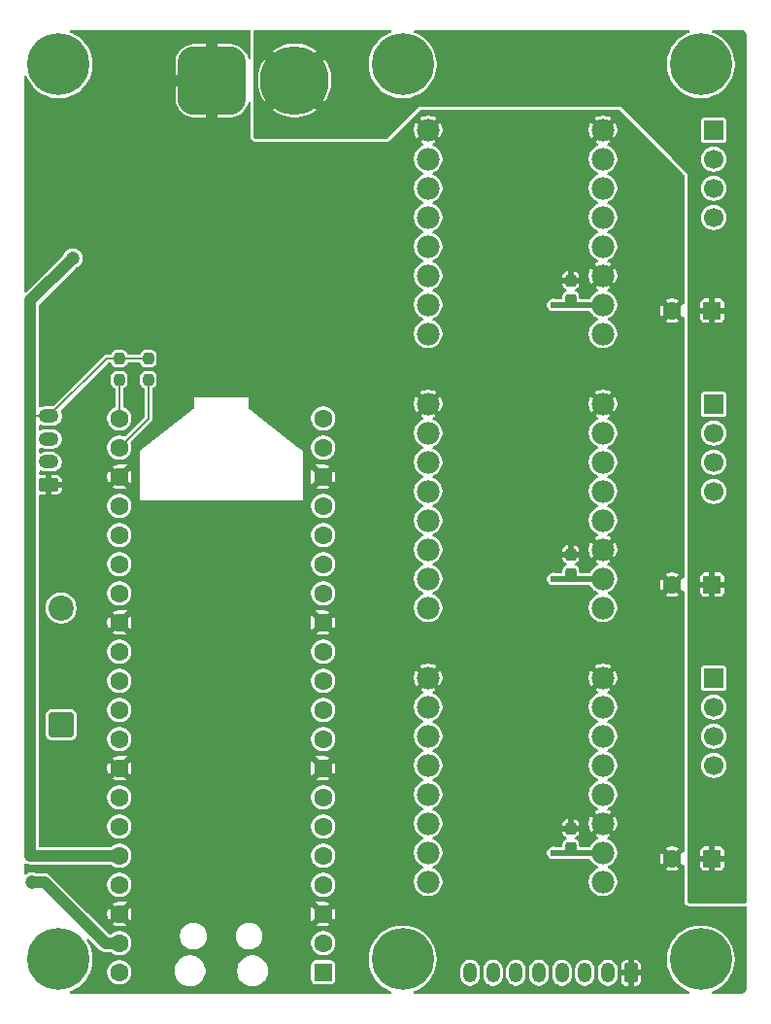
<source format=gbl>
G04 #@! TF.GenerationSoftware,KiCad,Pcbnew,9.0.3*
G04 #@! TF.CreationDate,2026-02-04T16:51:12-05:00*
G04 #@! TF.ProjectId,ControlBoard_v1,436f6e74-726f-46c4-926f-6172645f7631,rev?*
G04 #@! TF.SameCoordinates,Original*
G04 #@! TF.FileFunction,Copper,L2,Bot*
G04 #@! TF.FilePolarity,Positive*
%FSLAX46Y46*%
G04 Gerber Fmt 4.6, Leading zero omitted, Abs format (unit mm)*
G04 Created by KiCad (PCBNEW 9.0.3) date 2026-02-04 16:51:12*
%MOMM*%
%LPD*%
G01*
G04 APERTURE LIST*
G04 Aperture macros list*
%AMRoundRect*
0 Rectangle with rounded corners*
0 $1 Rounding radius*
0 $2 $3 $4 $5 $6 $7 $8 $9 X,Y pos of 4 corners*
0 Add a 4 corners polygon primitive as box body*
4,1,4,$2,$3,$4,$5,$6,$7,$8,$9,$2,$3,0*
0 Add four circle primitives for the rounded corners*
1,1,$1+$1,$2,$3*
1,1,$1+$1,$4,$5*
1,1,$1+$1,$6,$7*
1,1,$1+$1,$8,$9*
0 Add four rect primitives between the rounded corners*
20,1,$1+$1,$2,$3,$4,$5,0*
20,1,$1+$1,$4,$5,$6,$7,0*
20,1,$1+$1,$6,$7,$8,$9,0*
20,1,$1+$1,$8,$9,$2,$3,0*%
%AMFreePoly0*
4,1,37,0.603843,0.796157,0.639018,0.796157,0.711114,0.766294,0.766294,0.711114,0.796157,0.639018,0.796157,0.603843,0.800000,0.600000,0.800000,-0.600000,0.796157,-0.603843,0.796157,-0.639018,0.766294,-0.711114,0.711114,-0.766294,0.639018,-0.796157,0.603843,-0.796157,0.600000,-0.800000,0.000000,-0.800000,0.000000,-0.796148,-0.078414,-0.796148,-0.232228,-0.765552,-0.377117,-0.705537,
-0.507515,-0.618408,-0.618408,-0.507515,-0.705537,-0.377117,-0.765552,-0.232228,-0.796148,-0.078414,-0.796148,0.078414,-0.765552,0.232228,-0.705537,0.377117,-0.618408,0.507515,-0.507515,0.618408,-0.377117,0.705537,-0.232228,0.765552,-0.078414,0.796148,0.000000,0.796148,0.000000,0.800000,0.600000,0.800000,0.603843,0.796157,0.603843,0.796157,$1*%
%AMFreePoly1*
4,1,37,0.000000,0.796148,0.078414,0.796148,0.232228,0.765552,0.377117,0.705537,0.507515,0.618408,0.618408,0.507515,0.705537,0.377117,0.765552,0.232228,0.796148,0.078414,0.796148,-0.078414,0.765552,-0.232228,0.705537,-0.377117,0.618408,-0.507515,0.507515,-0.618408,0.377117,-0.705537,0.232228,-0.765552,0.078414,-0.796148,0.000000,-0.796148,0.000000,-0.800000,-0.600000,-0.800000,
-0.603843,-0.796157,-0.639018,-0.796157,-0.711114,-0.766294,-0.766294,-0.711114,-0.796157,-0.639018,-0.796157,-0.603843,-0.800000,-0.600000,-0.800000,0.600000,-0.796157,0.603843,-0.796157,0.639018,-0.766294,0.711114,-0.711114,0.766294,-0.639018,0.796157,-0.603843,0.796157,-0.600000,0.800000,0.000000,0.800000,0.000000,0.796148,0.000000,0.796148,$1*%
G04 Aperture macros list end*
G04 #@! TA.AperFunction,ComponentPad*
%ADD10RoundRect,0.250000X0.350000X0.625000X-0.350000X0.625000X-0.350000X-0.625000X0.350000X-0.625000X0*%
G04 #@! TD*
G04 #@! TA.AperFunction,ComponentPad*
%ADD11O,1.200000X1.750000*%
G04 #@! TD*
G04 #@! TA.AperFunction,ComponentPad*
%ADD12RoundRect,1.500000X-1.500000X-1.500000X1.500000X-1.500000X1.500000X1.500000X-1.500000X1.500000X0*%
G04 #@! TD*
G04 #@! TA.AperFunction,ComponentPad*
%ADD13C,6.000000*%
G04 #@! TD*
G04 #@! TA.AperFunction,ComponentPad*
%ADD14RoundRect,0.249999X0.850001X-0.850001X0.850001X0.850001X-0.850001X0.850001X-0.850001X-0.850001X0*%
G04 #@! TD*
G04 #@! TA.AperFunction,ComponentPad*
%ADD15C,2.200000*%
G04 #@! TD*
G04 #@! TA.AperFunction,ComponentPad*
%ADD16C,1.980000*%
G04 #@! TD*
G04 #@! TA.AperFunction,ComponentPad*
%ADD17R,1.700000X1.700000*%
G04 #@! TD*
G04 #@! TA.AperFunction,ComponentPad*
%ADD18C,1.700000*%
G04 #@! TD*
G04 #@! TA.AperFunction,ComponentPad*
%ADD19RoundRect,0.250000X0.550000X0.550000X-0.550000X0.550000X-0.550000X-0.550000X0.550000X-0.550000X0*%
G04 #@! TD*
G04 #@! TA.AperFunction,ComponentPad*
%ADD20C,1.600000*%
G04 #@! TD*
G04 #@! TA.AperFunction,ComponentPad*
%ADD21C,0.800000*%
G04 #@! TD*
G04 #@! TA.AperFunction,ComponentPad*
%ADD22C,5.400000*%
G04 #@! TD*
G04 #@! TA.AperFunction,ComponentPad*
%ADD23RoundRect,0.250000X0.625000X-0.350000X0.625000X0.350000X-0.625000X0.350000X-0.625000X-0.350000X0*%
G04 #@! TD*
G04 #@! TA.AperFunction,ComponentPad*
%ADD24O,1.750000X1.200000*%
G04 #@! TD*
G04 #@! TA.AperFunction,ComponentPad*
%ADD25RoundRect,0.200000X0.600000X0.600000X-0.600000X0.600000X-0.600000X-0.600000X0.600000X-0.600000X0*%
G04 #@! TD*
G04 #@! TA.AperFunction,ComponentPad*
%ADD26FreePoly0,180.000000*%
G04 #@! TD*
G04 #@! TA.AperFunction,ComponentPad*
%ADD27FreePoly1,180.000000*%
G04 #@! TD*
G04 #@! TA.AperFunction,SMDPad,CuDef*
%ADD28RoundRect,0.237500X-0.237500X0.250000X-0.237500X-0.250000X0.237500X-0.250000X0.237500X0.250000X0*%
G04 #@! TD*
G04 #@! TA.AperFunction,SMDPad,CuDef*
%ADD29RoundRect,0.237500X0.237500X-0.300000X0.237500X0.300000X-0.237500X0.300000X-0.237500X-0.300000X0*%
G04 #@! TD*
G04 #@! TA.AperFunction,ViaPad*
%ADD30C,0.600000*%
G04 #@! TD*
G04 #@! TA.AperFunction,ViaPad*
%ADD31C,1.200000*%
G04 #@! TD*
G04 #@! TA.AperFunction,ViaPad*
%ADD32C,0.700000*%
G04 #@! TD*
G04 #@! TA.AperFunction,Conductor*
%ADD33C,0.508000*%
G04 #@! TD*
G04 #@! TA.AperFunction,Conductor*
%ADD34C,0.200000*%
G04 #@! TD*
G04 #@! TA.AperFunction,Conductor*
%ADD35C,1.016000*%
G04 #@! TD*
G04 APERTURE END LIST*
D10*
X208168000Y-121788000D03*
D11*
X206168000Y-121788000D03*
X204168000Y-121788000D03*
X202168000Y-121788000D03*
X200168000Y-121788000D03*
X198168000Y-121788000D03*
X196168000Y-121788000D03*
X194168000Y-121788000D03*
D12*
X171660000Y-44022000D03*
D13*
X178860000Y-44022000D03*
D14*
X158496000Y-100156000D03*
D15*
X158496000Y-89996000D03*
D16*
X205740000Y-66120000D03*
X205740000Y-63580000D03*
X205740000Y-61040000D03*
X205740000Y-58500000D03*
X205740000Y-55960000D03*
X205740000Y-53420000D03*
X205740000Y-50880000D03*
X205740000Y-48340000D03*
X190500000Y-48340000D03*
X190500000Y-50880000D03*
X190500000Y-53420000D03*
X190500000Y-55960000D03*
X190500000Y-58500000D03*
X190500000Y-61040000D03*
X190500000Y-63580000D03*
X190500000Y-66120000D03*
D17*
X215392000Y-96092000D03*
D18*
X215392000Y-98632000D03*
X215392000Y-101172000D03*
X215392000Y-103712000D03*
D17*
X215392000Y-48340000D03*
D18*
X215392000Y-50880000D03*
X215392000Y-53420000D03*
X215392000Y-55960000D03*
D17*
X215392000Y-72216000D03*
D18*
X215392000Y-74756000D03*
X215392000Y-77296000D03*
X215392000Y-79836000D03*
D19*
X215266651Y-87964000D03*
D20*
X211766651Y-87964000D03*
D21*
X186255000Y-42616000D03*
X186848109Y-41184109D03*
X186848109Y-44047891D03*
X188280000Y-40591000D03*
D22*
X188280000Y-42616000D03*
D21*
X188280000Y-44641000D03*
X189711891Y-41184109D03*
X189711891Y-44047891D03*
X190305000Y-42616000D03*
D16*
X205740000Y-89996000D03*
X205740000Y-87456000D03*
X205740000Y-84916000D03*
X205740000Y-82376000D03*
X205740000Y-79836000D03*
X205740000Y-77296000D03*
X205740000Y-74756000D03*
X205740000Y-72216000D03*
X190500000Y-72216000D03*
X190500000Y-74756000D03*
X190500000Y-77296000D03*
X190500000Y-79836000D03*
X190500000Y-82376000D03*
X190500000Y-84916000D03*
X190500000Y-87456000D03*
X190500000Y-89996000D03*
D21*
X186255000Y-120616000D03*
X186848109Y-119184109D03*
X186848109Y-122047891D03*
X188280000Y-118591000D03*
D22*
X188280000Y-120616000D03*
D21*
X188280000Y-122641000D03*
X189711891Y-119184109D03*
X189711891Y-122047891D03*
X190305000Y-120616000D03*
D19*
X215266651Y-64088000D03*
D20*
X211766651Y-64088000D03*
D23*
X157438000Y-79264000D03*
D24*
X157438000Y-77264000D03*
X157438000Y-75264000D03*
X157438000Y-73264000D03*
D21*
X156255000Y-42616000D03*
X156848109Y-41184109D03*
X156848109Y-44047891D03*
X158280000Y-40591000D03*
D22*
X158280000Y-42616000D03*
D21*
X158280000Y-44641000D03*
X159711891Y-41184109D03*
X159711891Y-44047891D03*
X160305000Y-42616000D03*
D25*
X181356000Y-121746000D03*
D20*
X181356000Y-119206000D03*
D26*
X181356000Y-116666000D03*
D20*
X181356000Y-114126000D03*
X181356000Y-111586000D03*
X181356000Y-109046000D03*
X181356000Y-106506000D03*
D26*
X181356000Y-103966000D03*
D20*
X181356000Y-101426000D03*
X181356000Y-98886000D03*
X181356000Y-96346000D03*
X181356000Y-93806000D03*
D26*
X181356000Y-91266000D03*
D20*
X181356000Y-88726000D03*
X181356000Y-86186000D03*
X181356000Y-83646000D03*
X181356000Y-81106000D03*
D26*
X181356000Y-78566000D03*
D20*
X181356000Y-76026000D03*
X181356000Y-73486000D03*
X163576000Y-73486000D03*
X163576000Y-76026000D03*
D27*
X163576000Y-78566000D03*
D20*
X163576000Y-81106000D03*
X163576000Y-83646000D03*
X163576000Y-86186000D03*
X163576000Y-88726000D03*
D27*
X163576000Y-91266000D03*
D20*
X163576000Y-93806000D03*
X163576000Y-96346000D03*
X163576000Y-98886000D03*
X163576000Y-101426000D03*
D27*
X163576000Y-103966000D03*
D20*
X163576000Y-106506000D03*
X163576000Y-109046000D03*
X163576000Y-111586000D03*
X163576000Y-114126000D03*
D27*
X163576000Y-116666000D03*
D20*
X163576000Y-119206000D03*
X163576000Y-121746000D03*
D19*
X215266651Y-111840000D03*
D20*
X211766651Y-111840000D03*
D21*
X212255000Y-42616000D03*
X212848109Y-41184109D03*
X212848109Y-44047891D03*
X214280000Y-40591000D03*
D22*
X214280000Y-42616000D03*
D21*
X214280000Y-44641000D03*
X215711891Y-41184109D03*
X215711891Y-44047891D03*
X216305000Y-42616000D03*
D16*
X205740000Y-113872000D03*
X205740000Y-111332000D03*
X205740000Y-108792000D03*
X205740000Y-106252000D03*
X205740000Y-103712000D03*
X205740000Y-101172000D03*
X205740000Y-98632000D03*
X205740000Y-96092000D03*
X190500000Y-96092000D03*
X190500000Y-98632000D03*
X190500000Y-101172000D03*
X190500000Y-103712000D03*
X190500000Y-106252000D03*
X190500000Y-108792000D03*
X190500000Y-111332000D03*
X190500000Y-113872000D03*
D21*
X212255000Y-120616000D03*
X212848109Y-119184109D03*
X212848109Y-122047891D03*
X214280000Y-118591000D03*
D22*
X214280000Y-120616000D03*
D21*
X214280000Y-122641000D03*
X215711891Y-119184109D03*
X215711891Y-122047891D03*
X216305000Y-120616000D03*
D28*
X166116000Y-68255500D03*
X166116000Y-70080500D03*
D21*
X156255000Y-120616000D03*
X156848109Y-119184109D03*
X156848109Y-122047891D03*
X158280000Y-118591000D03*
D22*
X158280000Y-120616000D03*
D21*
X158280000Y-122641000D03*
X159711891Y-119184109D03*
X159711891Y-122047891D03*
X160305000Y-120616000D03*
D28*
X163576000Y-68255500D03*
X163576000Y-70080500D03*
D29*
X202946000Y-110924500D03*
X202946000Y-109199500D03*
X202946000Y-63172500D03*
X202946000Y-61447500D03*
X202946000Y-87048500D03*
X202946000Y-85323500D03*
D30*
X201422000Y-111332000D03*
X201422000Y-63580000D03*
D31*
X159512000Y-59516000D03*
D30*
X201422000Y-87456000D03*
D32*
X209804000Y-40974000D03*
X208788000Y-42244000D03*
X217678000Y-66120000D03*
X217678000Y-62056000D03*
X207772000Y-43514000D03*
X213868000Y-109808000D03*
X217678000Y-89996000D03*
X213868000Y-85932000D03*
X209804000Y-44784000D03*
X215138000Y-113872000D03*
X208788000Y-44784000D03*
X215138000Y-89996000D03*
X209804000Y-43514000D03*
X217678000Y-85932000D03*
X208788000Y-40974000D03*
X217678000Y-109808000D03*
X215138000Y-109808000D03*
X213868000Y-66120000D03*
X213868000Y-89996000D03*
X207772000Y-44784000D03*
X207772000Y-42244000D03*
X216408000Y-62056000D03*
X207772000Y-40974000D03*
X213868000Y-62056000D03*
X216408000Y-109808000D03*
X217678000Y-113872000D03*
X209804000Y-42244000D03*
X216408000Y-85932000D03*
X208788000Y-43514000D03*
X215138000Y-85932000D03*
X215138000Y-66120000D03*
X215138000Y-62056000D03*
X216408000Y-66120000D03*
X213868000Y-113872000D03*
X216408000Y-89996000D03*
X216408000Y-113872000D03*
X161544000Y-64596000D03*
D30*
X192532000Y-50880000D03*
X188976000Y-76026000D03*
X188976000Y-77804000D03*
X157480000Y-71200000D03*
X188976000Y-52404000D03*
X192532000Y-55960000D03*
X189992000Y-68660000D03*
X157480000Y-47832000D03*
D32*
X162560000Y-40974000D03*
D30*
X196342000Y-114634000D03*
X200152000Y-52912000D03*
D32*
X176276000Y-64596000D03*
D30*
X192532000Y-81360000D03*
X200152000Y-111840000D03*
X192532000Y-76280000D03*
X200152000Y-73740000D03*
D32*
X175260000Y-64596000D03*
D30*
X200152000Y-106760000D03*
X187452000Y-84408000D03*
X157480000Y-63580000D03*
D32*
X164592000Y-63580000D03*
D30*
X200152000Y-81360000D03*
X200152000Y-68660000D03*
X200152000Y-50372000D03*
X200152000Y-101680000D03*
X174752000Y-49864000D03*
X185928000Y-71708000D03*
D32*
X162560000Y-44784000D03*
D30*
X200152000Y-116666000D03*
X200152000Y-86440000D03*
X157480000Y-86440000D03*
D32*
X165608000Y-43514000D03*
D30*
X187960000Y-114634000D03*
D32*
X165608000Y-40974000D03*
D30*
X200152000Y-71200000D03*
D32*
X175260000Y-62564000D03*
D30*
X192532000Y-104220000D03*
X192532000Y-61040000D03*
X184404000Y-82884000D03*
X192532000Y-58500000D03*
D32*
X164084000Y-42244000D03*
D30*
X200152000Y-61040000D03*
D32*
X163576000Y-64596000D03*
D30*
X192532000Y-63580000D03*
X156972000Y-96092000D03*
X200152000Y-96600000D03*
X200152000Y-78820000D03*
X157480000Y-68660000D03*
D32*
X164084000Y-40974000D03*
X165608000Y-47324000D03*
D30*
X192532000Y-111840000D03*
X156972000Y-93552000D03*
D32*
X165608000Y-44784000D03*
D30*
X200152000Y-66120000D03*
X184404000Y-86948000D03*
X157480000Y-109300000D03*
D32*
X162560000Y-42244000D03*
D30*
X185928000Y-84408000D03*
X157480000Y-50372000D03*
X192532000Y-53420000D03*
X157480000Y-106760000D03*
X192532000Y-101680000D03*
X157480000Y-104220000D03*
X157480000Y-83900000D03*
X188976000Y-50372000D03*
D32*
X164084000Y-47324000D03*
D30*
X192532000Y-99140000D03*
X157480000Y-57992000D03*
D32*
X178308000Y-64596000D03*
D30*
X200152000Y-109300000D03*
D32*
X164084000Y-43514000D03*
D30*
X200152000Y-94060000D03*
X157480000Y-81360000D03*
D32*
X162560000Y-43514000D03*
D30*
X185674000Y-106252000D03*
X184404000Y-84408000D03*
X192532000Y-109300000D03*
X200152000Y-63580000D03*
X188976000Y-74248000D03*
X192532000Y-78820000D03*
X200152000Y-104220000D03*
X192532000Y-114634000D03*
X200152000Y-57992000D03*
X184150000Y-110570000D03*
D32*
X164592000Y-61548000D03*
D30*
X200152000Y-55452000D03*
X195072000Y-50372000D03*
X185928000Y-76788000D03*
X200152000Y-88980000D03*
X197612000Y-50372000D03*
D32*
X177292000Y-64596000D03*
D30*
X185928000Y-82884000D03*
X179832000Y-57992000D03*
X192532000Y-106760000D03*
D32*
X162560000Y-64596000D03*
D30*
X200152000Y-114380000D03*
X156972000Y-98632000D03*
X156972000Y-91012000D03*
D32*
X165608000Y-46054000D03*
X165608000Y-42244000D03*
D30*
X185928000Y-63580000D03*
D32*
X164592000Y-62564000D03*
D30*
X200152000Y-91520000D03*
X192532000Y-86440000D03*
X157480000Y-66120000D03*
D32*
X162560000Y-47324000D03*
X164084000Y-46054000D03*
X175260000Y-61548000D03*
D30*
X185928000Y-74248000D03*
X185928000Y-66120000D03*
X187452000Y-61040000D03*
X189992000Y-94060000D03*
X187452000Y-55960000D03*
X187452000Y-82884000D03*
X192532000Y-83900000D03*
D32*
X162560000Y-46054000D03*
D30*
X187452000Y-58500000D03*
D32*
X164592000Y-64596000D03*
X175260000Y-63580000D03*
D30*
X185928000Y-68660000D03*
X187452000Y-106252000D03*
X192532000Y-66120000D03*
X157480000Y-55452000D03*
X200152000Y-76280000D03*
D32*
X164084000Y-44784000D03*
D30*
X200152000Y-99140000D03*
X200152000Y-83900000D03*
X192532000Y-88980000D03*
D31*
X155956000Y-113872000D03*
D33*
X205740000Y-87456000D02*
X201422000Y-87456000D01*
D34*
X163576000Y-68255500D02*
X162446500Y-68255500D01*
D35*
X155829000Y-73319000D02*
X155829000Y-111586000D01*
D33*
X205740000Y-63580000D02*
X201422000Y-63580000D01*
D34*
X162446500Y-68255500D02*
X157438000Y-73264000D01*
D35*
X155829000Y-111586000D02*
X163576000Y-111586000D01*
D34*
X166116000Y-68255500D02*
X163576000Y-68255500D01*
X157438000Y-73264000D02*
X155948000Y-73264000D01*
D35*
X155829000Y-63199000D02*
X155829000Y-73145000D01*
D34*
X155948000Y-73264000D02*
X155916000Y-73232000D01*
D35*
X159512000Y-59516000D02*
X155829000Y-63199000D01*
D33*
X205740000Y-111332000D02*
X201422000Y-111332000D01*
D35*
X162370000Y-119206000D02*
X163576000Y-119206000D01*
X157036000Y-113872000D02*
X162370000Y-119206000D01*
X155956000Y-113872000D02*
X157036000Y-113872000D01*
D34*
X166116000Y-73486000D02*
X163576000Y-76026000D01*
X166116000Y-70080500D02*
X166116000Y-73486000D01*
X163576000Y-70080500D02*
X163576000Y-73486000D01*
D35*
X163576000Y-121619000D02*
X163576000Y-121746000D01*
G04 #@! TA.AperFunction,Conductor*
G36*
X174991539Y-39636185D02*
G01*
X175037294Y-39688989D01*
X175048500Y-39740500D01*
X175048500Y-42046145D01*
X175028815Y-42113184D01*
X174976011Y-42158939D01*
X174906853Y-42168883D01*
X174843297Y-42139858D01*
X174807017Y-42085816D01*
X174728896Y-41854467D01*
X174728893Y-41854460D01*
X174608607Y-41622794D01*
X174454375Y-41412213D01*
X174454371Y-41412208D01*
X174269791Y-41227628D01*
X174269786Y-41227624D01*
X174059205Y-41073392D01*
X173827539Y-40953106D01*
X173827532Y-40953103D01*
X173580219Y-40869592D01*
X173323053Y-40824812D01*
X173264398Y-40822000D01*
X172160000Y-40822000D01*
X172160000Y-41826602D01*
X172099895Y-41810498D01*
X171807473Y-41772000D01*
X171512527Y-41772000D01*
X171220105Y-41810498D01*
X171160000Y-41826602D01*
X171160000Y-40822000D01*
X170055633Y-40822000D01*
X170055598Y-40822001D01*
X169996949Y-40824811D01*
X169996941Y-40824812D01*
X169739781Y-40869592D01*
X169739779Y-40869592D01*
X169492467Y-40953103D01*
X169492460Y-40953106D01*
X169260794Y-41073392D01*
X169050213Y-41227624D01*
X169050208Y-41227628D01*
X168865628Y-41412208D01*
X168865624Y-41412213D01*
X168711392Y-41622794D01*
X168591106Y-41854460D01*
X168591103Y-41854467D01*
X168507592Y-42101779D01*
X168507592Y-42101781D01*
X168462812Y-42358946D01*
X168460000Y-42417601D01*
X168460000Y-43522000D01*
X169464603Y-43522000D01*
X169448498Y-43582105D01*
X169410000Y-43874527D01*
X169410000Y-44169473D01*
X169448498Y-44461895D01*
X169464603Y-44522000D01*
X168460001Y-44522000D01*
X168460001Y-45626401D01*
X168462811Y-45685050D01*
X168462812Y-45685058D01*
X168507592Y-45942218D01*
X168507592Y-45942220D01*
X168591103Y-46189532D01*
X168591106Y-46189539D01*
X168711392Y-46421205D01*
X168865624Y-46631786D01*
X168865628Y-46631791D01*
X169050208Y-46816371D01*
X169050213Y-46816375D01*
X169260794Y-46970607D01*
X169492460Y-47090893D01*
X169492467Y-47090896D01*
X169739780Y-47174407D01*
X169996946Y-47219187D01*
X170055616Y-47221999D01*
X171159999Y-47221999D01*
X171160000Y-47221998D01*
X171160000Y-46217397D01*
X171220105Y-46233502D01*
X171512527Y-46272000D01*
X171807473Y-46272000D01*
X172099895Y-46233502D01*
X172160000Y-46217397D01*
X172160000Y-47221999D01*
X173264366Y-47221999D01*
X173264401Y-47221998D01*
X173323050Y-47219188D01*
X173323058Y-47219187D01*
X173580218Y-47174407D01*
X173580220Y-47174407D01*
X173827532Y-47090896D01*
X173827539Y-47090893D01*
X174059205Y-46970607D01*
X174269786Y-46816375D01*
X174269791Y-46816371D01*
X174454371Y-46631791D01*
X174454375Y-46631786D01*
X174608607Y-46421205D01*
X174728893Y-46189539D01*
X174728896Y-46189532D01*
X174807017Y-45958183D01*
X174847115Y-45900965D01*
X174911782Y-45874508D01*
X174980487Y-45887213D01*
X175031416Y-45935045D01*
X175048500Y-45997854D01*
X175048500Y-48978002D01*
X175050000Y-48991956D01*
X175050000Y-49102000D01*
X166668000Y-49102000D01*
X166668000Y-39616500D01*
X174924500Y-39616500D01*
X174991539Y-39636185D01*
G37*
G04 #@! TD.AperFunction*
G04 #@! TA.AperFunction,Conductor*
G36*
X187255951Y-39636185D02*
G01*
X187301706Y-39688989D01*
X187311650Y-39758147D01*
X187282625Y-39821703D01*
X187229867Y-39857541D01*
X187149109Y-39885799D01*
X186850541Y-40029582D01*
X186569941Y-40205895D01*
X186310847Y-40412515D01*
X186076515Y-40646847D01*
X185869895Y-40905941D01*
X185693582Y-41186541D01*
X185549799Y-41485109D01*
X185440349Y-41797898D01*
X185440346Y-41797906D01*
X185366604Y-42120994D01*
X185366601Y-42121008D01*
X185329500Y-42450296D01*
X185329500Y-42781703D01*
X185366601Y-43110991D01*
X185366604Y-43111005D01*
X185440346Y-43434093D01*
X185440349Y-43434101D01*
X185549799Y-43746890D01*
X185693582Y-44045458D01*
X185693584Y-44045461D01*
X185869896Y-44326060D01*
X186076516Y-44585153D01*
X186310847Y-44819484D01*
X186569940Y-45026104D01*
X186850539Y-45202416D01*
X187149113Y-45346202D01*
X187384037Y-45428405D01*
X187461898Y-45455650D01*
X187461906Y-45455653D01*
X187461909Y-45455653D01*
X187461910Y-45455654D01*
X187784994Y-45529396D01*
X187785003Y-45529397D01*
X187785008Y-45529398D01*
X188004533Y-45554132D01*
X188114297Y-45566499D01*
X188114300Y-45566500D01*
X188114303Y-45566500D01*
X188445700Y-45566500D01*
X188445701Y-45566499D01*
X188613996Y-45547537D01*
X188774991Y-45529398D01*
X188774994Y-45529397D01*
X188775006Y-45529396D01*
X189098090Y-45455654D01*
X189410887Y-45346202D01*
X189709461Y-45202416D01*
X189990060Y-45026104D01*
X190249153Y-44819484D01*
X190483484Y-44585153D01*
X190690104Y-44326060D01*
X190866416Y-44045461D01*
X191010202Y-43746887D01*
X191119654Y-43434090D01*
X191193396Y-43111006D01*
X191230500Y-42781697D01*
X191230500Y-42450303D01*
X191198617Y-42167330D01*
X191193398Y-42121008D01*
X191193397Y-42121003D01*
X191193396Y-42120994D01*
X191119654Y-41797910D01*
X191010202Y-41485113D01*
X190866416Y-41186539D01*
X190690104Y-40905940D01*
X190483484Y-40646847D01*
X190249153Y-40412516D01*
X189990060Y-40205896D01*
X189709461Y-40029584D01*
X189709458Y-40029582D01*
X189410890Y-39885799D01*
X189330133Y-39857541D01*
X189273357Y-39816820D01*
X189247610Y-39751867D01*
X189261066Y-39683305D01*
X189309454Y-39632903D01*
X189371088Y-39616500D01*
X213188912Y-39616500D01*
X213255951Y-39636185D01*
X213301706Y-39688989D01*
X213311650Y-39758147D01*
X213282625Y-39821703D01*
X213229867Y-39857541D01*
X213149109Y-39885799D01*
X212850541Y-40029582D01*
X212569941Y-40205895D01*
X212310847Y-40412515D01*
X212076515Y-40646847D01*
X211869895Y-40905941D01*
X211693582Y-41186541D01*
X211549799Y-41485109D01*
X211440349Y-41797898D01*
X211440346Y-41797906D01*
X211366604Y-42120994D01*
X211366601Y-42121008D01*
X211329500Y-42450296D01*
X211329500Y-42781703D01*
X211366601Y-43110991D01*
X211366604Y-43111005D01*
X211440346Y-43434093D01*
X211440349Y-43434101D01*
X211549799Y-43746890D01*
X211693582Y-44045458D01*
X211693584Y-44045461D01*
X211869896Y-44326060D01*
X212076516Y-44585153D01*
X212310847Y-44819484D01*
X212569940Y-45026104D01*
X212850539Y-45202416D01*
X213149113Y-45346202D01*
X213384037Y-45428405D01*
X213461898Y-45455650D01*
X213461906Y-45455653D01*
X213461909Y-45455653D01*
X213461910Y-45455654D01*
X213784994Y-45529396D01*
X213785003Y-45529397D01*
X213785008Y-45529398D01*
X214004533Y-45554132D01*
X214114297Y-45566499D01*
X214114300Y-45566500D01*
X214114303Y-45566500D01*
X214445700Y-45566500D01*
X214445701Y-45566499D01*
X214613996Y-45547537D01*
X214774991Y-45529398D01*
X214774994Y-45529397D01*
X214775006Y-45529396D01*
X215098090Y-45455654D01*
X215410887Y-45346202D01*
X215709461Y-45202416D01*
X215990060Y-45026104D01*
X216249153Y-44819484D01*
X216483484Y-44585153D01*
X216690104Y-44326060D01*
X216866416Y-44045461D01*
X217010202Y-43746887D01*
X217119654Y-43434090D01*
X217193396Y-43111006D01*
X217230500Y-42781697D01*
X217230500Y-42450303D01*
X217198617Y-42167330D01*
X217193398Y-42121008D01*
X217193397Y-42121003D01*
X217193396Y-42120994D01*
X217119654Y-41797910D01*
X217010202Y-41485113D01*
X216866416Y-41186539D01*
X216690104Y-40905940D01*
X216483484Y-40646847D01*
X216249153Y-40412516D01*
X215990060Y-40205896D01*
X215709461Y-40029584D01*
X215709458Y-40029582D01*
X215410890Y-39885799D01*
X215330133Y-39857541D01*
X215273357Y-39816820D01*
X215247610Y-39751867D01*
X215261066Y-39683305D01*
X215309454Y-39632903D01*
X215371088Y-39616500D01*
X217714108Y-39616500D01*
X217773038Y-39616500D01*
X217786922Y-39617280D01*
X217877266Y-39627459D01*
X217904331Y-39633636D01*
X217983540Y-39661352D01*
X218008553Y-39673398D01*
X218079606Y-39718043D01*
X218101313Y-39735355D01*
X218160644Y-39794686D01*
X218177957Y-39816395D01*
X218222600Y-39887444D01*
X218230000Y-39902810D01*
X218230000Y-52404000D01*
X215822046Y-52404000D01*
X215814447Y-52400128D01*
X215814446Y-52400127D01*
X215814445Y-52400127D01*
X215649701Y-52346598D01*
X215649699Y-52346597D01*
X215649698Y-52346597D01*
X215518271Y-52325781D01*
X215478611Y-52319500D01*
X215305389Y-52319500D01*
X215265728Y-52325781D01*
X215134302Y-52346597D01*
X214969552Y-52400128D01*
X214961953Y-52404000D01*
X213360000Y-52404000D01*
X211749389Y-50793389D01*
X214291500Y-50793389D01*
X214291500Y-50966611D01*
X214318598Y-51137701D01*
X214372127Y-51302445D01*
X214450768Y-51456788D01*
X214552586Y-51596928D01*
X214675072Y-51719414D01*
X214815212Y-51821232D01*
X214969555Y-51899873D01*
X215134299Y-51953402D01*
X215305389Y-51980500D01*
X215305390Y-51980500D01*
X215478610Y-51980500D01*
X215478611Y-51980500D01*
X215649701Y-51953402D01*
X215814445Y-51899873D01*
X215968788Y-51821232D01*
X216108928Y-51719414D01*
X216231414Y-51596928D01*
X216333232Y-51456788D01*
X216411873Y-51302445D01*
X216465402Y-51137701D01*
X216492500Y-50966611D01*
X216492500Y-50793389D01*
X216465402Y-50622299D01*
X216411873Y-50457555D01*
X216333232Y-50303212D01*
X216231414Y-50163072D01*
X216108928Y-50040586D01*
X215968788Y-49938768D01*
X215814445Y-49860127D01*
X215649701Y-49806598D01*
X215649699Y-49806597D01*
X215649698Y-49806597D01*
X215518271Y-49785781D01*
X215478611Y-49779500D01*
X215305389Y-49779500D01*
X215265728Y-49785781D01*
X215134302Y-49806597D01*
X214969552Y-49860128D01*
X214815211Y-49938768D01*
X214735256Y-49996859D01*
X214675072Y-50040586D01*
X214675070Y-50040588D01*
X214675069Y-50040588D01*
X214552588Y-50163069D01*
X214552588Y-50163070D01*
X214552586Y-50163072D01*
X214524292Y-50202015D01*
X214450768Y-50303211D01*
X214372128Y-50457552D01*
X214318597Y-50622302D01*
X214311436Y-50667515D01*
X214291500Y-50793389D01*
X211749389Y-50793389D01*
X208421321Y-47465321D01*
X214291500Y-47465321D01*
X214291500Y-49214678D01*
X214306032Y-49287735D01*
X214306033Y-49287739D01*
X214306034Y-49287740D01*
X214361399Y-49370601D01*
X214406852Y-49400971D01*
X214444260Y-49425966D01*
X214444264Y-49425967D01*
X214517321Y-49440499D01*
X214517324Y-49440500D01*
X214517326Y-49440500D01*
X216266676Y-49440500D01*
X216266677Y-49440499D01*
X216339740Y-49425966D01*
X216422601Y-49370601D01*
X216477966Y-49287740D01*
X216492500Y-49214674D01*
X216492500Y-47465326D01*
X216492500Y-47465323D01*
X216492499Y-47465321D01*
X216477967Y-47392264D01*
X216477966Y-47392260D01*
X216422601Y-47309399D01*
X216339740Y-47254034D01*
X216339739Y-47254033D01*
X216339735Y-47254032D01*
X216266677Y-47239500D01*
X216266674Y-47239500D01*
X214517326Y-47239500D01*
X214517323Y-47239500D01*
X214444264Y-47254032D01*
X214444260Y-47254033D01*
X214361399Y-47309399D01*
X214306033Y-47392260D01*
X214306032Y-47392264D01*
X214291500Y-47465321D01*
X208421321Y-47465321D01*
X207264000Y-46308000D01*
X189737999Y-46308000D01*
X186980319Y-49065681D01*
X186918996Y-49099166D01*
X186892638Y-49102000D01*
X175428000Y-49102000D01*
X175360961Y-49082315D01*
X175315206Y-49029511D01*
X175304000Y-48978000D01*
X175304000Y-43842287D01*
X175660000Y-43842287D01*
X175660000Y-44201712D01*
X175700240Y-44558851D01*
X175700242Y-44558863D01*
X175780219Y-44909268D01*
X175780220Y-44909270D01*
X175898927Y-45248517D01*
X176054870Y-45572336D01*
X176246092Y-45876664D01*
X176269222Y-45905670D01*
X176954066Y-45220826D01*
X176985179Y-45274715D01*
X177164731Y-45508711D01*
X177373289Y-45717269D01*
X177607285Y-45896821D01*
X177661171Y-45927932D01*
X176976328Y-46612775D01*
X176976329Y-46612776D01*
X177005327Y-46635903D01*
X177005331Y-46635905D01*
X177309663Y-46827129D01*
X177633482Y-46983072D01*
X177972729Y-47101779D01*
X177972731Y-47101780D01*
X178323136Y-47181757D01*
X178323148Y-47181759D01*
X178680287Y-47221999D01*
X178680289Y-47222000D01*
X179039711Y-47222000D01*
X179039712Y-47221999D01*
X179396851Y-47181759D01*
X179396863Y-47181757D01*
X179747268Y-47101780D01*
X179747270Y-47101779D01*
X180086517Y-46983072D01*
X180410336Y-46827129D01*
X180714670Y-46635903D01*
X180743670Y-46612776D01*
X180058827Y-45927933D01*
X180112715Y-45896821D01*
X180346711Y-45717269D01*
X180555269Y-45508711D01*
X180734821Y-45274715D01*
X180765933Y-45220827D01*
X181450776Y-45905670D01*
X181473903Y-45876670D01*
X181665129Y-45572336D01*
X181821072Y-45248517D01*
X181939779Y-44909270D01*
X181939780Y-44909268D01*
X182019757Y-44558863D01*
X182019759Y-44558851D01*
X182059999Y-44201712D01*
X182060000Y-44201710D01*
X182060000Y-43842289D01*
X182059999Y-43842287D01*
X182019759Y-43485148D01*
X182019757Y-43485136D01*
X181939780Y-43134731D01*
X181939779Y-43134729D01*
X181821072Y-42795482D01*
X181665129Y-42471663D01*
X181473905Y-42167331D01*
X181473903Y-42167327D01*
X181450776Y-42138329D01*
X181450775Y-42138328D01*
X180765932Y-42823171D01*
X180734821Y-42769285D01*
X180555269Y-42535289D01*
X180346711Y-42326731D01*
X180112715Y-42147179D01*
X180058825Y-42116066D01*
X180743670Y-41431222D01*
X180714664Y-41408092D01*
X180410336Y-41216870D01*
X180086517Y-41060927D01*
X179747270Y-40942220D01*
X179747268Y-40942219D01*
X179396863Y-40862242D01*
X179396851Y-40862240D01*
X179039712Y-40822000D01*
X178680287Y-40822000D01*
X178323148Y-40862240D01*
X178323136Y-40862242D01*
X177972731Y-40942219D01*
X177972729Y-40942220D01*
X177633482Y-41060927D01*
X177309663Y-41216870D01*
X177005332Y-41408094D01*
X177005330Y-41408095D01*
X176976329Y-41431223D01*
X177661172Y-42116066D01*
X177607285Y-42147179D01*
X177373289Y-42326731D01*
X177164731Y-42535289D01*
X176985179Y-42769285D01*
X176954066Y-42823172D01*
X176269223Y-42138329D01*
X176246095Y-42167330D01*
X176246094Y-42167332D01*
X176054870Y-42471663D01*
X175898927Y-42795482D01*
X175780220Y-43134729D01*
X175780219Y-43134731D01*
X175700242Y-43485136D01*
X175700240Y-43485148D01*
X175660000Y-43842287D01*
X175304000Y-43842287D01*
X175304000Y-39740500D01*
X175323685Y-39673461D01*
X175376489Y-39627706D01*
X175428000Y-39616500D01*
X187188912Y-39616500D01*
X187255951Y-39636185D01*
G37*
G04 #@! TD.AperFunction*
G04 #@! TA.AperFunction,Conductor*
G36*
X218234648Y-39912462D02*
G01*
X218262362Y-39991666D01*
X218268540Y-40018735D01*
X218278720Y-40109076D01*
X218279500Y-40122961D01*
X218279500Y-115590000D01*
X218259815Y-115657039D01*
X218207011Y-115702794D01*
X218155500Y-115714000D01*
X213230000Y-115714000D01*
X213162961Y-115694315D01*
X213117206Y-115641511D01*
X213106000Y-115590000D01*
X213106000Y-111242155D01*
X214216651Y-111242155D01*
X214216651Y-111590000D01*
X214950965Y-111590000D01*
X214946571Y-111594394D01*
X214893910Y-111685606D01*
X214866651Y-111787339D01*
X214866651Y-111892661D01*
X214893910Y-111994394D01*
X214946571Y-112085606D01*
X214950965Y-112090000D01*
X214216651Y-112090000D01*
X214216651Y-112437844D01*
X214223052Y-112497372D01*
X214223054Y-112497379D01*
X214273296Y-112632086D01*
X214273300Y-112632093D01*
X214359460Y-112747187D01*
X214359463Y-112747190D01*
X214474557Y-112833350D01*
X214474564Y-112833354D01*
X214609271Y-112883596D01*
X214609278Y-112883598D01*
X214668806Y-112889999D01*
X214668823Y-112890000D01*
X215016651Y-112890000D01*
X215016651Y-112155686D01*
X215021045Y-112160080D01*
X215112257Y-112212741D01*
X215213990Y-112240000D01*
X215319312Y-112240000D01*
X215421045Y-112212741D01*
X215512257Y-112160080D01*
X215516651Y-112155686D01*
X215516651Y-112890000D01*
X215864479Y-112890000D01*
X215864495Y-112889999D01*
X215924023Y-112883598D01*
X215924030Y-112883596D01*
X216058737Y-112833354D01*
X216058744Y-112833350D01*
X216173838Y-112747190D01*
X216173841Y-112747187D01*
X216260001Y-112632093D01*
X216260005Y-112632086D01*
X216310247Y-112497379D01*
X216310249Y-112497372D01*
X216316650Y-112437844D01*
X216316651Y-112437827D01*
X216316651Y-112090000D01*
X215582337Y-112090000D01*
X215586731Y-112085606D01*
X215639392Y-111994394D01*
X215666651Y-111892661D01*
X215666651Y-111787339D01*
X215639392Y-111685606D01*
X215586731Y-111594394D01*
X215582337Y-111590000D01*
X216316651Y-111590000D01*
X216316651Y-111242172D01*
X216316650Y-111242155D01*
X216310249Y-111182627D01*
X216310247Y-111182620D01*
X216260005Y-111047913D01*
X216260001Y-111047906D01*
X216173841Y-110932812D01*
X216173838Y-110932809D01*
X216058744Y-110846649D01*
X216058737Y-110846645D01*
X215924030Y-110796403D01*
X215924023Y-110796401D01*
X215864495Y-110790000D01*
X215516651Y-110790000D01*
X215516651Y-111524314D01*
X215512257Y-111519920D01*
X215421045Y-111467259D01*
X215319312Y-111440000D01*
X215213990Y-111440000D01*
X215112257Y-111467259D01*
X215021045Y-111519920D01*
X215016651Y-111524314D01*
X215016651Y-110790000D01*
X214668806Y-110790000D01*
X214609278Y-110796401D01*
X214609271Y-110796403D01*
X214474564Y-110846645D01*
X214474557Y-110846649D01*
X214359463Y-110932809D01*
X214359460Y-110932812D01*
X214273300Y-111047906D01*
X214273296Y-111047913D01*
X214223054Y-111182620D01*
X214223052Y-111182627D01*
X214216651Y-111242155D01*
X213106000Y-111242155D01*
X213106000Y-103625389D01*
X214291500Y-103625389D01*
X214291500Y-103798611D01*
X214318598Y-103969701D01*
X214372127Y-104134445D01*
X214450768Y-104288788D01*
X214552586Y-104428928D01*
X214675072Y-104551414D01*
X214815212Y-104653232D01*
X214969555Y-104731873D01*
X215134299Y-104785402D01*
X215305389Y-104812500D01*
X215305390Y-104812500D01*
X215478610Y-104812500D01*
X215478611Y-104812500D01*
X215649701Y-104785402D01*
X215814445Y-104731873D01*
X215968788Y-104653232D01*
X216108928Y-104551414D01*
X216231414Y-104428928D01*
X216333232Y-104288788D01*
X216411873Y-104134445D01*
X216465402Y-103969701D01*
X216492500Y-103798611D01*
X216492500Y-103625389D01*
X216465402Y-103454299D01*
X216411873Y-103289555D01*
X216333232Y-103135212D01*
X216231414Y-102995072D01*
X216108928Y-102872586D01*
X215968788Y-102770768D01*
X215814445Y-102692127D01*
X215649701Y-102638598D01*
X215649699Y-102638597D01*
X215649698Y-102638597D01*
X215518271Y-102617781D01*
X215478611Y-102611500D01*
X215305389Y-102611500D01*
X215265728Y-102617781D01*
X215134302Y-102638597D01*
X214969552Y-102692128D01*
X214815211Y-102770768D01*
X214735256Y-102828859D01*
X214675072Y-102872586D01*
X214675070Y-102872588D01*
X214675069Y-102872588D01*
X214552588Y-102995069D01*
X214552588Y-102995070D01*
X214552586Y-102995072D01*
X214508859Y-103055256D01*
X214450768Y-103135211D01*
X214372128Y-103289552D01*
X214318597Y-103454302D01*
X214291500Y-103625389D01*
X213106000Y-103625389D01*
X213106000Y-101085389D01*
X214291500Y-101085389D01*
X214291500Y-101258611D01*
X214318598Y-101429701D01*
X214372127Y-101594445D01*
X214450768Y-101748788D01*
X214552586Y-101888928D01*
X214675072Y-102011414D01*
X214815212Y-102113232D01*
X214969555Y-102191873D01*
X215134299Y-102245402D01*
X215305389Y-102272500D01*
X215305390Y-102272500D01*
X215478610Y-102272500D01*
X215478611Y-102272500D01*
X215649701Y-102245402D01*
X215814445Y-102191873D01*
X215968788Y-102113232D01*
X216108928Y-102011414D01*
X216231414Y-101888928D01*
X216333232Y-101748788D01*
X216411873Y-101594445D01*
X216465402Y-101429701D01*
X216492500Y-101258611D01*
X216492500Y-101085389D01*
X216465402Y-100914299D01*
X216411873Y-100749555D01*
X216333232Y-100595212D01*
X216231414Y-100455072D01*
X216108928Y-100332586D01*
X215968788Y-100230768D01*
X215814445Y-100152127D01*
X215649701Y-100098598D01*
X215649699Y-100098597D01*
X215649698Y-100098597D01*
X215518271Y-100077781D01*
X215478611Y-100071500D01*
X215305389Y-100071500D01*
X215265728Y-100077781D01*
X215134302Y-100098597D01*
X214969552Y-100152128D01*
X214815211Y-100230768D01*
X214735256Y-100288859D01*
X214675072Y-100332586D01*
X214675070Y-100332588D01*
X214675069Y-100332588D01*
X214552588Y-100455069D01*
X214552588Y-100455070D01*
X214552586Y-100455072D01*
X214508859Y-100515256D01*
X214450768Y-100595211D01*
X214372128Y-100749552D01*
X214318597Y-100914302D01*
X214291500Y-101085389D01*
X213106000Y-101085389D01*
X213106000Y-98545389D01*
X214291500Y-98545389D01*
X214291500Y-98718611D01*
X214318598Y-98889701D01*
X214372127Y-99054445D01*
X214450768Y-99208788D01*
X214552586Y-99348928D01*
X214675072Y-99471414D01*
X214815212Y-99573232D01*
X214969555Y-99651873D01*
X215134299Y-99705402D01*
X215305389Y-99732500D01*
X215305390Y-99732500D01*
X215478610Y-99732500D01*
X215478611Y-99732500D01*
X215649701Y-99705402D01*
X215814445Y-99651873D01*
X215968788Y-99573232D01*
X216108928Y-99471414D01*
X216231414Y-99348928D01*
X216333232Y-99208788D01*
X216411873Y-99054445D01*
X216465402Y-98889701D01*
X216492500Y-98718611D01*
X216492500Y-98545389D01*
X216465402Y-98374299D01*
X216411873Y-98209555D01*
X216333232Y-98055212D01*
X216231414Y-97915072D01*
X216108928Y-97792586D01*
X215968788Y-97690768D01*
X215814445Y-97612127D01*
X215649701Y-97558598D01*
X215649699Y-97558597D01*
X215649698Y-97558597D01*
X215518271Y-97537781D01*
X215478611Y-97531500D01*
X215305389Y-97531500D01*
X215265728Y-97537781D01*
X215134302Y-97558597D01*
X214969552Y-97612128D01*
X214815211Y-97690768D01*
X214735256Y-97748859D01*
X214675072Y-97792586D01*
X214675070Y-97792588D01*
X214675069Y-97792588D01*
X214552588Y-97915069D01*
X214552588Y-97915070D01*
X214552586Y-97915072D01*
X214508859Y-97975256D01*
X214450768Y-98055211D01*
X214372128Y-98209552D01*
X214318597Y-98374302D01*
X214291500Y-98545389D01*
X213106000Y-98545389D01*
X213106000Y-95217321D01*
X214291500Y-95217321D01*
X214291500Y-96966678D01*
X214306032Y-97039735D01*
X214306033Y-97039739D01*
X214306034Y-97039740D01*
X214361399Y-97122601D01*
X214444260Y-97177966D01*
X214444264Y-97177967D01*
X214517321Y-97192499D01*
X214517324Y-97192500D01*
X214517326Y-97192500D01*
X216266676Y-97192500D01*
X216266677Y-97192499D01*
X216339740Y-97177966D01*
X216422601Y-97122601D01*
X216477966Y-97039740D01*
X216492500Y-96966674D01*
X216492500Y-95217326D01*
X216492500Y-95217323D01*
X216492499Y-95217321D01*
X216477967Y-95144264D01*
X216477966Y-95144260D01*
X216422601Y-95061399D01*
X216339740Y-95006034D01*
X216339739Y-95006033D01*
X216339735Y-95006032D01*
X216266677Y-94991500D01*
X216266674Y-94991500D01*
X214517326Y-94991500D01*
X214517323Y-94991500D01*
X214444264Y-95006032D01*
X214444260Y-95006033D01*
X214361399Y-95061399D01*
X214306033Y-95144260D01*
X214306032Y-95144264D01*
X214291500Y-95217321D01*
X213106000Y-95217321D01*
X213106000Y-87366155D01*
X214216651Y-87366155D01*
X214216651Y-87714000D01*
X214950965Y-87714000D01*
X214946571Y-87718394D01*
X214893910Y-87809606D01*
X214866651Y-87911339D01*
X214866651Y-88016661D01*
X214893910Y-88118394D01*
X214946571Y-88209606D01*
X214950965Y-88214000D01*
X214216651Y-88214000D01*
X214216651Y-88561844D01*
X214223052Y-88621372D01*
X214223054Y-88621379D01*
X214273296Y-88756086D01*
X214273300Y-88756093D01*
X214359460Y-88871187D01*
X214359463Y-88871190D01*
X214474557Y-88957350D01*
X214474564Y-88957354D01*
X214609271Y-89007596D01*
X214609278Y-89007598D01*
X214668806Y-89013999D01*
X214668823Y-89014000D01*
X215016651Y-89014000D01*
X215016651Y-88279686D01*
X215021045Y-88284080D01*
X215112257Y-88336741D01*
X215213990Y-88364000D01*
X215319312Y-88364000D01*
X215421045Y-88336741D01*
X215512257Y-88284080D01*
X215516651Y-88279686D01*
X215516651Y-89014000D01*
X215864479Y-89014000D01*
X215864495Y-89013999D01*
X215924023Y-89007598D01*
X215924030Y-89007596D01*
X216058737Y-88957354D01*
X216058744Y-88957350D01*
X216173838Y-88871190D01*
X216173841Y-88871187D01*
X216260001Y-88756093D01*
X216260005Y-88756086D01*
X216310247Y-88621379D01*
X216310249Y-88621372D01*
X216316650Y-88561844D01*
X216316651Y-88561827D01*
X216316651Y-88214000D01*
X215582337Y-88214000D01*
X215586731Y-88209606D01*
X215639392Y-88118394D01*
X215666651Y-88016661D01*
X215666651Y-87911339D01*
X215639392Y-87809606D01*
X215586731Y-87718394D01*
X215582337Y-87714000D01*
X216316651Y-87714000D01*
X216316651Y-87366172D01*
X216316650Y-87366155D01*
X216310249Y-87306627D01*
X216310247Y-87306620D01*
X216260005Y-87171913D01*
X216260001Y-87171906D01*
X216173841Y-87056812D01*
X216173838Y-87056809D01*
X216058744Y-86970649D01*
X216058737Y-86970645D01*
X215924030Y-86920403D01*
X215924023Y-86920401D01*
X215864495Y-86914000D01*
X215516651Y-86914000D01*
X215516651Y-87648314D01*
X215512257Y-87643920D01*
X215421045Y-87591259D01*
X215319312Y-87564000D01*
X215213990Y-87564000D01*
X215112257Y-87591259D01*
X215021045Y-87643920D01*
X215016651Y-87648314D01*
X215016651Y-86914000D01*
X214668806Y-86914000D01*
X214609278Y-86920401D01*
X214609271Y-86920403D01*
X214474564Y-86970645D01*
X214474557Y-86970649D01*
X214359463Y-87056809D01*
X214359460Y-87056812D01*
X214273300Y-87171906D01*
X214273296Y-87171913D01*
X214223054Y-87306620D01*
X214223052Y-87306627D01*
X214216651Y-87366155D01*
X213106000Y-87366155D01*
X213106000Y-79749389D01*
X214291500Y-79749389D01*
X214291500Y-79922611D01*
X214318598Y-80093701D01*
X214372127Y-80258445D01*
X214450768Y-80412788D01*
X214552586Y-80552928D01*
X214675072Y-80675414D01*
X214815212Y-80777232D01*
X214969555Y-80855873D01*
X215134299Y-80909402D01*
X215305389Y-80936500D01*
X215305390Y-80936500D01*
X215478610Y-80936500D01*
X215478611Y-80936500D01*
X215649701Y-80909402D01*
X215814445Y-80855873D01*
X215968788Y-80777232D01*
X216108928Y-80675414D01*
X216231414Y-80552928D01*
X216333232Y-80412788D01*
X216411873Y-80258445D01*
X216465402Y-80093701D01*
X216492500Y-79922611D01*
X216492500Y-79749389D01*
X216465402Y-79578299D01*
X216411873Y-79413555D01*
X216333232Y-79259212D01*
X216231414Y-79119072D01*
X216108928Y-78996586D01*
X215968788Y-78894768D01*
X215814445Y-78816127D01*
X215649701Y-78762598D01*
X215649699Y-78762597D01*
X215649698Y-78762597D01*
X215518271Y-78741781D01*
X215478611Y-78735500D01*
X215305389Y-78735500D01*
X215265728Y-78741781D01*
X215134302Y-78762597D01*
X214969552Y-78816128D01*
X214815211Y-78894768D01*
X214735256Y-78952859D01*
X214675072Y-78996586D01*
X214675070Y-78996588D01*
X214675069Y-78996588D01*
X214552588Y-79119069D01*
X214552588Y-79119070D01*
X214552586Y-79119072D01*
X214508859Y-79179256D01*
X214450768Y-79259211D01*
X214372128Y-79413552D01*
X214318597Y-79578302D01*
X214291500Y-79749389D01*
X213106000Y-79749389D01*
X213106000Y-77209389D01*
X214291500Y-77209389D01*
X214291500Y-77382611D01*
X214318598Y-77553701D01*
X214372127Y-77718445D01*
X214450768Y-77872788D01*
X214552586Y-78012928D01*
X214675072Y-78135414D01*
X214815212Y-78237232D01*
X214969555Y-78315873D01*
X215134299Y-78369402D01*
X215305389Y-78396500D01*
X215305390Y-78396500D01*
X215478610Y-78396500D01*
X215478611Y-78396500D01*
X215649701Y-78369402D01*
X215814445Y-78315873D01*
X215968788Y-78237232D01*
X216108928Y-78135414D01*
X216231414Y-78012928D01*
X216333232Y-77872788D01*
X216411873Y-77718445D01*
X216465402Y-77553701D01*
X216492500Y-77382611D01*
X216492500Y-77209389D01*
X216465402Y-77038299D01*
X216411873Y-76873555D01*
X216333232Y-76719212D01*
X216231414Y-76579072D01*
X216108928Y-76456586D01*
X215968788Y-76354768D01*
X215814445Y-76276127D01*
X215649701Y-76222598D01*
X215649699Y-76222597D01*
X215649698Y-76222597D01*
X215518271Y-76201781D01*
X215478611Y-76195500D01*
X215305389Y-76195500D01*
X215265728Y-76201781D01*
X215134302Y-76222597D01*
X214969552Y-76276128D01*
X214815211Y-76354768D01*
X214735256Y-76412859D01*
X214675072Y-76456586D01*
X214675070Y-76456588D01*
X214675069Y-76456588D01*
X214552588Y-76579069D01*
X214552588Y-76579070D01*
X214552586Y-76579072D01*
X214508859Y-76639256D01*
X214450768Y-76719211D01*
X214372128Y-76873552D01*
X214318597Y-77038302D01*
X214291500Y-77209389D01*
X213106000Y-77209389D01*
X213106000Y-74669389D01*
X214291500Y-74669389D01*
X214291500Y-74842611D01*
X214318598Y-75013701D01*
X214372127Y-75178445D01*
X214450768Y-75332788D01*
X214552586Y-75472928D01*
X214675072Y-75595414D01*
X214815212Y-75697232D01*
X214969555Y-75775873D01*
X215134299Y-75829402D01*
X215305389Y-75856500D01*
X215305390Y-75856500D01*
X215478610Y-75856500D01*
X215478611Y-75856500D01*
X215649701Y-75829402D01*
X215814445Y-75775873D01*
X215968788Y-75697232D01*
X216108928Y-75595414D01*
X216231414Y-75472928D01*
X216333232Y-75332788D01*
X216411873Y-75178445D01*
X216465402Y-75013701D01*
X216492500Y-74842611D01*
X216492500Y-74669389D01*
X216465402Y-74498299D01*
X216411873Y-74333555D01*
X216333232Y-74179212D01*
X216231414Y-74039072D01*
X216108928Y-73916586D01*
X215968788Y-73814768D01*
X215814445Y-73736127D01*
X215649701Y-73682598D01*
X215649699Y-73682597D01*
X215649698Y-73682597D01*
X215518271Y-73661781D01*
X215478611Y-73655500D01*
X215305389Y-73655500D01*
X215265728Y-73661781D01*
X215134302Y-73682597D01*
X214969552Y-73736128D01*
X214815211Y-73814768D01*
X214735256Y-73872859D01*
X214675072Y-73916586D01*
X214675070Y-73916588D01*
X214675069Y-73916588D01*
X214552588Y-74039069D01*
X214552588Y-74039070D01*
X214552586Y-74039072D01*
X214508859Y-74099256D01*
X214450768Y-74179211D01*
X214372128Y-74333552D01*
X214318597Y-74498302D01*
X214291500Y-74669389D01*
X213106000Y-74669389D01*
X213106000Y-71341321D01*
X214291500Y-71341321D01*
X214291500Y-73090678D01*
X214306032Y-73163735D01*
X214306033Y-73163739D01*
X214306034Y-73163740D01*
X214361399Y-73246601D01*
X214444260Y-73301966D01*
X214444264Y-73301967D01*
X214517321Y-73316499D01*
X214517324Y-73316500D01*
X214517326Y-73316500D01*
X216266676Y-73316500D01*
X216266677Y-73316499D01*
X216339740Y-73301966D01*
X216422601Y-73246601D01*
X216477966Y-73163740D01*
X216492500Y-73090674D01*
X216492500Y-71341326D01*
X216492500Y-71341323D01*
X216492499Y-71341321D01*
X216477967Y-71268264D01*
X216477966Y-71268260D01*
X216422601Y-71185399D01*
X216339740Y-71130034D01*
X216339739Y-71130033D01*
X216339735Y-71130032D01*
X216266677Y-71115500D01*
X216266674Y-71115500D01*
X214517326Y-71115500D01*
X214517323Y-71115500D01*
X214444264Y-71130032D01*
X214444260Y-71130033D01*
X214361399Y-71185399D01*
X214306033Y-71268260D01*
X214306032Y-71268264D01*
X214291500Y-71341321D01*
X213106000Y-71341321D01*
X213106000Y-63490155D01*
X214216651Y-63490155D01*
X214216651Y-63838000D01*
X214950965Y-63838000D01*
X214946571Y-63842394D01*
X214893910Y-63933606D01*
X214866651Y-64035339D01*
X214866651Y-64140661D01*
X214893910Y-64242394D01*
X214946571Y-64333606D01*
X214950965Y-64338000D01*
X214216651Y-64338000D01*
X214216651Y-64685844D01*
X214223052Y-64745372D01*
X214223054Y-64745379D01*
X214273296Y-64880086D01*
X214273300Y-64880093D01*
X214359460Y-64995187D01*
X214359463Y-64995190D01*
X214474557Y-65081350D01*
X214474564Y-65081354D01*
X214609271Y-65131596D01*
X214609278Y-65131598D01*
X214668806Y-65137999D01*
X214668823Y-65138000D01*
X215016651Y-65138000D01*
X215016651Y-64403686D01*
X215021045Y-64408080D01*
X215112257Y-64460741D01*
X215213990Y-64488000D01*
X215319312Y-64488000D01*
X215421045Y-64460741D01*
X215512257Y-64408080D01*
X215516651Y-64403686D01*
X215516651Y-65138000D01*
X215864479Y-65138000D01*
X215864495Y-65137999D01*
X215924023Y-65131598D01*
X215924030Y-65131596D01*
X216058737Y-65081354D01*
X216058744Y-65081350D01*
X216173838Y-64995190D01*
X216173841Y-64995187D01*
X216260001Y-64880093D01*
X216260005Y-64880086D01*
X216310247Y-64745379D01*
X216310249Y-64745372D01*
X216316650Y-64685844D01*
X216316651Y-64685827D01*
X216316651Y-64338000D01*
X215582337Y-64338000D01*
X215586731Y-64333606D01*
X215639392Y-64242394D01*
X215666651Y-64140661D01*
X215666651Y-64035339D01*
X215639392Y-63933606D01*
X215586731Y-63842394D01*
X215582337Y-63838000D01*
X216316651Y-63838000D01*
X216316651Y-63490172D01*
X216316650Y-63490155D01*
X216310249Y-63430627D01*
X216310247Y-63430620D01*
X216260005Y-63295913D01*
X216260001Y-63295906D01*
X216173841Y-63180812D01*
X216173838Y-63180809D01*
X216058744Y-63094649D01*
X216058737Y-63094645D01*
X215924030Y-63044403D01*
X215924023Y-63044401D01*
X215864495Y-63038000D01*
X215516651Y-63038000D01*
X215516651Y-63772314D01*
X215512257Y-63767920D01*
X215421045Y-63715259D01*
X215319312Y-63688000D01*
X215213990Y-63688000D01*
X215112257Y-63715259D01*
X215021045Y-63767920D01*
X215016651Y-63772314D01*
X215016651Y-63038000D01*
X214668806Y-63038000D01*
X214609278Y-63044401D01*
X214609271Y-63044403D01*
X214474564Y-63094645D01*
X214474557Y-63094649D01*
X214359463Y-63180809D01*
X214359460Y-63180812D01*
X214273300Y-63295906D01*
X214273296Y-63295913D01*
X214223054Y-63430620D01*
X214223052Y-63430627D01*
X214216651Y-63490155D01*
X213106000Y-63490155D01*
X213106000Y-55873389D01*
X214291500Y-55873389D01*
X214291500Y-56046611D01*
X214318598Y-56217701D01*
X214372127Y-56382445D01*
X214450768Y-56536788D01*
X214552586Y-56676928D01*
X214675072Y-56799414D01*
X214815212Y-56901232D01*
X214969555Y-56979873D01*
X215134299Y-57033402D01*
X215305389Y-57060500D01*
X215305390Y-57060500D01*
X215478610Y-57060500D01*
X215478611Y-57060500D01*
X215649701Y-57033402D01*
X215814445Y-56979873D01*
X215968788Y-56901232D01*
X216108928Y-56799414D01*
X216231414Y-56676928D01*
X216333232Y-56536788D01*
X216411873Y-56382445D01*
X216465402Y-56217701D01*
X216492500Y-56046611D01*
X216492500Y-55873389D01*
X216465402Y-55702299D01*
X216411873Y-55537555D01*
X216333232Y-55383212D01*
X216231414Y-55243072D01*
X216108928Y-55120586D01*
X215968788Y-55018768D01*
X215814445Y-54940127D01*
X215649701Y-54886598D01*
X215649699Y-54886597D01*
X215649698Y-54886597D01*
X215518271Y-54865781D01*
X215478611Y-54859500D01*
X215305389Y-54859500D01*
X215265728Y-54865781D01*
X215134302Y-54886597D01*
X214969552Y-54940128D01*
X214815211Y-55018768D01*
X214735256Y-55076859D01*
X214675072Y-55120586D01*
X214675070Y-55120588D01*
X214675069Y-55120588D01*
X214552588Y-55243069D01*
X214552588Y-55243070D01*
X214552586Y-55243072D01*
X214508859Y-55303256D01*
X214450768Y-55383211D01*
X214372128Y-55537552D01*
X214318597Y-55702302D01*
X214291500Y-55873389D01*
X213106000Y-55873389D01*
X213106000Y-52150000D01*
X213360000Y-52404000D01*
X214961953Y-52404000D01*
X214815211Y-52478768D01*
X214735256Y-52536859D01*
X214675072Y-52580586D01*
X214675070Y-52580588D01*
X214675069Y-52580588D01*
X214552588Y-52703069D01*
X214552588Y-52703070D01*
X214552586Y-52703072D01*
X214508859Y-52763256D01*
X214450768Y-52843211D01*
X214372128Y-52997552D01*
X214318597Y-53162302D01*
X214291500Y-53333389D01*
X214291500Y-53506611D01*
X214318598Y-53677701D01*
X214372127Y-53842445D01*
X214450768Y-53996788D01*
X214552586Y-54136928D01*
X214675072Y-54259414D01*
X214815212Y-54361232D01*
X214969555Y-54439873D01*
X215134299Y-54493402D01*
X215305389Y-54520500D01*
X215305390Y-54520500D01*
X215478610Y-54520500D01*
X215478611Y-54520500D01*
X215649701Y-54493402D01*
X215814445Y-54439873D01*
X215968788Y-54361232D01*
X216108928Y-54259414D01*
X216231414Y-54136928D01*
X216333232Y-53996788D01*
X216411873Y-53842445D01*
X216465402Y-53677701D01*
X216492500Y-53506611D01*
X216492500Y-53333389D01*
X216465402Y-53162299D01*
X216411873Y-52997555D01*
X216333232Y-52843212D01*
X216231414Y-52703072D01*
X216108928Y-52580586D01*
X215968788Y-52478768D01*
X215822046Y-52404000D01*
X218230000Y-52404000D01*
X218230000Y-39902810D01*
X218234648Y-39912462D01*
G37*
G04 #@! TD.AperFunction*
G04 #@! TA.AperFunction,Conductor*
G36*
X166668000Y-49102000D02*
G01*
X175050000Y-49102000D01*
X175050000Y-48991956D01*
X175054338Y-49032312D01*
X175065543Y-49083818D01*
X175065546Y-49083827D01*
X175072779Y-49110192D01*
X175072783Y-49110203D01*
X175122105Y-49196818D01*
X175122110Y-49196825D01*
X175122112Y-49196828D01*
X175148580Y-49227374D01*
X175167863Y-49249628D01*
X175167866Y-49249631D01*
X175167867Y-49249632D01*
X175200641Y-49281257D01*
X175288976Y-49327465D01*
X175288977Y-49327465D01*
X175288977Y-49327466D01*
X175339105Y-49342184D01*
X175356015Y-49347150D01*
X175356019Y-49347150D01*
X175356021Y-49347151D01*
X175367652Y-49348823D01*
X175428000Y-49357500D01*
X175428001Y-49357500D01*
X186892639Y-49357500D01*
X186894075Y-49357422D01*
X186919952Y-49356036D01*
X186946310Y-49353202D01*
X187041444Y-49323413D01*
X187102767Y-49289928D01*
X187160985Y-49246347D01*
X188543332Y-47864000D01*
X189144273Y-47263058D01*
X189807512Y-46599819D01*
X189868835Y-46566334D01*
X189895193Y-46563500D01*
X207106806Y-46563500D01*
X207173845Y-46583185D01*
X207194487Y-46599819D01*
X212814181Y-52219513D01*
X212847666Y-52280836D01*
X212850500Y-52307194D01*
X212850500Y-63424362D01*
X212830815Y-63491401D01*
X212778011Y-63537156D01*
X212714347Y-63547765D01*
X212665271Y-63542931D01*
X212166651Y-64041552D01*
X212166651Y-64035339D01*
X212139392Y-63933606D01*
X212086731Y-63842394D01*
X212012257Y-63767920D01*
X211921045Y-63715259D01*
X211819312Y-63688000D01*
X211813098Y-63688000D01*
X212311718Y-63189378D01*
X212311718Y-63189377D01*
X212264010Y-63157500D01*
X212072925Y-63078350D01*
X212072917Y-63078348D01*
X211870071Y-63038000D01*
X211663230Y-63038000D01*
X211460384Y-63078348D01*
X211460376Y-63078350D01*
X211269292Y-63157500D01*
X211269282Y-63157505D01*
X211221583Y-63189377D01*
X211221583Y-63189378D01*
X211720205Y-63688000D01*
X211713990Y-63688000D01*
X211612257Y-63715259D01*
X211521045Y-63767920D01*
X211446571Y-63842394D01*
X211393910Y-63933606D01*
X211366651Y-64035339D01*
X211366651Y-64041554D01*
X210868029Y-63542932D01*
X210868028Y-63542932D01*
X210836156Y-63590631D01*
X210836151Y-63590641D01*
X210757001Y-63781725D01*
X210756999Y-63781733D01*
X210716651Y-63984579D01*
X210716651Y-64191420D01*
X210756999Y-64394266D01*
X210757001Y-64394274D01*
X210836151Y-64585359D01*
X210868028Y-64633067D01*
X210868029Y-64633067D01*
X211366651Y-64134445D01*
X211366651Y-64140661D01*
X211393910Y-64242394D01*
X211446571Y-64333606D01*
X211521045Y-64408080D01*
X211612257Y-64460741D01*
X211713990Y-64488000D01*
X211720205Y-64488000D01*
X211221582Y-64986620D01*
X211221583Y-64986621D01*
X211269284Y-65018495D01*
X211269290Y-65018498D01*
X211460376Y-65097649D01*
X211460384Y-65097651D01*
X211663230Y-65137999D01*
X211663234Y-65138000D01*
X211870068Y-65138000D01*
X211870071Y-65137999D01*
X212072917Y-65097651D01*
X212072925Y-65097649D01*
X212264017Y-65018495D01*
X212311717Y-64986621D01*
X212311718Y-64986620D01*
X211813098Y-64488000D01*
X211819312Y-64488000D01*
X211921045Y-64460741D01*
X212012257Y-64408080D01*
X212086731Y-64333606D01*
X212139392Y-64242394D01*
X212166651Y-64140661D01*
X212166651Y-64134447D01*
X212665270Y-64633066D01*
X212714346Y-64628233D01*
X212782992Y-64641252D01*
X212833702Y-64689317D01*
X212850500Y-64751636D01*
X212850500Y-87300362D01*
X212830815Y-87367401D01*
X212778011Y-87413156D01*
X212714347Y-87423765D01*
X212665271Y-87418931D01*
X212166651Y-87917552D01*
X212166651Y-87911339D01*
X212139392Y-87809606D01*
X212086731Y-87718394D01*
X212012257Y-87643920D01*
X211921045Y-87591259D01*
X211819312Y-87564000D01*
X211813098Y-87564000D01*
X212311718Y-87065378D01*
X212311718Y-87065377D01*
X212264010Y-87033500D01*
X212072925Y-86954350D01*
X212072917Y-86954348D01*
X211870071Y-86914000D01*
X211663230Y-86914000D01*
X211460384Y-86954348D01*
X211460376Y-86954350D01*
X211269292Y-87033500D01*
X211269282Y-87033505D01*
X211221583Y-87065377D01*
X211221583Y-87065378D01*
X211720205Y-87564000D01*
X211713990Y-87564000D01*
X211612257Y-87591259D01*
X211521045Y-87643920D01*
X211446571Y-87718394D01*
X211393910Y-87809606D01*
X211366651Y-87911339D01*
X211366651Y-87917554D01*
X210868029Y-87418932D01*
X210868028Y-87418932D01*
X210836156Y-87466631D01*
X210836151Y-87466641D01*
X210757001Y-87657725D01*
X210756999Y-87657733D01*
X210716651Y-87860579D01*
X210716651Y-88067420D01*
X210756999Y-88270266D01*
X210757001Y-88270274D01*
X210836151Y-88461359D01*
X210868028Y-88509067D01*
X210868029Y-88509067D01*
X211366651Y-88010445D01*
X211366651Y-88016661D01*
X211393910Y-88118394D01*
X211446571Y-88209606D01*
X211521045Y-88284080D01*
X211612257Y-88336741D01*
X211713990Y-88364000D01*
X211720205Y-88364000D01*
X211221582Y-88862620D01*
X211221583Y-88862621D01*
X211269284Y-88894495D01*
X211269290Y-88894498D01*
X211460376Y-88973649D01*
X211460384Y-88973651D01*
X211663230Y-89013999D01*
X211663234Y-89014000D01*
X211870068Y-89014000D01*
X211870071Y-89013999D01*
X212072917Y-88973651D01*
X212072925Y-88973649D01*
X212264017Y-88894495D01*
X212311717Y-88862621D01*
X212311718Y-88862620D01*
X211813098Y-88364000D01*
X211819312Y-88364000D01*
X211921045Y-88336741D01*
X212012257Y-88284080D01*
X212086731Y-88209606D01*
X212139392Y-88118394D01*
X212166651Y-88016661D01*
X212166651Y-88010447D01*
X212665270Y-88509066D01*
X212714346Y-88504233D01*
X212782992Y-88517252D01*
X212833702Y-88565317D01*
X212850500Y-88627636D01*
X212850500Y-111176362D01*
X212830815Y-111243401D01*
X212778011Y-111289156D01*
X212714347Y-111299765D01*
X212665271Y-111294931D01*
X212166651Y-111793552D01*
X212166651Y-111787339D01*
X212139392Y-111685606D01*
X212086731Y-111594394D01*
X212012257Y-111519920D01*
X211921045Y-111467259D01*
X211819312Y-111440000D01*
X211813098Y-111440000D01*
X212311718Y-110941378D01*
X212311718Y-110941377D01*
X212264010Y-110909500D01*
X212072925Y-110830350D01*
X212072917Y-110830348D01*
X211870071Y-110790000D01*
X211663230Y-110790000D01*
X211460384Y-110830348D01*
X211460376Y-110830350D01*
X211269292Y-110909500D01*
X211269282Y-110909505D01*
X211221583Y-110941377D01*
X211221583Y-110941378D01*
X211720205Y-111440000D01*
X211713990Y-111440000D01*
X211612257Y-111467259D01*
X211521045Y-111519920D01*
X211446571Y-111594394D01*
X211393910Y-111685606D01*
X211366651Y-111787339D01*
X211366651Y-111793554D01*
X210868029Y-111294932D01*
X210868028Y-111294932D01*
X210836156Y-111342631D01*
X210836151Y-111342641D01*
X210757001Y-111533725D01*
X210756999Y-111533733D01*
X210716651Y-111736579D01*
X210716651Y-111943420D01*
X210756999Y-112146266D01*
X210757001Y-112146274D01*
X210836151Y-112337359D01*
X210868028Y-112385067D01*
X210868029Y-112385067D01*
X211366651Y-111886445D01*
X211366651Y-111892661D01*
X211393910Y-111994394D01*
X211446571Y-112085606D01*
X211521045Y-112160080D01*
X211612257Y-112212741D01*
X211713990Y-112240000D01*
X211720205Y-112240000D01*
X211221582Y-112738620D01*
X211221583Y-112738621D01*
X211269284Y-112770495D01*
X211269290Y-112770498D01*
X211460376Y-112849649D01*
X211460384Y-112849651D01*
X211663230Y-112889999D01*
X211663234Y-112890000D01*
X211870068Y-112890000D01*
X211870071Y-112889999D01*
X212072917Y-112849651D01*
X212072925Y-112849649D01*
X212264017Y-112770495D01*
X212311717Y-112738621D01*
X212311718Y-112738620D01*
X211813098Y-112240000D01*
X211819312Y-112240000D01*
X211921045Y-112212741D01*
X212012257Y-112160080D01*
X212086731Y-112085606D01*
X212139392Y-111994394D01*
X212166651Y-111892661D01*
X212166651Y-111886447D01*
X212665270Y-112385066D01*
X212714346Y-112380233D01*
X212782992Y-112393252D01*
X212833702Y-112441317D01*
X212850500Y-112503636D01*
X212850500Y-115590002D01*
X212856338Y-115644312D01*
X212867543Y-115695818D01*
X212867546Y-115695827D01*
X212874779Y-115722192D01*
X212874783Y-115722203D01*
X212924105Y-115808818D01*
X212924110Y-115808825D01*
X212924112Y-115808828D01*
X212950580Y-115839374D01*
X212969863Y-115861628D01*
X212969866Y-115861631D01*
X212969867Y-115861632D01*
X213002641Y-115893257D01*
X213090976Y-115939465D01*
X213090977Y-115939465D01*
X213090977Y-115939466D01*
X213141105Y-115954184D01*
X213158015Y-115959150D01*
X213158019Y-115959150D01*
X213158021Y-115959151D01*
X213169652Y-115960823D01*
X213230000Y-115969500D01*
X213230001Y-115969500D01*
X218155500Y-115969500D01*
X218222539Y-115989185D01*
X218268294Y-116041989D01*
X218279500Y-116093500D01*
X218279500Y-123109038D01*
X218278720Y-123122922D01*
X218278720Y-123122923D01*
X218268540Y-123213264D01*
X218262362Y-123240333D01*
X218234648Y-123319537D01*
X218222600Y-123344555D01*
X218177957Y-123415604D01*
X218160644Y-123437313D01*
X218101313Y-123496644D01*
X218079604Y-123513957D01*
X218008555Y-123558600D01*
X217983537Y-123570648D01*
X217904333Y-123598362D01*
X217877264Y-123604540D01*
X217797075Y-123613576D01*
X217786921Y-123614720D01*
X217773038Y-123615500D01*
X215371088Y-123615500D01*
X215304049Y-123595815D01*
X215258294Y-123543011D01*
X215248350Y-123473853D01*
X215277375Y-123410297D01*
X215330133Y-123374459D01*
X215334749Y-123372843D01*
X215410887Y-123346202D01*
X215709461Y-123202416D01*
X215990060Y-123026104D01*
X216249153Y-122819484D01*
X216483484Y-122585153D01*
X216690104Y-122326060D01*
X216866416Y-122045461D01*
X217010202Y-121746887D01*
X217119654Y-121434090D01*
X217193396Y-121111006D01*
X217195568Y-121091734D01*
X217216249Y-120908179D01*
X217230500Y-120781697D01*
X217230500Y-120450303D01*
X217208664Y-120256499D01*
X217193398Y-120121008D01*
X217193397Y-120121003D01*
X217193396Y-120120994D01*
X217119654Y-119797910D01*
X217010202Y-119485113D01*
X216866416Y-119186539D01*
X216690104Y-118905940D01*
X216483484Y-118646847D01*
X216249153Y-118412516D01*
X215990060Y-118205896D01*
X215709461Y-118029584D01*
X215709458Y-118029582D01*
X215410890Y-117885799D01*
X215098101Y-117776349D01*
X215098093Y-117776346D01*
X214810779Y-117710769D01*
X214775006Y-117702604D01*
X214775003Y-117702603D01*
X214774991Y-117702601D01*
X214445703Y-117665500D01*
X214445697Y-117665500D01*
X214114303Y-117665500D01*
X214114296Y-117665500D01*
X213785008Y-117702601D01*
X213784994Y-117702604D01*
X213461906Y-117776346D01*
X213461898Y-117776349D01*
X213149109Y-117885799D01*
X212850541Y-118029582D01*
X212569941Y-118205895D01*
X212310847Y-118412515D01*
X212076515Y-118646847D01*
X211869895Y-118905941D01*
X211693582Y-119186541D01*
X211549799Y-119485109D01*
X211440349Y-119797898D01*
X211440346Y-119797906D01*
X211366604Y-120120994D01*
X211366601Y-120121008D01*
X211329500Y-120450296D01*
X211329500Y-120781703D01*
X211366601Y-121110991D01*
X211366603Y-121111003D01*
X211366604Y-121111006D01*
X211377628Y-121159304D01*
X211440346Y-121434093D01*
X211440349Y-121434101D01*
X211549799Y-121746890D01*
X211693582Y-122045458D01*
X211697957Y-122052420D01*
X211869896Y-122326060D01*
X211953343Y-122430699D01*
X212055565Y-122558882D01*
X212076516Y-122585153D01*
X212310847Y-122819484D01*
X212569940Y-123026104D01*
X212850539Y-123202416D01*
X213149113Y-123346202D01*
X213222795Y-123371984D01*
X213229867Y-123374459D01*
X213286643Y-123415180D01*
X213312390Y-123480133D01*
X213298934Y-123548695D01*
X213250546Y-123599097D01*
X213188912Y-123615500D01*
X189371088Y-123615500D01*
X189304049Y-123595815D01*
X189258294Y-123543011D01*
X189248350Y-123473853D01*
X189277375Y-123410297D01*
X189330133Y-123374459D01*
X189334749Y-123372843D01*
X189410887Y-123346202D01*
X189709461Y-123202416D01*
X189990060Y-123026104D01*
X190249153Y-122819484D01*
X190483484Y-122585153D01*
X190690104Y-122326060D01*
X190866416Y-122045461D01*
X191010202Y-121746887D01*
X191119654Y-121434090D01*
X191120764Y-121429228D01*
X193317500Y-121429228D01*
X193317500Y-122146771D01*
X193350182Y-122311074D01*
X193350184Y-122311082D01*
X193414295Y-122465860D01*
X193507373Y-122605162D01*
X193625837Y-122723626D01*
X193696810Y-122771048D01*
X193765137Y-122816703D01*
X193919918Y-122880816D01*
X194049524Y-122906596D01*
X194084228Y-122913499D01*
X194084232Y-122913500D01*
X194084233Y-122913500D01*
X194251768Y-122913500D01*
X194251769Y-122913499D01*
X194416082Y-122880816D01*
X194570863Y-122816703D01*
X194710162Y-122723626D01*
X194828626Y-122605162D01*
X194921703Y-122465863D01*
X194985816Y-122311082D01*
X195018500Y-122146767D01*
X195018500Y-121429233D01*
X195018499Y-121429228D01*
X195317500Y-121429228D01*
X195317500Y-122146771D01*
X195350182Y-122311074D01*
X195350184Y-122311082D01*
X195414295Y-122465860D01*
X195507373Y-122605162D01*
X195625837Y-122723626D01*
X195696810Y-122771048D01*
X195765137Y-122816703D01*
X195919918Y-122880816D01*
X196049524Y-122906596D01*
X196084228Y-122913499D01*
X196084232Y-122913500D01*
X196084233Y-122913500D01*
X196251768Y-122913500D01*
X196251769Y-122913499D01*
X196416082Y-122880816D01*
X196570863Y-122816703D01*
X196710162Y-122723626D01*
X196828626Y-122605162D01*
X196921703Y-122465863D01*
X196985816Y-122311082D01*
X197018500Y-122146767D01*
X197018500Y-121429233D01*
X197018499Y-121429228D01*
X197317500Y-121429228D01*
X197317500Y-122146771D01*
X197350182Y-122311074D01*
X197350184Y-122311082D01*
X197414295Y-122465860D01*
X197507373Y-122605162D01*
X197625837Y-122723626D01*
X197696810Y-122771048D01*
X197765137Y-122816703D01*
X197919918Y-122880816D01*
X198049524Y-122906596D01*
X198084228Y-122913499D01*
X198084232Y-122913500D01*
X198084233Y-122913500D01*
X198251768Y-122913500D01*
X198251769Y-122913499D01*
X198416082Y-122880816D01*
X198570863Y-122816703D01*
X198710162Y-122723626D01*
X198828626Y-122605162D01*
X198921703Y-122465863D01*
X198985816Y-122311082D01*
X199018500Y-122146767D01*
X199018500Y-121429233D01*
X199018499Y-121429228D01*
X199317500Y-121429228D01*
X199317500Y-122146771D01*
X199350182Y-122311074D01*
X199350184Y-122311082D01*
X199414295Y-122465860D01*
X199507373Y-122605162D01*
X199625837Y-122723626D01*
X199696810Y-122771048D01*
X199765137Y-122816703D01*
X199919918Y-122880816D01*
X200049524Y-122906596D01*
X200084228Y-122913499D01*
X200084232Y-122913500D01*
X200084233Y-122913500D01*
X200251768Y-122913500D01*
X200251769Y-122913499D01*
X200416082Y-122880816D01*
X200570863Y-122816703D01*
X200710162Y-122723626D01*
X200828626Y-122605162D01*
X200921703Y-122465863D01*
X200985816Y-122311082D01*
X201018500Y-122146767D01*
X201018500Y-121429233D01*
X201018499Y-121429228D01*
X201317500Y-121429228D01*
X201317500Y-122146771D01*
X201350182Y-122311074D01*
X201350184Y-122311082D01*
X201414295Y-122465860D01*
X201507373Y-122605162D01*
X201625837Y-122723626D01*
X201696810Y-122771048D01*
X201765137Y-122816703D01*
X201919918Y-122880816D01*
X202049524Y-122906596D01*
X202084228Y-122913499D01*
X202084232Y-122913500D01*
X202084233Y-122913500D01*
X202251768Y-122913500D01*
X202251769Y-122913499D01*
X202416082Y-122880816D01*
X202570863Y-122816703D01*
X202710162Y-122723626D01*
X202828626Y-122605162D01*
X202921703Y-122465863D01*
X202985816Y-122311082D01*
X203018500Y-122146767D01*
X203018500Y-121429233D01*
X203018499Y-121429228D01*
X203317500Y-121429228D01*
X203317500Y-122146771D01*
X203350182Y-122311074D01*
X203350184Y-122311082D01*
X203414295Y-122465860D01*
X203507373Y-122605162D01*
X203625837Y-122723626D01*
X203696810Y-122771048D01*
X203765137Y-122816703D01*
X203919918Y-122880816D01*
X204049524Y-122906596D01*
X204084228Y-122913499D01*
X204084232Y-122913500D01*
X204084233Y-122913500D01*
X204251768Y-122913500D01*
X204251769Y-122913499D01*
X204416082Y-122880816D01*
X204570863Y-122816703D01*
X204710162Y-122723626D01*
X204828626Y-122605162D01*
X204921703Y-122465863D01*
X204985816Y-122311082D01*
X205018500Y-122146767D01*
X205018500Y-121429233D01*
X205018499Y-121429228D01*
X205317500Y-121429228D01*
X205317500Y-122146771D01*
X205350182Y-122311074D01*
X205350184Y-122311082D01*
X205414295Y-122465860D01*
X205507373Y-122605162D01*
X205625837Y-122723626D01*
X205696810Y-122771048D01*
X205765137Y-122816703D01*
X205919918Y-122880816D01*
X206049524Y-122906596D01*
X206084228Y-122913499D01*
X206084232Y-122913500D01*
X206084233Y-122913500D01*
X206251768Y-122913500D01*
X206251769Y-122913499D01*
X206416082Y-122880816D01*
X206570863Y-122816703D01*
X206710162Y-122723626D01*
X206828626Y-122605162D01*
X206921703Y-122465863D01*
X206985816Y-122311082D01*
X207018500Y-122146767D01*
X207018500Y-121429233D01*
X206985816Y-121264918D01*
X206923782Y-121115155D01*
X207318000Y-121115155D01*
X207318000Y-121538000D01*
X207887670Y-121538000D01*
X207867925Y-121557745D01*
X207818556Y-121643255D01*
X207793000Y-121738630D01*
X207793000Y-121837370D01*
X207818556Y-121932745D01*
X207867925Y-122018255D01*
X207887670Y-122038000D01*
X207318000Y-122038000D01*
X207318000Y-122460844D01*
X207324401Y-122520372D01*
X207324403Y-122520379D01*
X207374645Y-122655086D01*
X207374649Y-122655093D01*
X207460809Y-122770187D01*
X207460812Y-122770190D01*
X207575906Y-122856350D01*
X207575913Y-122856354D01*
X207710620Y-122906596D01*
X207710627Y-122906598D01*
X207770155Y-122912999D01*
X207770172Y-122913000D01*
X207918000Y-122913000D01*
X207918000Y-122068330D01*
X207937745Y-122088075D01*
X208023255Y-122137444D01*
X208118630Y-122163000D01*
X208217370Y-122163000D01*
X208312745Y-122137444D01*
X208398255Y-122088075D01*
X208418000Y-122068330D01*
X208418000Y-122913000D01*
X208565828Y-122913000D01*
X208565844Y-122912999D01*
X208625372Y-122906598D01*
X208625379Y-122906596D01*
X208760086Y-122856354D01*
X208760093Y-122856350D01*
X208875187Y-122770190D01*
X208875190Y-122770187D01*
X208961350Y-122655093D01*
X208961354Y-122655086D01*
X209011596Y-122520379D01*
X209011598Y-122520372D01*
X209017999Y-122460844D01*
X209018000Y-122460827D01*
X209018000Y-122038000D01*
X208448330Y-122038000D01*
X208468075Y-122018255D01*
X208517444Y-121932745D01*
X208543000Y-121837370D01*
X208543000Y-121738630D01*
X208517444Y-121643255D01*
X208468075Y-121557745D01*
X208448330Y-121538000D01*
X209018000Y-121538000D01*
X209018000Y-121115172D01*
X209017999Y-121115155D01*
X209011598Y-121055627D01*
X209011596Y-121055620D01*
X208961354Y-120920913D01*
X208961350Y-120920906D01*
X208875190Y-120805812D01*
X208875187Y-120805809D01*
X208760093Y-120719649D01*
X208760086Y-120719645D01*
X208625379Y-120669403D01*
X208625372Y-120669401D01*
X208565844Y-120663000D01*
X208418000Y-120663000D01*
X208418000Y-121507670D01*
X208398255Y-121487925D01*
X208312745Y-121438556D01*
X208217370Y-121413000D01*
X208118630Y-121413000D01*
X208023255Y-121438556D01*
X207937745Y-121487925D01*
X207918000Y-121507670D01*
X207918000Y-120663000D01*
X207770155Y-120663000D01*
X207710627Y-120669401D01*
X207710620Y-120669403D01*
X207575913Y-120719645D01*
X207575906Y-120719649D01*
X207460812Y-120805809D01*
X207460809Y-120805812D01*
X207374649Y-120920906D01*
X207374645Y-120920913D01*
X207324403Y-121055620D01*
X207324401Y-121055627D01*
X207318000Y-121115155D01*
X206923782Y-121115155D01*
X206921703Y-121110137D01*
X206885276Y-121055620D01*
X206828626Y-120970837D01*
X206710162Y-120852373D01*
X206570860Y-120759295D01*
X206416082Y-120695184D01*
X206416074Y-120695182D01*
X206251771Y-120662500D01*
X206251767Y-120662500D01*
X206084233Y-120662500D01*
X206084228Y-120662500D01*
X205919925Y-120695182D01*
X205919917Y-120695184D01*
X205765139Y-120759295D01*
X205625837Y-120852373D01*
X205507373Y-120970837D01*
X205414295Y-121110139D01*
X205350184Y-121264917D01*
X205350182Y-121264925D01*
X205317500Y-121429228D01*
X205018499Y-121429228D01*
X204985816Y-121264918D01*
X204921703Y-121110137D01*
X204885276Y-121055620D01*
X204828626Y-120970837D01*
X204710162Y-120852373D01*
X204570860Y-120759295D01*
X204416082Y-120695184D01*
X204416074Y-120695182D01*
X204251771Y-120662500D01*
X204251767Y-120662500D01*
X204084233Y-120662500D01*
X204084228Y-120662500D01*
X203919925Y-120695182D01*
X203919917Y-120695184D01*
X203765139Y-120759295D01*
X203625837Y-120852373D01*
X203507373Y-120970837D01*
X203414295Y-121110139D01*
X203350184Y-121264917D01*
X203350182Y-121264925D01*
X203317500Y-121429228D01*
X203018499Y-121429228D01*
X202985816Y-121264918D01*
X202921703Y-121110137D01*
X202885276Y-121055620D01*
X202828626Y-120970837D01*
X202710162Y-120852373D01*
X202570860Y-120759295D01*
X202416082Y-120695184D01*
X202416074Y-120695182D01*
X202251771Y-120662500D01*
X202251767Y-120662500D01*
X202084233Y-120662500D01*
X202084228Y-120662500D01*
X201919925Y-120695182D01*
X201919917Y-120695184D01*
X201765139Y-120759295D01*
X201625837Y-120852373D01*
X201507373Y-120970837D01*
X201414295Y-121110139D01*
X201350184Y-121264917D01*
X201350182Y-121264925D01*
X201317500Y-121429228D01*
X201018499Y-121429228D01*
X200985816Y-121264918D01*
X200921703Y-121110137D01*
X200885276Y-121055620D01*
X200828626Y-120970837D01*
X200710162Y-120852373D01*
X200570860Y-120759295D01*
X200416082Y-120695184D01*
X200416074Y-120695182D01*
X200251771Y-120662500D01*
X200251767Y-120662500D01*
X200084233Y-120662500D01*
X200084228Y-120662500D01*
X199919925Y-120695182D01*
X199919917Y-120695184D01*
X199765139Y-120759295D01*
X199625837Y-120852373D01*
X199507373Y-120970837D01*
X199414295Y-121110139D01*
X199350184Y-121264917D01*
X199350182Y-121264925D01*
X199317500Y-121429228D01*
X199018499Y-121429228D01*
X198985816Y-121264918D01*
X198921703Y-121110137D01*
X198885276Y-121055620D01*
X198828626Y-120970837D01*
X198710162Y-120852373D01*
X198570860Y-120759295D01*
X198416082Y-120695184D01*
X198416074Y-120695182D01*
X198251771Y-120662500D01*
X198251767Y-120662500D01*
X198084233Y-120662500D01*
X198084228Y-120662500D01*
X197919925Y-120695182D01*
X197919917Y-120695184D01*
X197765139Y-120759295D01*
X197625837Y-120852373D01*
X197507373Y-120970837D01*
X197414295Y-121110139D01*
X197350184Y-121264917D01*
X197350182Y-121264925D01*
X197317500Y-121429228D01*
X197018499Y-121429228D01*
X196985816Y-121264918D01*
X196921703Y-121110137D01*
X196885276Y-121055620D01*
X196828626Y-120970837D01*
X196710162Y-120852373D01*
X196570860Y-120759295D01*
X196416082Y-120695184D01*
X196416074Y-120695182D01*
X196251771Y-120662500D01*
X196251767Y-120662500D01*
X196084233Y-120662500D01*
X196084228Y-120662500D01*
X195919925Y-120695182D01*
X195919917Y-120695184D01*
X195765139Y-120759295D01*
X195625837Y-120852373D01*
X195507373Y-120970837D01*
X195414295Y-121110139D01*
X195350184Y-121264917D01*
X195350182Y-121264925D01*
X195317500Y-121429228D01*
X195018499Y-121429228D01*
X194985816Y-121264918D01*
X194921703Y-121110137D01*
X194885276Y-121055620D01*
X194828626Y-120970837D01*
X194710162Y-120852373D01*
X194570860Y-120759295D01*
X194416082Y-120695184D01*
X194416074Y-120695182D01*
X194251771Y-120662500D01*
X194251767Y-120662500D01*
X194084233Y-120662500D01*
X194084228Y-120662500D01*
X193919925Y-120695182D01*
X193919917Y-120695184D01*
X193765139Y-120759295D01*
X193625837Y-120852373D01*
X193507373Y-120970837D01*
X193414295Y-121110139D01*
X193350184Y-121264917D01*
X193350182Y-121264925D01*
X193317500Y-121429228D01*
X191120764Y-121429228D01*
X191193396Y-121111006D01*
X191195568Y-121091734D01*
X191216249Y-120908179D01*
X191230500Y-120781697D01*
X191230500Y-120450303D01*
X191208664Y-120256499D01*
X191193398Y-120121008D01*
X191193397Y-120121003D01*
X191193396Y-120120994D01*
X191119654Y-119797910D01*
X191010202Y-119485113D01*
X190866416Y-119186539D01*
X190690104Y-118905940D01*
X190483484Y-118646847D01*
X190249153Y-118412516D01*
X189990060Y-118205896D01*
X189709461Y-118029584D01*
X189709458Y-118029582D01*
X189410890Y-117885799D01*
X189098101Y-117776349D01*
X189098093Y-117776346D01*
X188810779Y-117710769D01*
X188775006Y-117702604D01*
X188775003Y-117702603D01*
X188774991Y-117702601D01*
X188445703Y-117665500D01*
X188445697Y-117665500D01*
X188114303Y-117665500D01*
X188114296Y-117665500D01*
X187785008Y-117702601D01*
X187784994Y-117702604D01*
X187461906Y-117776346D01*
X187461898Y-117776349D01*
X187149109Y-117885799D01*
X186850541Y-118029582D01*
X186569941Y-118205895D01*
X186310847Y-118412515D01*
X186076515Y-118646847D01*
X185869895Y-118905941D01*
X185693582Y-119186541D01*
X185549799Y-119485109D01*
X185440349Y-119797898D01*
X185440346Y-119797906D01*
X185366604Y-120120994D01*
X185366601Y-120121008D01*
X185329500Y-120450296D01*
X185329500Y-120781703D01*
X185366601Y-121110991D01*
X185366603Y-121111003D01*
X185366604Y-121111006D01*
X185377628Y-121159304D01*
X185440346Y-121434093D01*
X185440349Y-121434101D01*
X185549799Y-121746890D01*
X185693582Y-122045458D01*
X185697957Y-122052420D01*
X185869896Y-122326060D01*
X185953343Y-122430699D01*
X186055565Y-122558882D01*
X186076516Y-122585153D01*
X186310847Y-122819484D01*
X186569940Y-123026104D01*
X186850539Y-123202416D01*
X187149113Y-123346202D01*
X187222795Y-123371984D01*
X187229867Y-123374459D01*
X187286643Y-123415180D01*
X187312390Y-123480133D01*
X187298934Y-123548695D01*
X187250546Y-123599097D01*
X187188912Y-123615500D01*
X159371088Y-123615500D01*
X159304049Y-123595815D01*
X159258294Y-123543011D01*
X159248350Y-123473853D01*
X159277375Y-123410297D01*
X159330133Y-123374459D01*
X159334749Y-123372843D01*
X159410887Y-123346202D01*
X159709461Y-123202416D01*
X159990060Y-123026104D01*
X160249153Y-122819484D01*
X160483484Y-122585153D01*
X160690104Y-122326060D01*
X160866416Y-122045461D01*
X161010202Y-121746887D01*
X161046718Y-121642530D01*
X162525500Y-121642530D01*
X162525500Y-121849469D01*
X162565868Y-122052412D01*
X162565870Y-122052420D01*
X162645058Y-122243596D01*
X162760024Y-122415657D01*
X162906342Y-122561975D01*
X162906345Y-122561977D01*
X163078402Y-122676941D01*
X163269580Y-122756130D01*
X163458187Y-122793646D01*
X163472530Y-122796499D01*
X163472534Y-122796500D01*
X163472535Y-122796500D01*
X163679466Y-122796500D01*
X163679467Y-122796499D01*
X163882420Y-122756130D01*
X164073598Y-122676941D01*
X164245655Y-122561977D01*
X164391977Y-122415655D01*
X164506941Y-122243598D01*
X164586130Y-122052420D01*
X164626500Y-121849465D01*
X164626500Y-121642535D01*
X164600080Y-121509713D01*
X168390500Y-121509713D01*
X168390500Y-121722287D01*
X168423754Y-121932243D01*
X168462799Y-122052412D01*
X168489444Y-122134414D01*
X168585951Y-122323820D01*
X168710890Y-122495786D01*
X168861213Y-122646109D01*
X169033179Y-122771048D01*
X169033181Y-122771049D01*
X169033184Y-122771051D01*
X169222588Y-122867557D01*
X169424757Y-122933246D01*
X169634713Y-122966500D01*
X169634714Y-122966500D01*
X169847286Y-122966500D01*
X169847287Y-122966500D01*
X170057243Y-122933246D01*
X170259412Y-122867557D01*
X170448816Y-122771051D01*
X170479453Y-122748792D01*
X170620786Y-122646109D01*
X170620788Y-122646106D01*
X170620792Y-122646104D01*
X170771104Y-122495792D01*
X170771106Y-122495788D01*
X170771109Y-122495786D01*
X170896048Y-122323820D01*
X170896047Y-122323820D01*
X170896051Y-122323816D01*
X170992557Y-122134412D01*
X171058246Y-121932243D01*
X171091500Y-121722287D01*
X171091500Y-121509713D01*
X173840500Y-121509713D01*
X173840500Y-121722287D01*
X173873754Y-121932243D01*
X173912799Y-122052412D01*
X173939444Y-122134414D01*
X174035951Y-122323820D01*
X174160890Y-122495786D01*
X174311213Y-122646109D01*
X174483179Y-122771048D01*
X174483181Y-122771049D01*
X174483184Y-122771051D01*
X174672588Y-122867557D01*
X174874757Y-122933246D01*
X175084713Y-122966500D01*
X175084714Y-122966500D01*
X175297286Y-122966500D01*
X175297287Y-122966500D01*
X175507243Y-122933246D01*
X175709412Y-122867557D01*
X175898816Y-122771051D01*
X175929453Y-122748792D01*
X176070786Y-122646109D01*
X176070788Y-122646106D01*
X176070792Y-122646104D01*
X176221104Y-122495792D01*
X176221106Y-122495788D01*
X176221109Y-122495786D01*
X176346048Y-122323820D01*
X176346047Y-122323820D01*
X176346051Y-122323816D01*
X176442557Y-122134412D01*
X176508246Y-121932243D01*
X176541500Y-121722287D01*
X176541500Y-121509713D01*
X176508246Y-121299757D01*
X176442557Y-121097588D01*
X176439572Y-121091730D01*
X180305500Y-121091730D01*
X180305500Y-122400269D01*
X180308353Y-122430699D01*
X180308353Y-122430701D01*
X180339734Y-122520379D01*
X180353207Y-122558882D01*
X180433850Y-122668150D01*
X180543118Y-122748793D01*
X180564089Y-122756131D01*
X180671299Y-122793646D01*
X180701730Y-122796500D01*
X180701734Y-122796500D01*
X182010270Y-122796500D01*
X182040699Y-122793646D01*
X182040701Y-122793646D01*
X182107741Y-122770187D01*
X182168882Y-122748793D01*
X182278150Y-122668150D01*
X182358793Y-122558882D01*
X182393104Y-122460827D01*
X182403646Y-122430701D01*
X182403646Y-122430699D01*
X182406500Y-122400269D01*
X182406500Y-121091730D01*
X182403646Y-121061300D01*
X182403646Y-121061298D01*
X182358793Y-120933119D01*
X182358792Y-120933117D01*
X182278150Y-120823850D01*
X182168882Y-120743207D01*
X182168880Y-120743206D01*
X182040700Y-120698353D01*
X182010270Y-120695500D01*
X182010266Y-120695500D01*
X180701734Y-120695500D01*
X180701730Y-120695500D01*
X180671300Y-120698353D01*
X180671298Y-120698353D01*
X180543119Y-120743206D01*
X180543117Y-120743207D01*
X180433850Y-120823850D01*
X180353207Y-120933117D01*
X180353206Y-120933119D01*
X180308353Y-121061298D01*
X180308353Y-121061300D01*
X180305500Y-121091730D01*
X176439572Y-121091730D01*
X176346051Y-120908184D01*
X176346049Y-120908181D01*
X176346048Y-120908179D01*
X176221109Y-120736213D01*
X176070786Y-120585890D01*
X175898820Y-120460951D01*
X175709414Y-120364444D01*
X175709413Y-120364443D01*
X175709412Y-120364443D01*
X175507243Y-120298754D01*
X175507241Y-120298753D01*
X175507240Y-120298753D01*
X175345957Y-120273208D01*
X175297287Y-120265500D01*
X175084713Y-120265500D01*
X175036042Y-120273208D01*
X174874760Y-120298753D01*
X174672585Y-120364444D01*
X174483179Y-120460951D01*
X174311213Y-120585890D01*
X174160890Y-120736213D01*
X174035951Y-120908179D01*
X173939444Y-121097585D01*
X173873753Y-121299760D01*
X173852477Y-121434093D01*
X173840500Y-121509713D01*
X171091500Y-121509713D01*
X171058246Y-121299757D01*
X170992557Y-121097588D01*
X170896051Y-120908184D01*
X170896049Y-120908181D01*
X170896048Y-120908179D01*
X170771109Y-120736213D01*
X170620786Y-120585890D01*
X170448820Y-120460951D01*
X170259414Y-120364444D01*
X170259413Y-120364443D01*
X170259412Y-120364443D01*
X170057243Y-120298754D01*
X170057241Y-120298753D01*
X170057240Y-120298753D01*
X169895957Y-120273208D01*
X169847287Y-120265500D01*
X169634713Y-120265500D01*
X169586042Y-120273208D01*
X169424760Y-120298753D01*
X169222585Y-120364444D01*
X169033179Y-120460951D01*
X168861213Y-120585890D01*
X168710890Y-120736213D01*
X168585951Y-120908179D01*
X168489444Y-121097585D01*
X168423753Y-121299760D01*
X168402477Y-121434093D01*
X168390500Y-121509713D01*
X164600080Y-121509713D01*
X164586130Y-121439580D01*
X164506941Y-121248402D01*
X164391977Y-121076345D01*
X164391975Y-121076342D01*
X164245657Y-120930024D01*
X164129443Y-120852373D01*
X164073598Y-120815059D01*
X163993060Y-120781699D01*
X163882420Y-120735870D01*
X163882412Y-120735868D01*
X163679469Y-120695500D01*
X163679465Y-120695500D01*
X163472535Y-120695500D01*
X163472530Y-120695500D01*
X163269587Y-120735868D01*
X163269579Y-120735870D01*
X163078403Y-120815058D01*
X162906342Y-120930024D01*
X162760024Y-121076342D01*
X162645058Y-121248403D01*
X162565870Y-121439579D01*
X162565868Y-121439587D01*
X162525500Y-121642530D01*
X161046718Y-121642530D01*
X161063597Y-121594294D01*
X161104015Y-121478783D01*
X161119654Y-121434090D01*
X161193396Y-121111006D01*
X161195568Y-121091734D01*
X161216249Y-120908179D01*
X161230500Y-120781697D01*
X161230500Y-120450303D01*
X161208664Y-120256499D01*
X161193398Y-120121008D01*
X161193397Y-120121003D01*
X161193396Y-120120994D01*
X161119654Y-119797910D01*
X161010202Y-119485113D01*
X160866416Y-119186539D01*
X160756331Y-119011340D01*
X160737332Y-118944105D01*
X160757700Y-118877270D01*
X160810968Y-118832056D01*
X160880224Y-118822818D01*
X160943480Y-118852490D01*
X160949007Y-118857689D01*
X161886481Y-119795163D01*
X161886486Y-119795167D01*
X161904578Y-119807255D01*
X161945516Y-119834609D01*
X162010716Y-119878174D01*
X162091576Y-119911667D01*
X162148753Y-119935351D01*
X162174106Y-119940393D01*
X162221970Y-119949915D01*
X162221997Y-119949919D01*
X162222024Y-119949925D01*
X162295294Y-119964500D01*
X162295295Y-119964500D01*
X162444705Y-119964500D01*
X162797505Y-119964500D01*
X162864544Y-119984185D01*
X162885186Y-120000819D01*
X162906342Y-120021975D01*
X162906345Y-120021977D01*
X163078402Y-120136941D01*
X163269580Y-120216130D01*
X163472530Y-120256499D01*
X163472534Y-120256500D01*
X163472535Y-120256500D01*
X163679466Y-120256500D01*
X163679467Y-120256499D01*
X163882420Y-120216130D01*
X164073598Y-120136941D01*
X164245655Y-120021977D01*
X164391977Y-119875655D01*
X164506941Y-119703598D01*
X164586130Y-119512420D01*
X164626500Y-119309465D01*
X164626500Y-119102535D01*
X164586130Y-118899580D01*
X164506941Y-118708402D01*
X164391977Y-118536345D01*
X164391974Y-118536341D01*
X164349119Y-118493486D01*
X168865500Y-118493486D01*
X168865500Y-118678513D01*
X168894445Y-118861265D01*
X168951619Y-119037232D01*
X168951620Y-119037235D01*
X169027695Y-119186539D01*
X169035622Y-119202096D01*
X169144379Y-119351787D01*
X169275213Y-119482621D01*
X169424904Y-119591378D01*
X169486263Y-119622642D01*
X169589764Y-119675379D01*
X169589767Y-119675380D01*
X169676609Y-119703596D01*
X169765736Y-119732555D01*
X169948486Y-119761500D01*
X169948487Y-119761500D01*
X170133513Y-119761500D01*
X170133514Y-119761500D01*
X170316264Y-119732555D01*
X170492235Y-119675379D01*
X170657096Y-119591378D01*
X170806787Y-119482621D01*
X170937621Y-119351787D01*
X171046378Y-119202096D01*
X171130379Y-119037235D01*
X171187555Y-118861264D01*
X171216500Y-118678514D01*
X171216500Y-118493486D01*
X173715500Y-118493486D01*
X173715500Y-118678513D01*
X173744445Y-118861265D01*
X173801619Y-119037232D01*
X173801620Y-119037235D01*
X173877695Y-119186539D01*
X173885622Y-119202096D01*
X173994379Y-119351787D01*
X174125213Y-119482621D01*
X174274904Y-119591378D01*
X174336263Y-119622642D01*
X174439764Y-119675379D01*
X174439767Y-119675380D01*
X174526609Y-119703596D01*
X174615736Y-119732555D01*
X174798486Y-119761500D01*
X174798487Y-119761500D01*
X174983513Y-119761500D01*
X174983514Y-119761500D01*
X175166264Y-119732555D01*
X175342235Y-119675379D01*
X175507096Y-119591378D01*
X175656787Y-119482621D01*
X175787621Y-119351787D01*
X175896378Y-119202096D01*
X175947109Y-119102530D01*
X180305500Y-119102530D01*
X180305500Y-119309469D01*
X180345868Y-119512412D01*
X180345870Y-119512420D01*
X180402190Y-119648389D01*
X180425059Y-119703598D01*
X180463748Y-119761500D01*
X180540024Y-119875657D01*
X180686342Y-120021975D01*
X180686345Y-120021977D01*
X180858402Y-120136941D01*
X181049580Y-120216130D01*
X181252530Y-120256499D01*
X181252534Y-120256500D01*
X181252535Y-120256500D01*
X181459466Y-120256500D01*
X181459467Y-120256499D01*
X181662420Y-120216130D01*
X181853598Y-120136941D01*
X182025655Y-120021977D01*
X182171977Y-119875655D01*
X182286941Y-119703598D01*
X182366130Y-119512420D01*
X182406500Y-119309465D01*
X182406500Y-119102535D01*
X182366130Y-118899580D01*
X182286941Y-118708402D01*
X182171977Y-118536345D01*
X182171975Y-118536342D01*
X182025657Y-118390024D01*
X181906990Y-118310734D01*
X181853598Y-118275059D01*
X181662420Y-118195870D01*
X181662412Y-118195868D01*
X181459469Y-118155500D01*
X181459465Y-118155500D01*
X181252535Y-118155500D01*
X181252530Y-118155500D01*
X181049587Y-118195868D01*
X181049579Y-118195870D01*
X180858403Y-118275058D01*
X180686342Y-118390024D01*
X180540024Y-118536342D01*
X180425058Y-118708403D01*
X180345870Y-118899579D01*
X180345868Y-118899587D01*
X180305500Y-119102530D01*
X175947109Y-119102530D01*
X175980379Y-119037235D01*
X176037555Y-118861264D01*
X176066500Y-118678514D01*
X176066500Y-118493486D01*
X176037555Y-118310736D01*
X176000233Y-118195870D01*
X175980380Y-118134767D01*
X175980379Y-118134764D01*
X175937577Y-118050763D01*
X175896378Y-117969904D01*
X175787621Y-117820213D01*
X175656787Y-117689379D01*
X175507096Y-117580622D01*
X175482764Y-117568224D01*
X175342235Y-117496620D01*
X175342232Y-117496619D01*
X175166265Y-117439445D01*
X175074889Y-117424972D01*
X174983514Y-117410500D01*
X174798486Y-117410500D01*
X174737569Y-117420148D01*
X174615734Y-117439445D01*
X174439767Y-117496619D01*
X174439764Y-117496620D01*
X174274903Y-117580622D01*
X174189499Y-117642672D01*
X174125213Y-117689379D01*
X174125211Y-117689381D01*
X174125210Y-117689381D01*
X173994381Y-117820210D01*
X173994381Y-117820211D01*
X173994379Y-117820213D01*
X173947672Y-117884499D01*
X173885622Y-117969903D01*
X173801620Y-118134764D01*
X173801619Y-118134767D01*
X173744445Y-118310734D01*
X173715500Y-118493486D01*
X171216500Y-118493486D01*
X171187555Y-118310736D01*
X171150233Y-118195870D01*
X171130380Y-118134767D01*
X171130379Y-118134764D01*
X171087577Y-118050763D01*
X171046378Y-117969904D01*
X170937621Y-117820213D01*
X170806787Y-117689379D01*
X170657096Y-117580622D01*
X170632764Y-117568224D01*
X170492235Y-117496620D01*
X170492232Y-117496619D01*
X170316265Y-117439445D01*
X170224889Y-117424972D01*
X170133514Y-117410500D01*
X169948486Y-117410500D01*
X169887569Y-117420148D01*
X169765734Y-117439445D01*
X169589767Y-117496619D01*
X169589764Y-117496620D01*
X169424903Y-117580622D01*
X169339499Y-117642672D01*
X169275213Y-117689379D01*
X169275211Y-117689381D01*
X169275210Y-117689381D01*
X169144381Y-117820210D01*
X169144381Y-117820211D01*
X169144379Y-117820213D01*
X169097672Y-117884499D01*
X169035622Y-117969903D01*
X168951620Y-118134764D01*
X168951619Y-118134767D01*
X168894445Y-118310734D01*
X168865500Y-118493486D01*
X164349119Y-118493486D01*
X164245657Y-118390024D01*
X164126990Y-118310734D01*
X164073598Y-118275059D01*
X163882420Y-118195870D01*
X163882412Y-118195868D01*
X163679469Y-118155500D01*
X163679465Y-118155500D01*
X163472535Y-118155500D01*
X163472530Y-118155500D01*
X163269587Y-118195868D01*
X163269579Y-118195870D01*
X163078403Y-118275058D01*
X162906342Y-118390024D01*
X162906341Y-118390025D01*
X162885186Y-118411181D01*
X162858258Y-118425884D01*
X162832440Y-118442477D01*
X162826239Y-118443368D01*
X162823863Y-118444666D01*
X162797505Y-118447500D01*
X162735543Y-118447500D01*
X162668504Y-118427815D01*
X162647862Y-118411181D01*
X160823892Y-116587211D01*
X162521000Y-116587211D01*
X162521000Y-116744788D01*
X162525900Y-116794540D01*
X162525900Y-116794541D01*
X162556641Y-116949091D01*
X162556642Y-116949093D01*
X162571154Y-116996937D01*
X162631460Y-117142527D01*
X162655022Y-117186608D01*
X162655028Y-117186618D01*
X162673774Y-117214673D01*
X163093037Y-116795410D01*
X163110075Y-116858993D01*
X163175901Y-116973007D01*
X163268993Y-117066099D01*
X163383007Y-117131925D01*
X163446589Y-117148962D01*
X163027325Y-117568224D01*
X163055384Y-117586973D01*
X163099472Y-117610539D01*
X163245062Y-117670845D01*
X163292906Y-117685357D01*
X163292908Y-117685358D01*
X163447458Y-117716099D01*
X163497212Y-117721000D01*
X164215783Y-117721000D01*
X164215786Y-117720999D01*
X164267216Y-117710769D01*
X164267216Y-117710768D01*
X163705410Y-117148962D01*
X163768993Y-117131925D01*
X163883007Y-117066099D01*
X163976099Y-116973007D01*
X164041925Y-116858993D01*
X164058962Y-116795410D01*
X164620768Y-117357216D01*
X164620769Y-117357216D01*
X164630999Y-117305786D01*
X164631000Y-117305783D01*
X164631000Y-116026217D01*
X180301000Y-116026217D01*
X180301000Y-117305781D01*
X180311230Y-117357216D01*
X180873037Y-116795409D01*
X180890075Y-116858993D01*
X180955901Y-116973007D01*
X181048993Y-117066099D01*
X181163007Y-117131925D01*
X181226589Y-117148962D01*
X180664782Y-117710768D01*
X180664782Y-117710769D01*
X180716213Y-117720999D01*
X180716217Y-117721000D01*
X181434788Y-117721000D01*
X181484540Y-117716099D01*
X181484541Y-117716099D01*
X181639091Y-117685358D01*
X181639093Y-117685357D01*
X181686937Y-117670845D01*
X181832529Y-117610538D01*
X181832534Y-117610536D01*
X181876604Y-117586980D01*
X181876609Y-117586977D01*
X181904673Y-117568224D01*
X181485411Y-117148962D01*
X181548993Y-117131925D01*
X181663007Y-117066099D01*
X181756099Y-116973007D01*
X181821925Y-116858993D01*
X181838962Y-116795410D01*
X182258224Y-117214673D01*
X182276977Y-117186609D01*
X182276980Y-117186604D01*
X182300536Y-117142534D01*
X182300538Y-117142529D01*
X182360845Y-116996937D01*
X182375357Y-116949093D01*
X182375358Y-116949091D01*
X182406099Y-116794541D01*
X182406099Y-116794540D01*
X182411000Y-116744788D01*
X182411000Y-116587211D01*
X182406099Y-116537459D01*
X182406099Y-116537458D01*
X182375358Y-116382908D01*
X182375357Y-116382906D01*
X182360845Y-116335062D01*
X182300539Y-116189472D01*
X182276973Y-116145384D01*
X182258224Y-116117325D01*
X181838961Y-116536588D01*
X181821925Y-116473007D01*
X181756099Y-116358993D01*
X181663007Y-116265901D01*
X181548993Y-116200075D01*
X181485410Y-116183037D01*
X181904673Y-115763774D01*
X181904673Y-115763773D01*
X181876618Y-115745028D01*
X181876608Y-115745022D01*
X181832527Y-115721460D01*
X181686937Y-115661154D01*
X181639093Y-115646642D01*
X181639091Y-115646641D01*
X181484541Y-115615900D01*
X181434788Y-115611000D01*
X180716217Y-115611000D01*
X180664782Y-115621230D01*
X181226589Y-116183037D01*
X181163007Y-116200075D01*
X181048993Y-116265901D01*
X180955901Y-116358993D01*
X180890075Y-116473007D01*
X180873037Y-116536589D01*
X180311230Y-115974782D01*
X180301000Y-116026217D01*
X164631000Y-116026217D01*
X164630999Y-116026213D01*
X164620769Y-115974782D01*
X164620768Y-115974782D01*
X164058962Y-116536588D01*
X164041925Y-116473007D01*
X163976099Y-116358993D01*
X163883007Y-116265901D01*
X163768993Y-116200075D01*
X163705410Y-116183037D01*
X164267216Y-115621230D01*
X164215781Y-115611000D01*
X163497212Y-115611000D01*
X163447459Y-115615900D01*
X163447458Y-115615900D01*
X163292908Y-115646641D01*
X163292906Y-115646642D01*
X163245062Y-115661154D01*
X163099472Y-115721460D01*
X163055386Y-115745025D01*
X163027326Y-115763774D01*
X163027325Y-115763774D01*
X163446589Y-116183037D01*
X163383007Y-116200075D01*
X163268993Y-116265901D01*
X163175901Y-116358993D01*
X163110075Y-116473007D01*
X163093037Y-116536588D01*
X162673774Y-116117325D01*
X162673774Y-116117326D01*
X162655025Y-116145386D01*
X162631460Y-116189472D01*
X162571154Y-116335062D01*
X162556642Y-116382906D01*
X162556641Y-116382908D01*
X162525900Y-116537458D01*
X162525900Y-116537459D01*
X162521000Y-116587211D01*
X160823892Y-116587211D01*
X160134347Y-115897666D01*
X158340806Y-114104124D01*
X158259212Y-114022530D01*
X162525500Y-114022530D01*
X162525500Y-114229469D01*
X162549115Y-114348187D01*
X162565870Y-114432420D01*
X162645059Y-114623598D01*
X162689304Y-114689816D01*
X162760024Y-114795657D01*
X162906342Y-114941975D01*
X162906345Y-114941977D01*
X163078402Y-115056941D01*
X163269580Y-115136130D01*
X163472530Y-115176499D01*
X163472534Y-115176500D01*
X163472535Y-115176500D01*
X163679466Y-115176500D01*
X163679467Y-115176499D01*
X163882420Y-115136130D01*
X164073598Y-115056941D01*
X164245655Y-114941977D01*
X164391977Y-114795655D01*
X164506941Y-114623598D01*
X164586130Y-114432420D01*
X164626500Y-114229465D01*
X164626500Y-114022535D01*
X164626499Y-114022530D01*
X180305500Y-114022530D01*
X180305500Y-114229469D01*
X180329115Y-114348187D01*
X180345870Y-114432420D01*
X180425059Y-114623598D01*
X180469304Y-114689816D01*
X180540024Y-114795657D01*
X180686342Y-114941975D01*
X180686345Y-114941977D01*
X180858402Y-115056941D01*
X181049580Y-115136130D01*
X181252530Y-115176499D01*
X181252534Y-115176500D01*
X181252535Y-115176500D01*
X181459466Y-115176500D01*
X181459467Y-115176499D01*
X181662420Y-115136130D01*
X181853598Y-115056941D01*
X182025655Y-114941977D01*
X182171977Y-114795655D01*
X182286941Y-114623598D01*
X182366130Y-114432420D01*
X182406500Y-114229465D01*
X182406500Y-114022535D01*
X182366130Y-113819580D01*
X182286941Y-113628402D01*
X182171977Y-113456345D01*
X182171975Y-113456342D01*
X182025657Y-113310024D01*
X181860732Y-113199826D01*
X181853598Y-113195059D01*
X181662420Y-113115870D01*
X181662412Y-113115868D01*
X181459469Y-113075500D01*
X181459465Y-113075500D01*
X181252535Y-113075500D01*
X181252530Y-113075500D01*
X181049587Y-113115868D01*
X181049579Y-113115870D01*
X180858403Y-113195058D01*
X180686342Y-113310024D01*
X180540024Y-113456342D01*
X180425058Y-113628403D01*
X180345870Y-113819579D01*
X180345868Y-113819587D01*
X180305500Y-114022530D01*
X164626499Y-114022530D01*
X164586130Y-113819580D01*
X164506941Y-113628402D01*
X164391977Y-113456345D01*
X164391975Y-113456342D01*
X164245657Y-113310024D01*
X164080732Y-113199826D01*
X164073598Y-113195059D01*
X163882420Y-113115870D01*
X163882412Y-113115868D01*
X163679469Y-113075500D01*
X163679465Y-113075500D01*
X163472535Y-113075500D01*
X163472530Y-113075500D01*
X163269587Y-113115868D01*
X163269579Y-113115870D01*
X163078403Y-113195058D01*
X162906342Y-113310024D01*
X162760024Y-113456342D01*
X162645058Y-113628403D01*
X162565870Y-113819579D01*
X162565868Y-113819587D01*
X162525500Y-114022530D01*
X158259212Y-114022530D01*
X157519517Y-113282835D01*
X157428224Y-113221836D01*
X157395284Y-113199826D01*
X157383775Y-113195059D01*
X157257247Y-113142649D01*
X157257239Y-113142647D01*
X157150924Y-113121500D01*
X157150923Y-113121499D01*
X157122611Y-113115868D01*
X157110707Y-113113500D01*
X157110706Y-113113500D01*
X156371947Y-113113500D01*
X156324494Y-113104061D01*
X156204082Y-113054184D01*
X156204074Y-113054182D01*
X156039771Y-113021500D01*
X156039767Y-113021500D01*
X155872233Y-113021500D01*
X155872228Y-113021500D01*
X155707925Y-113054182D01*
X155707917Y-113054184D01*
X155553140Y-113118295D01*
X155473390Y-113171582D01*
X155406712Y-113192459D01*
X155339332Y-113173974D01*
X155292643Y-113121995D01*
X155280500Y-113068479D01*
X155280500Y-112363732D01*
X155300185Y-112296693D01*
X155352989Y-112250938D01*
X155422147Y-112240994D01*
X155463514Y-112256848D01*
X155464341Y-112255301D01*
X155469722Y-112258177D01*
X155562709Y-112296693D01*
X155607754Y-112315351D01*
X155607758Y-112315351D01*
X155607759Y-112315352D01*
X155754291Y-112344500D01*
X155754294Y-112344500D01*
X162797505Y-112344500D01*
X162864544Y-112364185D01*
X162885186Y-112380819D01*
X162906342Y-112401975D01*
X162906345Y-112401977D01*
X163078402Y-112516941D01*
X163269580Y-112596130D01*
X163447398Y-112631500D01*
X163472530Y-112636499D01*
X163472534Y-112636500D01*
X163472535Y-112636500D01*
X163679466Y-112636500D01*
X163679467Y-112636499D01*
X163882420Y-112596130D01*
X164073598Y-112516941D01*
X164245655Y-112401977D01*
X164391977Y-112255655D01*
X164506941Y-112083598D01*
X164586130Y-111892420D01*
X164626500Y-111689465D01*
X164626500Y-111482535D01*
X164626499Y-111482530D01*
X180305500Y-111482530D01*
X180305500Y-111689469D01*
X180345868Y-111892412D01*
X180345870Y-111892420D01*
X180425059Y-112083598D01*
X180476162Y-112160080D01*
X180540024Y-112255657D01*
X180686342Y-112401975D01*
X180686345Y-112401977D01*
X180858402Y-112516941D01*
X181049580Y-112596130D01*
X181227398Y-112631500D01*
X181252530Y-112636499D01*
X181252534Y-112636500D01*
X181252535Y-112636500D01*
X181459466Y-112636500D01*
X181459467Y-112636499D01*
X181662420Y-112596130D01*
X181853598Y-112516941D01*
X182025655Y-112401977D01*
X182171977Y-112255655D01*
X182286941Y-112083598D01*
X182366130Y-111892420D01*
X182406500Y-111689465D01*
X182406500Y-111482535D01*
X182366130Y-111279580D01*
X182286941Y-111088402D01*
X182171977Y-110916345D01*
X182171975Y-110916342D01*
X182025657Y-110770024D01*
X181893667Y-110681832D01*
X181853598Y-110655059D01*
X181662420Y-110575870D01*
X181662412Y-110575868D01*
X181459469Y-110535500D01*
X181459465Y-110535500D01*
X181252535Y-110535500D01*
X181252530Y-110535500D01*
X181049587Y-110575868D01*
X181049579Y-110575870D01*
X180858403Y-110655058D01*
X180686342Y-110770024D01*
X180540024Y-110916342D01*
X180425058Y-111088403D01*
X180345870Y-111279579D01*
X180345868Y-111279587D01*
X180305500Y-111482530D01*
X164626499Y-111482530D01*
X164586130Y-111279580D01*
X164506941Y-111088402D01*
X164391977Y-110916345D01*
X164391975Y-110916342D01*
X164245657Y-110770024D01*
X164113667Y-110681832D01*
X164073598Y-110655059D01*
X163882420Y-110575870D01*
X163882412Y-110575868D01*
X163679469Y-110535500D01*
X163679465Y-110535500D01*
X163472535Y-110535500D01*
X163472530Y-110535500D01*
X163269587Y-110575868D01*
X163269579Y-110575870D01*
X163078403Y-110655058D01*
X162906342Y-110770024D01*
X162906341Y-110770025D01*
X162885186Y-110791181D01*
X162823863Y-110824666D01*
X162797505Y-110827500D01*
X156711500Y-110827500D01*
X156644461Y-110807815D01*
X156598706Y-110755011D01*
X156587500Y-110703500D01*
X156587500Y-108942530D01*
X162525500Y-108942530D01*
X162525500Y-109149469D01*
X162565868Y-109352412D01*
X162565870Y-109352420D01*
X162645058Y-109543596D01*
X162760024Y-109715657D01*
X162906342Y-109861975D01*
X162906345Y-109861977D01*
X163078402Y-109976941D01*
X163269580Y-110056130D01*
X163447398Y-110091500D01*
X163472530Y-110096499D01*
X163472534Y-110096500D01*
X163472535Y-110096500D01*
X163679466Y-110096500D01*
X163679467Y-110096499D01*
X163882420Y-110056130D01*
X164073598Y-109976941D01*
X164245655Y-109861977D01*
X164391977Y-109715655D01*
X164506941Y-109543598D01*
X164586130Y-109352420D01*
X164626500Y-109149465D01*
X164626500Y-108942535D01*
X164626499Y-108942530D01*
X180305500Y-108942530D01*
X180305500Y-109149469D01*
X180345868Y-109352412D01*
X180345870Y-109352420D01*
X180425058Y-109543596D01*
X180540024Y-109715657D01*
X180686342Y-109861975D01*
X180686345Y-109861977D01*
X180858402Y-109976941D01*
X181049580Y-110056130D01*
X181227398Y-110091500D01*
X181252530Y-110096499D01*
X181252534Y-110096500D01*
X181252535Y-110096500D01*
X181459466Y-110096500D01*
X181459467Y-110096499D01*
X181662420Y-110056130D01*
X181853598Y-109976941D01*
X182025655Y-109861977D01*
X182171977Y-109715655D01*
X182286941Y-109543598D01*
X182366130Y-109352420D01*
X182406500Y-109149465D01*
X182406500Y-108942535D01*
X182366130Y-108739580D01*
X182286941Y-108548402D01*
X182171977Y-108376345D01*
X182171975Y-108376342D01*
X182025657Y-108230024D01*
X181894065Y-108142098D01*
X181853598Y-108115059D01*
X181662420Y-108035870D01*
X181662412Y-108035868D01*
X181459469Y-107995500D01*
X181459465Y-107995500D01*
X181252535Y-107995500D01*
X181252530Y-107995500D01*
X181049587Y-108035868D01*
X181049579Y-108035870D01*
X180858403Y-108115058D01*
X180686342Y-108230024D01*
X180540024Y-108376342D01*
X180425058Y-108548403D01*
X180345870Y-108739579D01*
X180345868Y-108739587D01*
X180305500Y-108942530D01*
X164626499Y-108942530D01*
X164586130Y-108739580D01*
X164506941Y-108548402D01*
X164391977Y-108376345D01*
X164391975Y-108376342D01*
X164245657Y-108230024D01*
X164114065Y-108142098D01*
X164073598Y-108115059D01*
X163882420Y-108035870D01*
X163882412Y-108035868D01*
X163679469Y-107995500D01*
X163679465Y-107995500D01*
X163472535Y-107995500D01*
X163472530Y-107995500D01*
X163269587Y-108035868D01*
X163269579Y-108035870D01*
X163078403Y-108115058D01*
X162906342Y-108230024D01*
X162760024Y-108376342D01*
X162645058Y-108548403D01*
X162565870Y-108739579D01*
X162565868Y-108739587D01*
X162525500Y-108942530D01*
X156587500Y-108942530D01*
X156587500Y-106402530D01*
X162525500Y-106402530D01*
X162525500Y-106609469D01*
X162565868Y-106812412D01*
X162565870Y-106812420D01*
X162645058Y-107003596D01*
X162760024Y-107175657D01*
X162906342Y-107321975D01*
X162906345Y-107321977D01*
X163078402Y-107436941D01*
X163269580Y-107516130D01*
X163447398Y-107551500D01*
X163472530Y-107556499D01*
X163472534Y-107556500D01*
X163472535Y-107556500D01*
X163679466Y-107556500D01*
X163679467Y-107556499D01*
X163882420Y-107516130D01*
X164073598Y-107436941D01*
X164245655Y-107321977D01*
X164391977Y-107175655D01*
X164506941Y-107003598D01*
X164586130Y-106812420D01*
X164626500Y-106609465D01*
X164626500Y-106402535D01*
X164626499Y-106402530D01*
X180305500Y-106402530D01*
X180305500Y-106609469D01*
X180345868Y-106812412D01*
X180345870Y-106812420D01*
X180425058Y-107003596D01*
X180540024Y-107175657D01*
X180686342Y-107321975D01*
X180686345Y-107321977D01*
X180858402Y-107436941D01*
X181049580Y-107516130D01*
X181227398Y-107551500D01*
X181252530Y-107556499D01*
X181252534Y-107556500D01*
X181252535Y-107556500D01*
X181459466Y-107556500D01*
X181459467Y-107556499D01*
X181662420Y-107516130D01*
X181853598Y-107436941D01*
X182025655Y-107321977D01*
X182171977Y-107175655D01*
X182286941Y-107003598D01*
X182366130Y-106812420D01*
X182406500Y-106609465D01*
X182406500Y-106402535D01*
X182366130Y-106199580D01*
X182286941Y-106008402D01*
X182171977Y-105836345D01*
X182171975Y-105836342D01*
X182025657Y-105690024D01*
X181893667Y-105601832D01*
X181853598Y-105575059D01*
X181662420Y-105495870D01*
X181662412Y-105495868D01*
X181459469Y-105455500D01*
X181459465Y-105455500D01*
X181252535Y-105455500D01*
X181252530Y-105455500D01*
X181049587Y-105495868D01*
X181049579Y-105495870D01*
X180858403Y-105575058D01*
X180686342Y-105690024D01*
X180540024Y-105836342D01*
X180425058Y-106008403D01*
X180345870Y-106199579D01*
X180345868Y-106199587D01*
X180305500Y-106402530D01*
X164626499Y-106402530D01*
X164586130Y-106199580D01*
X164506941Y-106008402D01*
X164391977Y-105836345D01*
X164391975Y-105836342D01*
X164245657Y-105690024D01*
X164113667Y-105601832D01*
X164073598Y-105575059D01*
X163882420Y-105495870D01*
X163882412Y-105495868D01*
X163679469Y-105455500D01*
X163679465Y-105455500D01*
X163472535Y-105455500D01*
X163472530Y-105455500D01*
X163269587Y-105495868D01*
X163269579Y-105495870D01*
X163078403Y-105575058D01*
X162906342Y-105690024D01*
X162760024Y-105836342D01*
X162645058Y-106008403D01*
X162565870Y-106199579D01*
X162565868Y-106199587D01*
X162525500Y-106402530D01*
X156587500Y-106402530D01*
X156587500Y-103887211D01*
X162521000Y-103887211D01*
X162521000Y-104044788D01*
X162525900Y-104094540D01*
X162525900Y-104094541D01*
X162556641Y-104249091D01*
X162556642Y-104249093D01*
X162571154Y-104296937D01*
X162631460Y-104442527D01*
X162655022Y-104486608D01*
X162655028Y-104486618D01*
X162673774Y-104514673D01*
X163093037Y-104095410D01*
X163110075Y-104158993D01*
X163175901Y-104273007D01*
X163268993Y-104366099D01*
X163383007Y-104431925D01*
X163446589Y-104448962D01*
X163027325Y-104868224D01*
X163055384Y-104886973D01*
X163099472Y-104910539D01*
X163245062Y-104970845D01*
X163292906Y-104985357D01*
X163292908Y-104985358D01*
X163447458Y-105016099D01*
X163497212Y-105021000D01*
X164215783Y-105021000D01*
X164215786Y-105020999D01*
X164267216Y-105010769D01*
X164267216Y-105010768D01*
X163705410Y-104448962D01*
X163768993Y-104431925D01*
X163883007Y-104366099D01*
X163976099Y-104273007D01*
X164041925Y-104158993D01*
X164058962Y-104095410D01*
X164620768Y-104657216D01*
X164620769Y-104657216D01*
X164630999Y-104605786D01*
X164631000Y-104605783D01*
X164631000Y-103326217D01*
X180301000Y-103326217D01*
X180301000Y-104605781D01*
X180311230Y-104657216D01*
X180873037Y-104095409D01*
X180890075Y-104158993D01*
X180955901Y-104273007D01*
X181048993Y-104366099D01*
X181163007Y-104431925D01*
X181226589Y-104448962D01*
X180664782Y-105010768D01*
X180664782Y-105010769D01*
X180716213Y-105020999D01*
X180716217Y-105021000D01*
X181434788Y-105021000D01*
X181484540Y-105016099D01*
X181484541Y-105016099D01*
X181639091Y-104985358D01*
X181639093Y-104985357D01*
X181686937Y-104970845D01*
X181832529Y-104910538D01*
X181832534Y-104910536D01*
X181876604Y-104886980D01*
X181876609Y-104886977D01*
X181904673Y-104868224D01*
X181485411Y-104448962D01*
X181548993Y-104431925D01*
X181663007Y-104366099D01*
X181756099Y-104273007D01*
X181821925Y-104158993D01*
X181838962Y-104095410D01*
X182258224Y-104514673D01*
X182276977Y-104486609D01*
X182276980Y-104486604D01*
X182300536Y-104442534D01*
X182300538Y-104442529D01*
X182360845Y-104296937D01*
X182375357Y-104249093D01*
X182375358Y-104249091D01*
X182406099Y-104094541D01*
X182406099Y-104094540D01*
X182411000Y-104044788D01*
X182411000Y-103887211D01*
X182406099Y-103837459D01*
X182406099Y-103837458D01*
X182375358Y-103682908D01*
X182375357Y-103682906D01*
X182360845Y-103635062D01*
X182300539Y-103489472D01*
X182276973Y-103445384D01*
X182258224Y-103417325D01*
X181838961Y-103836588D01*
X181821925Y-103773007D01*
X181756099Y-103658993D01*
X181663007Y-103565901D01*
X181548993Y-103500075D01*
X181485410Y-103483037D01*
X181904673Y-103063774D01*
X181904673Y-103063773D01*
X181876618Y-103045028D01*
X181876608Y-103045022D01*
X181832527Y-103021460D01*
X181686937Y-102961154D01*
X181639093Y-102946642D01*
X181639091Y-102946641D01*
X181484541Y-102915900D01*
X181434788Y-102911000D01*
X180716217Y-102911000D01*
X180664782Y-102921230D01*
X181226589Y-103483037D01*
X181163007Y-103500075D01*
X181048993Y-103565901D01*
X180955901Y-103658993D01*
X180890075Y-103773007D01*
X180873037Y-103836589D01*
X180311230Y-103274782D01*
X180301000Y-103326217D01*
X164631000Y-103326217D01*
X164630999Y-103326213D01*
X164620769Y-103274782D01*
X164620768Y-103274782D01*
X164058962Y-103836588D01*
X164041925Y-103773007D01*
X163976099Y-103658993D01*
X163883007Y-103565901D01*
X163768993Y-103500075D01*
X163705410Y-103483037D01*
X164267216Y-102921230D01*
X164215781Y-102911000D01*
X163497212Y-102911000D01*
X163447459Y-102915900D01*
X163447458Y-102915900D01*
X163292908Y-102946641D01*
X163292906Y-102946642D01*
X163245062Y-102961154D01*
X163099472Y-103021460D01*
X163055386Y-103045025D01*
X163027326Y-103063774D01*
X163027325Y-103063774D01*
X163446589Y-103483037D01*
X163383007Y-103500075D01*
X163268993Y-103565901D01*
X163175901Y-103658993D01*
X163110075Y-103773007D01*
X163093037Y-103836588D01*
X162673774Y-103417325D01*
X162673774Y-103417326D01*
X162655025Y-103445386D01*
X162631460Y-103489472D01*
X162571154Y-103635062D01*
X162556642Y-103682906D01*
X162556641Y-103682908D01*
X162525900Y-103837458D01*
X162525900Y-103837459D01*
X162521000Y-103887211D01*
X156587500Y-103887211D01*
X156587500Y-99258134D01*
X157145500Y-99258134D01*
X157145500Y-101053865D01*
X157145501Y-101053884D01*
X157151908Y-101113481D01*
X157151910Y-101113488D01*
X157202202Y-101248328D01*
X157202203Y-101248330D01*
X157218147Y-101269629D01*
X157288453Y-101363547D01*
X157403669Y-101449796D01*
X157403671Y-101449797D01*
X157491696Y-101482628D01*
X157538516Y-101500091D01*
X157598126Y-101506500D01*
X157598135Y-101506500D01*
X159393865Y-101506500D01*
X159393874Y-101506500D01*
X159453484Y-101500091D01*
X159588331Y-101449796D01*
X159703547Y-101363547D01*
X159734252Y-101322530D01*
X162525500Y-101322530D01*
X162525500Y-101529469D01*
X162565868Y-101732412D01*
X162565870Y-101732420D01*
X162645058Y-101923596D01*
X162760024Y-102095657D01*
X162906342Y-102241975D01*
X162906345Y-102241977D01*
X163078402Y-102356941D01*
X163269580Y-102436130D01*
X163447398Y-102471500D01*
X163472530Y-102476499D01*
X163472534Y-102476500D01*
X163472535Y-102476500D01*
X163679466Y-102476500D01*
X163679467Y-102476499D01*
X163882420Y-102436130D01*
X164073598Y-102356941D01*
X164245655Y-102241977D01*
X164391977Y-102095655D01*
X164506941Y-101923598D01*
X164586130Y-101732420D01*
X164626500Y-101529465D01*
X164626500Y-101322535D01*
X164626499Y-101322530D01*
X180305500Y-101322530D01*
X180305500Y-101529469D01*
X180345868Y-101732412D01*
X180345870Y-101732420D01*
X180425058Y-101923596D01*
X180540024Y-102095657D01*
X180686342Y-102241975D01*
X180686345Y-102241977D01*
X180858402Y-102356941D01*
X181049580Y-102436130D01*
X181227398Y-102471500D01*
X181252530Y-102476499D01*
X181252534Y-102476500D01*
X181252535Y-102476500D01*
X181459466Y-102476500D01*
X181459467Y-102476499D01*
X181662420Y-102436130D01*
X181853598Y-102356941D01*
X182025655Y-102241977D01*
X182171977Y-102095655D01*
X182286941Y-101923598D01*
X182366130Y-101732420D01*
X182406500Y-101529465D01*
X182406500Y-101322535D01*
X182366130Y-101119580D01*
X182286941Y-100928402D01*
X182171977Y-100756345D01*
X182171975Y-100756342D01*
X182025657Y-100610024D01*
X181893667Y-100521832D01*
X181853598Y-100495059D01*
X181662420Y-100415870D01*
X181662412Y-100415868D01*
X181459469Y-100375500D01*
X181459465Y-100375500D01*
X181252535Y-100375500D01*
X181252530Y-100375500D01*
X181049587Y-100415868D01*
X181049579Y-100415870D01*
X180858403Y-100495058D01*
X180686342Y-100610024D01*
X180540024Y-100756342D01*
X180425058Y-100928403D01*
X180345870Y-101119579D01*
X180345868Y-101119587D01*
X180305500Y-101322530D01*
X164626499Y-101322530D01*
X164586130Y-101119580D01*
X164506941Y-100928402D01*
X164391977Y-100756345D01*
X164391975Y-100756342D01*
X164245657Y-100610024D01*
X164113667Y-100521832D01*
X164073598Y-100495059D01*
X163882420Y-100415870D01*
X163882412Y-100415868D01*
X163679469Y-100375500D01*
X163679465Y-100375500D01*
X163472535Y-100375500D01*
X163472530Y-100375500D01*
X163269587Y-100415868D01*
X163269579Y-100415870D01*
X163078403Y-100495058D01*
X162906342Y-100610024D01*
X162760024Y-100756342D01*
X162645058Y-100928403D01*
X162565870Y-101119579D01*
X162565868Y-101119587D01*
X162525500Y-101322530D01*
X159734252Y-101322530D01*
X159789796Y-101248331D01*
X159840091Y-101113484D01*
X159846500Y-101053874D01*
X159846500Y-99258126D01*
X159840091Y-99198516D01*
X159789796Y-99063669D01*
X159703547Y-98948453D01*
X159588331Y-98862204D01*
X159588330Y-98862203D01*
X159588328Y-98862202D01*
X159453488Y-98811910D01*
X159453481Y-98811908D01*
X159393884Y-98805501D01*
X159393882Y-98805500D01*
X159393874Y-98805500D01*
X157598126Y-98805500D01*
X157598118Y-98805500D01*
X157598115Y-98805501D01*
X157538518Y-98811908D01*
X157538511Y-98811910D01*
X157403671Y-98862202D01*
X157403669Y-98862203D01*
X157288453Y-98948453D01*
X157202203Y-99063669D01*
X157202202Y-99063671D01*
X157151910Y-99198511D01*
X157151908Y-99198518D01*
X157145501Y-99258115D01*
X157145500Y-99258134D01*
X156587500Y-99258134D01*
X156587500Y-98782530D01*
X162525500Y-98782530D01*
X162525500Y-98989469D01*
X162565868Y-99192412D01*
X162565870Y-99192420D01*
X162645058Y-99383596D01*
X162760024Y-99555657D01*
X162906342Y-99701975D01*
X162906345Y-99701977D01*
X163078402Y-99816941D01*
X163269580Y-99896130D01*
X163447398Y-99931500D01*
X163472530Y-99936499D01*
X163472534Y-99936500D01*
X163472535Y-99936500D01*
X163679466Y-99936500D01*
X163679467Y-99936499D01*
X163882420Y-99896130D01*
X164073598Y-99816941D01*
X164245655Y-99701977D01*
X164391977Y-99555655D01*
X164506941Y-99383598D01*
X164586130Y-99192420D01*
X164626500Y-98989465D01*
X164626500Y-98782535D01*
X164626499Y-98782530D01*
X180305500Y-98782530D01*
X180305500Y-98989469D01*
X180345868Y-99192412D01*
X180345870Y-99192420D01*
X180425058Y-99383596D01*
X180540024Y-99555657D01*
X180686342Y-99701975D01*
X180686345Y-99701977D01*
X180858402Y-99816941D01*
X181049580Y-99896130D01*
X181227398Y-99931500D01*
X181252530Y-99936499D01*
X181252534Y-99936500D01*
X181252535Y-99936500D01*
X181459466Y-99936500D01*
X181459467Y-99936499D01*
X181662420Y-99896130D01*
X181853598Y-99816941D01*
X182025655Y-99701977D01*
X182171977Y-99555655D01*
X182286941Y-99383598D01*
X182366130Y-99192420D01*
X182406500Y-98989465D01*
X182406500Y-98782535D01*
X182366130Y-98579580D01*
X182347401Y-98534365D01*
X189259500Y-98534365D01*
X189259500Y-98729634D01*
X189290045Y-98922485D01*
X189350381Y-99108184D01*
X189350382Y-99108187D01*
X189396408Y-99198516D01*
X189426775Y-99258115D01*
X189439031Y-99282167D01*
X189553793Y-99440125D01*
X189553797Y-99440130D01*
X189691869Y-99578202D01*
X189691874Y-99578206D01*
X189829653Y-99678307D01*
X189849836Y-99692971D01*
X190023813Y-99781617D01*
X190029778Y-99783555D01*
X190031359Y-99784069D01*
X190089034Y-99823507D01*
X190116232Y-99887866D01*
X190104317Y-99956712D01*
X190057072Y-100008188D01*
X190031359Y-100019931D01*
X190023812Y-100022383D01*
X189849832Y-100111031D01*
X189691874Y-100225793D01*
X189691869Y-100225797D01*
X189553797Y-100363869D01*
X189553793Y-100363874D01*
X189439031Y-100521832D01*
X189350382Y-100695812D01*
X189350381Y-100695815D01*
X189290045Y-100881514D01*
X189259500Y-101074365D01*
X189259500Y-101269634D01*
X189290045Y-101462485D01*
X189350381Y-101648184D01*
X189350382Y-101648187D01*
X189439031Y-101822167D01*
X189553793Y-101980125D01*
X189553797Y-101980130D01*
X189691869Y-102118202D01*
X189691874Y-102118206D01*
X189829653Y-102218307D01*
X189849836Y-102232971D01*
X190023813Y-102321617D01*
X190029778Y-102323555D01*
X190031359Y-102324069D01*
X190089034Y-102363507D01*
X190116232Y-102427866D01*
X190104317Y-102496712D01*
X190057072Y-102548188D01*
X190031359Y-102559931D01*
X190023812Y-102562383D01*
X189849832Y-102651031D01*
X189691874Y-102765793D01*
X189691869Y-102765797D01*
X189553797Y-102903869D01*
X189553793Y-102903874D01*
X189439031Y-103061832D01*
X189350382Y-103235812D01*
X189350381Y-103235815D01*
X189290045Y-103421514D01*
X189259500Y-103614365D01*
X189259500Y-103809634D01*
X189290045Y-104002485D01*
X189350381Y-104188184D01*
X189350382Y-104188187D01*
X189439031Y-104362167D01*
X189553793Y-104520125D01*
X189553797Y-104520130D01*
X189691869Y-104658202D01*
X189691874Y-104658206D01*
X189829653Y-104758307D01*
X189849836Y-104772971D01*
X190023813Y-104861617D01*
X190029778Y-104863555D01*
X190031359Y-104864069D01*
X190089034Y-104903507D01*
X190116232Y-104967866D01*
X190104317Y-105036712D01*
X190057072Y-105088188D01*
X190031359Y-105099931D01*
X190023812Y-105102383D01*
X189849832Y-105191031D01*
X189691874Y-105305793D01*
X189691869Y-105305797D01*
X189553797Y-105443869D01*
X189553793Y-105443874D01*
X189439031Y-105601832D01*
X189350382Y-105775812D01*
X189350381Y-105775815D01*
X189290045Y-105961514D01*
X189259500Y-106154365D01*
X189259500Y-106349634D01*
X189290045Y-106542485D01*
X189350381Y-106728184D01*
X189350382Y-106728187D01*
X189439031Y-106902167D01*
X189553793Y-107060125D01*
X189553797Y-107060130D01*
X189691869Y-107198202D01*
X189691874Y-107198206D01*
X189829653Y-107298307D01*
X189849836Y-107312971D01*
X190023813Y-107401617D01*
X190029778Y-107403555D01*
X190031359Y-107404069D01*
X190089034Y-107443507D01*
X190116232Y-107507866D01*
X190104317Y-107576712D01*
X190057072Y-107628188D01*
X190031359Y-107639931D01*
X190023812Y-107642383D01*
X189849832Y-107731031D01*
X189691874Y-107845793D01*
X189691869Y-107845797D01*
X189553797Y-107983869D01*
X189553793Y-107983874D01*
X189439031Y-108141832D01*
X189350382Y-108315812D01*
X189350381Y-108315815D01*
X189290045Y-108501514D01*
X189259500Y-108694365D01*
X189259500Y-108889634D01*
X189290045Y-109082485D01*
X189350381Y-109268184D01*
X189350382Y-109268187D01*
X189368964Y-109304655D01*
X189438894Y-109441900D01*
X189439031Y-109442167D01*
X189553793Y-109600125D01*
X189553797Y-109600130D01*
X189691869Y-109738202D01*
X189691874Y-109738206D01*
X189829653Y-109838307D01*
X189849836Y-109852971D01*
X190023813Y-109941617D01*
X190029778Y-109943555D01*
X190031359Y-109944069D01*
X190089034Y-109983507D01*
X190116232Y-110047866D01*
X190104317Y-110116712D01*
X190057072Y-110168188D01*
X190031359Y-110179931D01*
X190023812Y-110182383D01*
X189849832Y-110271031D01*
X189691874Y-110385793D01*
X189691869Y-110385797D01*
X189553797Y-110523869D01*
X189553793Y-110523874D01*
X189439031Y-110681832D01*
X189350382Y-110855812D01*
X189350381Y-110855815D01*
X189290045Y-111041514D01*
X189259500Y-111234365D01*
X189259500Y-111429634D01*
X189290045Y-111622485D01*
X189350381Y-111808184D01*
X189350382Y-111808187D01*
X189439031Y-111982167D01*
X189553793Y-112140125D01*
X189553797Y-112140130D01*
X189691869Y-112278202D01*
X189691874Y-112278206D01*
X189743002Y-112315352D01*
X189849836Y-112392971D01*
X190023813Y-112481617D01*
X190029778Y-112483555D01*
X190031359Y-112484069D01*
X190089034Y-112523507D01*
X190116232Y-112587866D01*
X190104317Y-112656712D01*
X190057072Y-112708188D01*
X190031359Y-112719931D01*
X190023812Y-112722383D01*
X189849832Y-112811031D01*
X189691874Y-112925793D01*
X189691869Y-112925797D01*
X189553797Y-113063869D01*
X189553793Y-113063874D01*
X189439031Y-113221832D01*
X189350382Y-113395812D01*
X189350381Y-113395815D01*
X189290045Y-113581514D01*
X189259500Y-113774365D01*
X189259500Y-113969634D01*
X189290045Y-114162485D01*
X189350381Y-114348184D01*
X189350382Y-114348187D01*
X189439031Y-114522167D01*
X189553793Y-114680125D01*
X189553797Y-114680130D01*
X189691869Y-114818202D01*
X189691874Y-114818206D01*
X189829653Y-114918307D01*
X189849836Y-114932971D01*
X189963565Y-114990919D01*
X190023812Y-115021617D01*
X190023815Y-115021618D01*
X190116664Y-115051786D01*
X190209516Y-115081955D01*
X190298835Y-115096101D01*
X190402366Y-115112500D01*
X190402371Y-115112500D01*
X190597634Y-115112500D01*
X190691125Y-115097691D01*
X190790484Y-115081955D01*
X190976187Y-115021617D01*
X191150164Y-114932971D01*
X191308132Y-114818201D01*
X191446201Y-114680132D01*
X191560971Y-114522164D01*
X191649617Y-114348187D01*
X191709955Y-114162484D01*
X191732121Y-114022534D01*
X191740500Y-113969634D01*
X191740500Y-113774365D01*
X191717381Y-113628402D01*
X191709955Y-113581516D01*
X191649617Y-113395813D01*
X191649617Y-113395812D01*
X191605905Y-113310024D01*
X191560971Y-113221836D01*
X191526197Y-113173974D01*
X191446206Y-113063874D01*
X191446202Y-113063869D01*
X191308130Y-112925797D01*
X191308125Y-112925793D01*
X191150167Y-112811031D01*
X191150166Y-112811030D01*
X191150164Y-112811029D01*
X191008054Y-112738620D01*
X190976188Y-112722383D01*
X190971248Y-112720778D01*
X190968642Y-112719931D01*
X190910967Y-112680495D01*
X190883767Y-112616137D01*
X190895681Y-112547290D01*
X190942924Y-112495814D01*
X190968641Y-112484068D01*
X190976187Y-112481617D01*
X191150164Y-112392971D01*
X191308132Y-112278201D01*
X191446201Y-112140132D01*
X191560971Y-111982164D01*
X191649617Y-111808187D01*
X191709955Y-111622484D01*
X191732121Y-111482534D01*
X191740500Y-111429634D01*
X191740500Y-111259525D01*
X200871500Y-111259525D01*
X200871500Y-111404475D01*
X200902434Y-111519920D01*
X200909017Y-111544488D01*
X200981488Y-111670011D01*
X200981490Y-111670013D01*
X200981491Y-111670015D01*
X201083985Y-111772509D01*
X201083986Y-111772510D01*
X201083988Y-111772511D01*
X201209511Y-111844982D01*
X201209512Y-111844982D01*
X201209515Y-111844984D01*
X201349525Y-111882500D01*
X201349528Y-111882500D01*
X201494472Y-111882500D01*
X201494475Y-111882500D01*
X201634485Y-111844984D01*
X201634486Y-111844982D01*
X201642335Y-111842880D01*
X201642599Y-111843865D01*
X201679632Y-111836500D01*
X204528822Y-111836500D01*
X204595861Y-111856185D01*
X204639307Y-111904205D01*
X204679031Y-111982167D01*
X204793793Y-112140125D01*
X204793797Y-112140130D01*
X204931869Y-112278202D01*
X204931874Y-112278206D01*
X204983002Y-112315352D01*
X205089836Y-112392971D01*
X205263813Y-112481617D01*
X205269778Y-112483555D01*
X205271359Y-112484069D01*
X205329034Y-112523507D01*
X205356232Y-112587866D01*
X205344317Y-112656712D01*
X205297072Y-112708188D01*
X205271359Y-112719931D01*
X205263812Y-112722383D01*
X205089832Y-112811031D01*
X204931874Y-112925793D01*
X204931869Y-112925797D01*
X204793797Y-113063869D01*
X204793793Y-113063874D01*
X204679031Y-113221832D01*
X204590382Y-113395812D01*
X204590381Y-113395815D01*
X204530045Y-113581514D01*
X204499500Y-113774365D01*
X204499500Y-113969634D01*
X204530045Y-114162485D01*
X204590381Y-114348184D01*
X204590382Y-114348187D01*
X204679031Y-114522167D01*
X204793793Y-114680125D01*
X204793797Y-114680130D01*
X204931869Y-114818202D01*
X204931874Y-114818206D01*
X205069653Y-114918307D01*
X205089836Y-114932971D01*
X205203565Y-114990919D01*
X205263812Y-115021617D01*
X205263815Y-115021618D01*
X205356664Y-115051786D01*
X205449516Y-115081955D01*
X205538835Y-115096101D01*
X205642366Y-115112500D01*
X205642371Y-115112500D01*
X205837634Y-115112500D01*
X205931125Y-115097691D01*
X206030484Y-115081955D01*
X206216187Y-115021617D01*
X206390164Y-114932971D01*
X206548132Y-114818201D01*
X206686201Y-114680132D01*
X206800971Y-114522164D01*
X206889617Y-114348187D01*
X206949955Y-114162484D01*
X206972121Y-114022534D01*
X206980500Y-113969634D01*
X206980500Y-113774365D01*
X206957381Y-113628402D01*
X206949955Y-113581516D01*
X206889617Y-113395813D01*
X206889617Y-113395812D01*
X206845905Y-113310024D01*
X206800971Y-113221836D01*
X206766197Y-113173974D01*
X206686206Y-113063874D01*
X206686202Y-113063869D01*
X206548130Y-112925797D01*
X206548125Y-112925793D01*
X206390167Y-112811031D01*
X206390166Y-112811030D01*
X206390164Y-112811029D01*
X206216187Y-112722383D01*
X206200164Y-112717176D01*
X206192164Y-112713236D01*
X206172744Y-112695385D01*
X206150967Y-112680495D01*
X206147423Y-112672111D01*
X206140724Y-112665953D01*
X206134037Y-112640438D01*
X206123767Y-112616137D01*
X206125318Y-112607168D01*
X206123012Y-112598366D01*
X206131182Y-112573282D01*
X206135681Y-112547290D01*
X206141834Y-112540585D01*
X206144653Y-112531932D01*
X206165089Y-112515246D01*
X206182924Y-112495814D01*
X206196465Y-112489629D01*
X206198775Y-112487744D01*
X206201198Y-112487467D01*
X206208641Y-112484068D01*
X206216187Y-112481617D01*
X206390164Y-112392971D01*
X206548132Y-112278201D01*
X206686201Y-112140132D01*
X206800971Y-111982164D01*
X206889617Y-111808187D01*
X206901209Y-111772511D01*
X206927312Y-111692174D01*
X206936278Y-111664577D01*
X206949955Y-111622484D01*
X206972121Y-111482534D01*
X206980500Y-111429634D01*
X206980500Y-111234365D01*
X206949955Y-111041516D01*
X206944883Y-111025905D01*
X206944882Y-111025903D01*
X206889618Y-110855815D01*
X206889617Y-110855812D01*
X206856083Y-110790000D01*
X206800971Y-110681836D01*
X206725404Y-110577826D01*
X206686206Y-110523874D01*
X206686202Y-110523869D01*
X206548130Y-110385797D01*
X206548125Y-110385793D01*
X206390167Y-110271031D01*
X206390166Y-110271030D01*
X206390164Y-110271029D01*
X206334426Y-110242629D01*
X206216187Y-110182382D01*
X206216182Y-110182381D01*
X206207827Y-110179666D01*
X206150153Y-110140228D01*
X206122956Y-110075868D01*
X206134872Y-110007022D01*
X206182117Y-109955547D01*
X206207835Y-109943803D01*
X206216000Y-109941150D01*
X206389900Y-109852542D01*
X206422965Y-109828519D01*
X206422965Y-109828518D01*
X205995142Y-109400694D01*
X206052627Y-109376884D01*
X206160725Y-109304655D01*
X206252655Y-109212725D01*
X206324884Y-109104627D01*
X206348695Y-109047142D01*
X206776518Y-109474965D01*
X206776519Y-109474965D01*
X206800542Y-109441900D01*
X206889151Y-109267999D01*
X206949466Y-109082367D01*
X206980000Y-108889589D01*
X206980000Y-108694410D01*
X206949466Y-108501632D01*
X206889151Y-108316000D01*
X206800542Y-108142098D01*
X206776518Y-108109033D01*
X206776518Y-108109032D01*
X206348694Y-108536856D01*
X206324884Y-108479373D01*
X206252655Y-108371275D01*
X206160725Y-108279345D01*
X206052627Y-108207116D01*
X205995141Y-108183304D01*
X206422966Y-107755480D01*
X206422965Y-107755479D01*
X206389904Y-107731459D01*
X206215996Y-107642847D01*
X206207827Y-107640193D01*
X206150152Y-107600754D01*
X206122956Y-107536395D01*
X206134872Y-107467549D01*
X206182117Y-107416074D01*
X206207833Y-107404331D01*
X206216187Y-107401617D01*
X206390164Y-107312971D01*
X206548132Y-107198201D01*
X206686201Y-107060132D01*
X206800971Y-106902164D01*
X206889617Y-106728187D01*
X206949955Y-106542484D01*
X206972121Y-106402534D01*
X206980500Y-106349634D01*
X206980500Y-106154365D01*
X206957381Y-106008402D01*
X206949955Y-105961516D01*
X206889617Y-105775813D01*
X206889617Y-105775812D01*
X206845905Y-105690024D01*
X206800971Y-105601836D01*
X206723981Y-105495868D01*
X206686206Y-105443874D01*
X206686202Y-105443869D01*
X206548130Y-105305797D01*
X206548125Y-105305793D01*
X206390167Y-105191031D01*
X206390166Y-105191030D01*
X206390164Y-105191029D01*
X206306556Y-105148428D01*
X206216188Y-105102383D01*
X206211248Y-105100778D01*
X206208642Y-105099931D01*
X206150967Y-105060495D01*
X206123767Y-104996137D01*
X206135681Y-104927290D01*
X206182924Y-104875814D01*
X206208641Y-104864068D01*
X206216187Y-104861617D01*
X206390164Y-104772971D01*
X206548132Y-104658201D01*
X206686201Y-104520132D01*
X206800971Y-104362164D01*
X206889617Y-104188187D01*
X206949955Y-104002484D01*
X206968212Y-103887211D01*
X206980500Y-103809634D01*
X206980500Y-103614365D01*
X206960718Y-103489472D01*
X206949955Y-103421516D01*
X206889617Y-103235813D01*
X206889617Y-103235812D01*
X206801958Y-103063774D01*
X206800971Y-103061836D01*
X206717278Y-102946642D01*
X206686206Y-102903874D01*
X206686202Y-102903869D01*
X206548130Y-102765797D01*
X206548125Y-102765793D01*
X206390167Y-102651031D01*
X206390166Y-102651030D01*
X206390164Y-102651029D01*
X206306556Y-102608428D01*
X206216188Y-102562383D01*
X206211248Y-102560778D01*
X206208642Y-102559931D01*
X206150967Y-102520495D01*
X206123767Y-102456137D01*
X206135681Y-102387290D01*
X206182924Y-102335814D01*
X206208641Y-102324068D01*
X206216187Y-102321617D01*
X206390164Y-102232971D01*
X206548132Y-102118201D01*
X206686201Y-101980132D01*
X206800971Y-101822164D01*
X206889617Y-101648187D01*
X206949955Y-101462484D01*
X206972121Y-101322534D01*
X206980500Y-101269634D01*
X206980500Y-101074365D01*
X206957381Y-100928402D01*
X206949955Y-100881516D01*
X206889617Y-100695813D01*
X206889617Y-100695812D01*
X206845905Y-100610024D01*
X206800971Y-100521836D01*
X206723981Y-100415868D01*
X206686206Y-100363874D01*
X206686202Y-100363869D01*
X206548130Y-100225797D01*
X206548125Y-100225793D01*
X206390167Y-100111031D01*
X206390166Y-100111030D01*
X206390164Y-100111029D01*
X206306556Y-100068428D01*
X206216188Y-100022383D01*
X206211248Y-100020778D01*
X206208642Y-100019931D01*
X206150967Y-99980495D01*
X206123767Y-99916137D01*
X206135681Y-99847290D01*
X206182924Y-99795814D01*
X206208641Y-99784068D01*
X206216187Y-99781617D01*
X206390164Y-99692971D01*
X206548132Y-99578201D01*
X206686201Y-99440132D01*
X206800971Y-99282164D01*
X206889617Y-99108187D01*
X206949955Y-98922484D01*
X206972121Y-98782534D01*
X206980500Y-98729634D01*
X206980500Y-98534365D01*
X206957381Y-98388402D01*
X206949955Y-98341516D01*
X206889617Y-98155813D01*
X206889617Y-98155812D01*
X206845905Y-98070024D01*
X206800971Y-97981836D01*
X206723981Y-97875868D01*
X206686206Y-97823874D01*
X206686202Y-97823869D01*
X206548130Y-97685797D01*
X206548125Y-97685793D01*
X206390167Y-97571031D01*
X206390166Y-97571030D01*
X206390164Y-97571029D01*
X206334426Y-97542629D01*
X206216187Y-97482382D01*
X206216182Y-97482381D01*
X206207827Y-97479666D01*
X206150153Y-97440228D01*
X206122956Y-97375868D01*
X206134872Y-97307022D01*
X206182117Y-97255547D01*
X206207835Y-97243803D01*
X206216000Y-97241150D01*
X206389900Y-97152542D01*
X206422965Y-97128519D01*
X206422965Y-97128518D01*
X205995142Y-96700694D01*
X206052627Y-96676884D01*
X206160725Y-96604655D01*
X206252655Y-96512725D01*
X206324884Y-96404627D01*
X206348695Y-96347142D01*
X206776518Y-96774965D01*
X206776519Y-96774965D01*
X206800542Y-96741900D01*
X206889151Y-96567999D01*
X206949466Y-96382367D01*
X206980000Y-96189589D01*
X206980000Y-95994410D01*
X206949466Y-95801632D01*
X206889151Y-95616000D01*
X206800542Y-95442098D01*
X206776518Y-95409033D01*
X206776518Y-95409032D01*
X206348694Y-95836856D01*
X206324884Y-95779373D01*
X206252655Y-95671275D01*
X206160725Y-95579345D01*
X206052627Y-95507116D01*
X205995141Y-95483304D01*
X206422966Y-95055480D01*
X206422965Y-95055479D01*
X206389904Y-95031459D01*
X206215999Y-94942848D01*
X206030367Y-94882533D01*
X205837589Y-94852000D01*
X205642411Y-94852000D01*
X205449632Y-94882533D01*
X205263995Y-94942850D01*
X205090101Y-95031455D01*
X205090093Y-95031460D01*
X205057033Y-95055479D01*
X205057033Y-95055480D01*
X205484858Y-95483304D01*
X205427373Y-95507116D01*
X205319275Y-95579345D01*
X205227345Y-95671275D01*
X205155116Y-95779373D01*
X205131304Y-95836857D01*
X204703480Y-95409033D01*
X204703479Y-95409033D01*
X204679460Y-95442093D01*
X204679455Y-95442101D01*
X204590850Y-95615995D01*
X204530533Y-95801632D01*
X204500000Y-95994410D01*
X204500000Y-96189589D01*
X204530533Y-96382367D01*
X204590848Y-96567999D01*
X204679459Y-96741904D01*
X204703479Y-96774965D01*
X204703480Y-96774966D01*
X205131304Y-96347141D01*
X205155116Y-96404627D01*
X205227345Y-96512725D01*
X205319275Y-96604655D01*
X205427373Y-96676884D01*
X205484857Y-96700694D01*
X205057032Y-97128518D01*
X205090098Y-97152542D01*
X205264001Y-97241151D01*
X205272166Y-97243804D01*
X205329843Y-97283240D01*
X205357042Y-97347598D01*
X205345130Y-97416445D01*
X205297887Y-97467922D01*
X205272174Y-97479665D01*
X205263822Y-97482379D01*
X205263812Y-97482382D01*
X205089832Y-97571031D01*
X204931874Y-97685793D01*
X204931869Y-97685797D01*
X204793797Y-97823869D01*
X204793793Y-97823874D01*
X204679031Y-97981832D01*
X204590382Y-98155812D01*
X204590381Y-98155815D01*
X204530045Y-98341514D01*
X204499500Y-98534365D01*
X204499500Y-98729634D01*
X204530045Y-98922485D01*
X204590381Y-99108184D01*
X204590382Y-99108187D01*
X204636408Y-99198516D01*
X204666775Y-99258115D01*
X204679031Y-99282167D01*
X204793793Y-99440125D01*
X204793797Y-99440130D01*
X204931869Y-99578202D01*
X204931874Y-99578206D01*
X205069653Y-99678307D01*
X205089836Y-99692971D01*
X205263813Y-99781617D01*
X205269778Y-99783555D01*
X205271359Y-99784069D01*
X205329034Y-99823507D01*
X205356232Y-99887866D01*
X205344317Y-99956712D01*
X205297072Y-100008188D01*
X205271359Y-100019931D01*
X205263812Y-100022383D01*
X205089832Y-100111031D01*
X204931874Y-100225793D01*
X204931869Y-100225797D01*
X204793797Y-100363869D01*
X204793793Y-100363874D01*
X204679031Y-100521832D01*
X204590382Y-100695812D01*
X204590381Y-100695815D01*
X204530045Y-100881514D01*
X204499500Y-101074365D01*
X204499500Y-101269634D01*
X204530045Y-101462485D01*
X204590381Y-101648184D01*
X204590382Y-101648187D01*
X204679031Y-101822167D01*
X204793793Y-101980125D01*
X204793797Y-101980130D01*
X204931869Y-102118202D01*
X204931874Y-102118206D01*
X205069653Y-102218307D01*
X205089836Y-102232971D01*
X205263813Y-102321617D01*
X205269778Y-102323555D01*
X205271359Y-102324069D01*
X205329034Y-102363507D01*
X205356232Y-102427866D01*
X205344317Y-102496712D01*
X205297072Y-102548188D01*
X205271359Y-102559931D01*
X205263812Y-102562383D01*
X205089832Y-102651031D01*
X204931874Y-102765793D01*
X204931869Y-102765797D01*
X204793797Y-102903869D01*
X204793793Y-102903874D01*
X204679031Y-103061832D01*
X204590382Y-103235812D01*
X204590381Y-103235815D01*
X204530045Y-103421514D01*
X204499500Y-103614365D01*
X204499500Y-103809634D01*
X204530045Y-104002485D01*
X204590381Y-104188184D01*
X204590382Y-104188187D01*
X204679031Y-104362167D01*
X204793793Y-104520125D01*
X204793797Y-104520130D01*
X204931869Y-104658202D01*
X204931874Y-104658206D01*
X205069653Y-104758307D01*
X205089836Y-104772971D01*
X205263813Y-104861617D01*
X205269778Y-104863555D01*
X205271359Y-104864069D01*
X205329034Y-104903507D01*
X205356232Y-104967866D01*
X205344317Y-105036712D01*
X205297072Y-105088188D01*
X205271359Y-105099931D01*
X205263812Y-105102383D01*
X205089832Y-105191031D01*
X204931874Y-105305793D01*
X204931869Y-105305797D01*
X204793797Y-105443869D01*
X204793793Y-105443874D01*
X204679031Y-105601832D01*
X204590382Y-105775812D01*
X204590381Y-105775815D01*
X204530045Y-105961514D01*
X204499500Y-106154365D01*
X204499500Y-106349634D01*
X204530045Y-106542485D01*
X204590381Y-106728184D01*
X204590382Y-106728187D01*
X204679031Y-106902167D01*
X204793793Y-107060125D01*
X204793797Y-107060130D01*
X204931869Y-107198202D01*
X204931874Y-107198206D01*
X205069653Y-107298307D01*
X205089836Y-107312971D01*
X205263813Y-107401617D01*
X205271356Y-107404068D01*
X205272166Y-107404331D01*
X205329842Y-107443767D01*
X205357042Y-107508125D01*
X205345130Y-107576971D01*
X205297887Y-107628449D01*
X205272175Y-107640192D01*
X205264001Y-107642848D01*
X205263996Y-107642850D01*
X205090101Y-107731455D01*
X205090093Y-107731460D01*
X205057033Y-107755479D01*
X205057033Y-107755480D01*
X205484858Y-108183304D01*
X205427373Y-108207116D01*
X205319275Y-108279345D01*
X205227345Y-108371275D01*
X205155116Y-108479373D01*
X205131304Y-108536857D01*
X204703480Y-108109033D01*
X204703479Y-108109033D01*
X204679460Y-108142093D01*
X204679455Y-108142101D01*
X204590850Y-108315995D01*
X204530533Y-108501632D01*
X204500000Y-108694410D01*
X204500000Y-108889589D01*
X204530533Y-109082367D01*
X204590848Y-109267999D01*
X204679459Y-109441904D01*
X204703479Y-109474965D01*
X204703480Y-109474966D01*
X205131304Y-109047141D01*
X205155116Y-109104627D01*
X205227345Y-109212725D01*
X205319275Y-109304655D01*
X205427373Y-109376884D01*
X205484857Y-109400694D01*
X205057032Y-109828518D01*
X205090098Y-109852542D01*
X205264001Y-109941151D01*
X205272166Y-109943804D01*
X205329843Y-109983240D01*
X205357042Y-110047598D01*
X205345130Y-110116445D01*
X205297887Y-110167922D01*
X205272174Y-110179665D01*
X205263822Y-110182379D01*
X205263812Y-110182382D01*
X205089832Y-110271031D01*
X204931874Y-110385793D01*
X204931869Y-110385797D01*
X204793797Y-110523869D01*
X204793793Y-110523874D01*
X204679031Y-110681832D01*
X204679029Y-110681836D01*
X204641745Y-110755011D01*
X204639307Y-110759795D01*
X204591332Y-110810591D01*
X204528822Y-110827500D01*
X203795500Y-110827500D01*
X203728461Y-110807815D01*
X203682706Y-110755011D01*
X203671500Y-110703500D01*
X203671500Y-110577826D01*
X203671499Y-110577809D01*
X203665251Y-110519700D01*
X203650665Y-110480594D01*
X203616212Y-110388222D01*
X203532116Y-110275884D01*
X203419778Y-110191788D01*
X203382579Y-110177913D01*
X203326646Y-110136040D01*
X203302231Y-110070575D01*
X203317084Y-110002303D01*
X203366491Y-109952898D01*
X203382584Y-109945549D01*
X203419537Y-109931766D01*
X203531758Y-109847758D01*
X203615767Y-109735537D01*
X203664758Y-109604187D01*
X203670999Y-109546146D01*
X203671000Y-109546129D01*
X203671000Y-109449500D01*
X202221000Y-109449500D01*
X202221000Y-109546146D01*
X202227241Y-109604187D01*
X202276232Y-109735537D01*
X202360241Y-109847758D01*
X202472463Y-109931767D01*
X202472465Y-109931768D01*
X202509416Y-109945550D01*
X202565350Y-109987420D01*
X202589768Y-110052885D01*
X202574917Y-110121158D01*
X202525512Y-110170564D01*
X202509421Y-110177913D01*
X202484311Y-110187278D01*
X202472222Y-110191788D01*
X202472221Y-110191788D01*
X202472220Y-110191789D01*
X202359884Y-110275884D01*
X202275789Y-110388219D01*
X202226748Y-110519700D01*
X202220500Y-110577809D01*
X202220500Y-110703500D01*
X202200815Y-110770539D01*
X202148011Y-110816294D01*
X202096500Y-110827500D01*
X201679632Y-110827500D01*
X201642599Y-110820134D01*
X201642335Y-110821120D01*
X201634486Y-110819017D01*
X201634485Y-110819016D01*
X201494475Y-110781500D01*
X201349525Y-110781500D01*
X201220993Y-110815940D01*
X201209511Y-110819017D01*
X201083988Y-110891488D01*
X201083982Y-110891493D01*
X200981493Y-110993982D01*
X200981488Y-110993988D01*
X200909017Y-111119511D01*
X200909016Y-111119515D01*
X200871500Y-111259525D01*
X191740500Y-111259525D01*
X191740500Y-111234365D01*
X191717381Y-111088402D01*
X191709955Y-111041516D01*
X191679786Y-110948664D01*
X191649618Y-110855815D01*
X191649617Y-110855812D01*
X191616083Y-110790000D01*
X191560971Y-110681836D01*
X191485404Y-110577826D01*
X191446206Y-110523874D01*
X191446202Y-110523869D01*
X191308130Y-110385797D01*
X191308125Y-110385793D01*
X191150167Y-110271031D01*
X191150166Y-110271030D01*
X191150164Y-110271029D01*
X191066556Y-110228428D01*
X190976188Y-110182383D01*
X190971248Y-110180778D01*
X190968642Y-110179931D01*
X190910967Y-110140495D01*
X190883767Y-110076137D01*
X190895681Y-110007290D01*
X190942924Y-109955814D01*
X190968641Y-109944068D01*
X190976187Y-109941617D01*
X191150164Y-109852971D01*
X191308132Y-109738201D01*
X191446201Y-109600132D01*
X191560971Y-109442164D01*
X191649617Y-109268187D01*
X191709955Y-109082484D01*
X191725691Y-108983125D01*
X191740500Y-108889634D01*
X191740500Y-108852853D01*
X202221000Y-108852853D01*
X202221000Y-108949500D01*
X202696000Y-108949500D01*
X203196000Y-108949500D01*
X203671000Y-108949500D01*
X203671000Y-108852870D01*
X203670999Y-108852853D01*
X203664758Y-108794810D01*
X203641656Y-108732871D01*
X203641655Y-108732868D01*
X203615770Y-108663468D01*
X203615767Y-108663463D01*
X203531758Y-108551241D01*
X203419537Y-108467232D01*
X203288187Y-108418241D01*
X203230146Y-108412000D01*
X203196000Y-108412000D01*
X203196000Y-108949500D01*
X202696000Y-108949500D01*
X202696000Y-108412000D01*
X202661853Y-108412000D01*
X202603812Y-108418241D01*
X202472462Y-108467232D01*
X202360241Y-108551241D01*
X202276232Y-108663462D01*
X202227241Y-108794812D01*
X202221000Y-108852853D01*
X191740500Y-108852853D01*
X191740500Y-108694365D01*
X191722730Y-108582174D01*
X191709955Y-108501516D01*
X191649617Y-108315813D01*
X191649617Y-108315812D01*
X191605905Y-108230024D01*
X191560971Y-108141836D01*
X191483981Y-108035868D01*
X191446206Y-107983874D01*
X191446202Y-107983869D01*
X191308130Y-107845797D01*
X191308125Y-107845793D01*
X191150167Y-107731031D01*
X191150166Y-107731030D01*
X191150164Y-107731029D01*
X191066556Y-107688428D01*
X190976188Y-107642383D01*
X190971248Y-107640778D01*
X190968642Y-107639931D01*
X190910967Y-107600495D01*
X190883767Y-107536137D01*
X190895681Y-107467290D01*
X190942924Y-107415814D01*
X190968641Y-107404068D01*
X190976187Y-107401617D01*
X191150164Y-107312971D01*
X191308132Y-107198201D01*
X191446201Y-107060132D01*
X191560971Y-106902164D01*
X191649617Y-106728187D01*
X191709955Y-106542484D01*
X191732121Y-106402534D01*
X191740500Y-106349634D01*
X191740500Y-106154365D01*
X191717381Y-106008402D01*
X191709955Y-105961516D01*
X191649617Y-105775813D01*
X191649617Y-105775812D01*
X191605905Y-105690024D01*
X191560971Y-105601836D01*
X191483981Y-105495868D01*
X191446206Y-105443874D01*
X191446202Y-105443869D01*
X191308130Y-105305797D01*
X191308125Y-105305793D01*
X191150167Y-105191031D01*
X191150166Y-105191030D01*
X191150164Y-105191029D01*
X191066556Y-105148428D01*
X190976188Y-105102383D01*
X190971248Y-105100778D01*
X190968642Y-105099931D01*
X190910967Y-105060495D01*
X190883767Y-104996137D01*
X190895681Y-104927290D01*
X190942924Y-104875814D01*
X190968641Y-104864068D01*
X190976187Y-104861617D01*
X191150164Y-104772971D01*
X191308132Y-104658201D01*
X191446201Y-104520132D01*
X191560971Y-104362164D01*
X191649617Y-104188187D01*
X191709955Y-104002484D01*
X191728212Y-103887211D01*
X191740500Y-103809634D01*
X191740500Y-103614365D01*
X191720718Y-103489472D01*
X191709955Y-103421516D01*
X191649617Y-103235813D01*
X191649617Y-103235812D01*
X191561958Y-103063774D01*
X191560971Y-103061836D01*
X191477278Y-102946642D01*
X191446206Y-102903874D01*
X191446202Y-102903869D01*
X191308130Y-102765797D01*
X191308125Y-102765793D01*
X191150167Y-102651031D01*
X191150166Y-102651030D01*
X191150164Y-102651029D01*
X191066556Y-102608428D01*
X190976188Y-102562383D01*
X190971248Y-102560778D01*
X190968642Y-102559931D01*
X190910967Y-102520495D01*
X190883767Y-102456137D01*
X190895681Y-102387290D01*
X190942924Y-102335814D01*
X190968641Y-102324068D01*
X190976187Y-102321617D01*
X191150164Y-102232971D01*
X191308132Y-102118201D01*
X191446201Y-101980132D01*
X191560971Y-101822164D01*
X191649617Y-101648187D01*
X191709955Y-101462484D01*
X191732121Y-101322534D01*
X191740500Y-101269634D01*
X191740500Y-101074365D01*
X191717381Y-100928402D01*
X191709955Y-100881516D01*
X191649617Y-100695813D01*
X191649617Y-100695812D01*
X191605905Y-100610024D01*
X191560971Y-100521836D01*
X191483981Y-100415868D01*
X191446206Y-100363874D01*
X191446202Y-100363869D01*
X191308130Y-100225797D01*
X191308125Y-100225793D01*
X191150167Y-100111031D01*
X191150166Y-100111030D01*
X191150164Y-100111029D01*
X191066556Y-100068428D01*
X190976188Y-100022383D01*
X190971248Y-100020778D01*
X190968642Y-100019931D01*
X190910967Y-99980495D01*
X190883767Y-99916137D01*
X190895681Y-99847290D01*
X190942924Y-99795814D01*
X190968641Y-99784068D01*
X190976187Y-99781617D01*
X191150164Y-99692971D01*
X191308132Y-99578201D01*
X191446201Y-99440132D01*
X191560971Y-99282164D01*
X191649617Y-99108187D01*
X191709955Y-98922484D01*
X191732121Y-98782534D01*
X191740500Y-98729634D01*
X191740500Y-98534365D01*
X191717381Y-98388402D01*
X191709955Y-98341516D01*
X191649617Y-98155813D01*
X191649617Y-98155812D01*
X191605905Y-98070024D01*
X191560971Y-97981836D01*
X191483981Y-97875868D01*
X191446206Y-97823874D01*
X191446202Y-97823869D01*
X191308130Y-97685797D01*
X191308125Y-97685793D01*
X191150167Y-97571031D01*
X191150166Y-97571030D01*
X191150164Y-97571029D01*
X191094426Y-97542629D01*
X190976187Y-97482382D01*
X190976182Y-97482381D01*
X190967827Y-97479666D01*
X190910153Y-97440228D01*
X190882956Y-97375868D01*
X190894872Y-97307022D01*
X190942117Y-97255547D01*
X190967835Y-97243803D01*
X190976000Y-97241150D01*
X191149900Y-97152542D01*
X191182965Y-97128519D01*
X191182965Y-97128518D01*
X190755142Y-96700694D01*
X190812627Y-96676884D01*
X190920725Y-96604655D01*
X191012655Y-96512725D01*
X191084884Y-96404627D01*
X191108695Y-96347142D01*
X191536518Y-96774965D01*
X191536519Y-96774965D01*
X191560542Y-96741900D01*
X191649151Y-96567999D01*
X191709466Y-96382367D01*
X191740000Y-96189589D01*
X191740000Y-95994410D01*
X191709466Y-95801632D01*
X191649151Y-95616000D01*
X191560542Y-95442098D01*
X191536518Y-95409033D01*
X191536518Y-95409032D01*
X191108694Y-95836856D01*
X191084884Y-95779373D01*
X191012655Y-95671275D01*
X190920725Y-95579345D01*
X190812627Y-95507116D01*
X190755141Y-95483304D01*
X191182966Y-95055480D01*
X191182965Y-95055479D01*
X191149904Y-95031459D01*
X190975999Y-94942848D01*
X190790367Y-94882533D01*
X190597589Y-94852000D01*
X190402411Y-94852000D01*
X190209632Y-94882533D01*
X190023995Y-94942850D01*
X189850101Y-95031455D01*
X189850093Y-95031460D01*
X189817033Y-95055479D01*
X189817033Y-95055480D01*
X190244858Y-95483304D01*
X190187373Y-95507116D01*
X190079275Y-95579345D01*
X189987345Y-95671275D01*
X189915116Y-95779373D01*
X189891304Y-95836857D01*
X189463480Y-95409033D01*
X189463479Y-95409033D01*
X189439460Y-95442093D01*
X189439455Y-95442101D01*
X189350850Y-95615995D01*
X189290533Y-95801632D01*
X189260000Y-95994410D01*
X189260000Y-96189589D01*
X189290533Y-96382367D01*
X189350848Y-96567999D01*
X189439459Y-96741904D01*
X189463479Y-96774965D01*
X189463480Y-96774966D01*
X189891304Y-96347141D01*
X189915116Y-96404627D01*
X189987345Y-96512725D01*
X190079275Y-96604655D01*
X190187373Y-96676884D01*
X190244857Y-96700694D01*
X189817032Y-97128518D01*
X189850098Y-97152542D01*
X190024001Y-97241151D01*
X190032166Y-97243804D01*
X190089843Y-97283240D01*
X190117042Y-97347598D01*
X190105130Y-97416445D01*
X190057887Y-97467922D01*
X190032174Y-97479665D01*
X190023822Y-97482379D01*
X190023812Y-97482382D01*
X189849832Y-97571031D01*
X189691874Y-97685793D01*
X189691869Y-97685797D01*
X189553797Y-97823869D01*
X189553793Y-97823874D01*
X189439031Y-97981832D01*
X189350382Y-98155812D01*
X189350381Y-98155815D01*
X189290045Y-98341514D01*
X189259500Y-98534365D01*
X182347401Y-98534365D01*
X182286941Y-98388402D01*
X182171977Y-98216345D01*
X182171975Y-98216342D01*
X182025657Y-98070024D01*
X181893667Y-97981832D01*
X181853598Y-97955059D01*
X181662420Y-97875870D01*
X181662412Y-97875868D01*
X181459469Y-97835500D01*
X181459465Y-97835500D01*
X181252535Y-97835500D01*
X181252530Y-97835500D01*
X181049587Y-97875868D01*
X181049579Y-97875870D01*
X180858403Y-97955058D01*
X180686342Y-98070024D01*
X180540024Y-98216342D01*
X180425058Y-98388403D01*
X180345870Y-98579579D01*
X180345868Y-98579587D01*
X180305500Y-98782530D01*
X164626499Y-98782530D01*
X164586130Y-98579580D01*
X164506941Y-98388402D01*
X164391977Y-98216345D01*
X164391975Y-98216342D01*
X164245657Y-98070024D01*
X164113667Y-97981832D01*
X164073598Y-97955059D01*
X163882420Y-97875870D01*
X163882412Y-97875868D01*
X163679469Y-97835500D01*
X163679465Y-97835500D01*
X163472535Y-97835500D01*
X163472530Y-97835500D01*
X163269587Y-97875868D01*
X163269579Y-97875870D01*
X163078403Y-97955058D01*
X162906342Y-98070024D01*
X162760024Y-98216342D01*
X162645058Y-98388403D01*
X162565870Y-98579579D01*
X162565868Y-98579587D01*
X162525500Y-98782530D01*
X156587500Y-98782530D01*
X156587500Y-96242530D01*
X162525500Y-96242530D01*
X162525500Y-96449469D01*
X162565868Y-96652412D01*
X162565870Y-96652420D01*
X162645058Y-96843596D01*
X162760024Y-97015657D01*
X162906342Y-97161975D01*
X162906345Y-97161977D01*
X163078402Y-97276941D01*
X163269580Y-97356130D01*
X163447398Y-97391500D01*
X163472530Y-97396499D01*
X163472534Y-97396500D01*
X163472535Y-97396500D01*
X163679466Y-97396500D01*
X163679467Y-97396499D01*
X163882420Y-97356130D01*
X164073598Y-97276941D01*
X164245655Y-97161977D01*
X164391977Y-97015655D01*
X164506941Y-96843598D01*
X164586130Y-96652420D01*
X164626500Y-96449465D01*
X164626500Y-96242535D01*
X164626499Y-96242530D01*
X180305500Y-96242530D01*
X180305500Y-96449469D01*
X180345868Y-96652412D01*
X180345870Y-96652420D01*
X180425058Y-96843596D01*
X180540024Y-97015657D01*
X180686342Y-97161975D01*
X180686345Y-97161977D01*
X180858402Y-97276941D01*
X181049580Y-97356130D01*
X181227398Y-97391500D01*
X181252530Y-97396499D01*
X181252534Y-97396500D01*
X181252535Y-97396500D01*
X181459466Y-97396500D01*
X181459467Y-97396499D01*
X181662420Y-97356130D01*
X181853598Y-97276941D01*
X182025655Y-97161977D01*
X182171977Y-97015655D01*
X182286941Y-96843598D01*
X182366130Y-96652420D01*
X182406500Y-96449465D01*
X182406500Y-96242535D01*
X182366130Y-96039580D01*
X182286941Y-95848402D01*
X182171977Y-95676345D01*
X182171975Y-95676342D01*
X182025657Y-95530024D01*
X181894065Y-95442098D01*
X181853598Y-95415059D01*
X181662420Y-95335870D01*
X181662412Y-95335868D01*
X181459469Y-95295500D01*
X181459465Y-95295500D01*
X181252535Y-95295500D01*
X181252530Y-95295500D01*
X181049587Y-95335868D01*
X181049579Y-95335870D01*
X180858403Y-95415058D01*
X180686342Y-95530024D01*
X180540024Y-95676342D01*
X180425058Y-95848403D01*
X180345870Y-96039579D01*
X180345868Y-96039587D01*
X180305500Y-96242530D01*
X164626499Y-96242530D01*
X164586130Y-96039580D01*
X164506941Y-95848402D01*
X164391977Y-95676345D01*
X164391975Y-95676342D01*
X164245657Y-95530024D01*
X164114065Y-95442098D01*
X164073598Y-95415059D01*
X163882420Y-95335870D01*
X163882412Y-95335868D01*
X163679469Y-95295500D01*
X163679465Y-95295500D01*
X163472535Y-95295500D01*
X163472530Y-95295500D01*
X163269587Y-95335868D01*
X163269579Y-95335870D01*
X163078403Y-95415058D01*
X162906342Y-95530024D01*
X162760024Y-95676342D01*
X162645058Y-95848403D01*
X162565870Y-96039579D01*
X162565868Y-96039587D01*
X162525500Y-96242530D01*
X156587500Y-96242530D01*
X156587500Y-93702530D01*
X162525500Y-93702530D01*
X162525500Y-93909469D01*
X162565868Y-94112412D01*
X162565870Y-94112420D01*
X162645058Y-94303596D01*
X162760024Y-94475657D01*
X162906342Y-94621975D01*
X162906345Y-94621977D01*
X163078402Y-94736941D01*
X163269580Y-94816130D01*
X163449912Y-94852000D01*
X163472530Y-94856499D01*
X163472534Y-94856500D01*
X163472535Y-94856500D01*
X163679466Y-94856500D01*
X163679467Y-94856499D01*
X163882420Y-94816130D01*
X164073598Y-94736941D01*
X164245655Y-94621977D01*
X164391977Y-94475655D01*
X164506941Y-94303598D01*
X164586130Y-94112420D01*
X164626500Y-93909465D01*
X164626500Y-93702535D01*
X164626499Y-93702530D01*
X180305500Y-93702530D01*
X180305500Y-93909469D01*
X180345868Y-94112412D01*
X180345870Y-94112420D01*
X180425058Y-94303596D01*
X180540024Y-94475657D01*
X180686342Y-94621975D01*
X180686345Y-94621977D01*
X180858402Y-94736941D01*
X181049580Y-94816130D01*
X181229912Y-94852000D01*
X181252530Y-94856499D01*
X181252534Y-94856500D01*
X181252535Y-94856500D01*
X181459466Y-94856500D01*
X181459467Y-94856499D01*
X181662420Y-94816130D01*
X181853598Y-94736941D01*
X182025655Y-94621977D01*
X182171977Y-94475655D01*
X182286941Y-94303598D01*
X182366130Y-94112420D01*
X182406500Y-93909465D01*
X182406500Y-93702535D01*
X182366130Y-93499580D01*
X182286941Y-93308402D01*
X182171977Y-93136345D01*
X182171975Y-93136342D01*
X182025657Y-92990024D01*
X181939626Y-92932541D01*
X181853598Y-92875059D01*
X181662420Y-92795870D01*
X181662412Y-92795868D01*
X181459469Y-92755500D01*
X181459465Y-92755500D01*
X181252535Y-92755500D01*
X181252530Y-92755500D01*
X181049587Y-92795868D01*
X181049579Y-92795870D01*
X180858403Y-92875058D01*
X180686342Y-92990024D01*
X180540024Y-93136342D01*
X180425058Y-93308403D01*
X180345870Y-93499579D01*
X180345868Y-93499587D01*
X180305500Y-93702530D01*
X164626499Y-93702530D01*
X164586130Y-93499580D01*
X164506941Y-93308402D01*
X164391977Y-93136345D01*
X164391975Y-93136342D01*
X164245657Y-92990024D01*
X164159626Y-92932541D01*
X164073598Y-92875059D01*
X163882420Y-92795870D01*
X163882412Y-92795868D01*
X163679469Y-92755500D01*
X163679465Y-92755500D01*
X163472535Y-92755500D01*
X163472530Y-92755500D01*
X163269587Y-92795868D01*
X163269579Y-92795870D01*
X163078403Y-92875058D01*
X162906342Y-92990024D01*
X162760024Y-93136342D01*
X162645058Y-93308403D01*
X162565870Y-93499579D01*
X162565868Y-93499587D01*
X162525500Y-93702530D01*
X156587500Y-93702530D01*
X156587500Y-89889713D01*
X157145500Y-89889713D01*
X157145500Y-90102286D01*
X157178753Y-90312239D01*
X157178753Y-90312241D01*
X157178754Y-90312243D01*
X157230723Y-90472187D01*
X157244444Y-90514414D01*
X157340951Y-90703820D01*
X157465890Y-90875786D01*
X157616213Y-91026109D01*
X157788179Y-91151048D01*
X157788181Y-91151049D01*
X157788184Y-91151051D01*
X157977588Y-91247557D01*
X158179757Y-91313246D01*
X158389713Y-91346500D01*
X158389714Y-91346500D01*
X158602286Y-91346500D01*
X158602287Y-91346500D01*
X158812243Y-91313246D01*
X159014412Y-91247557D01*
X159132848Y-91187211D01*
X162521000Y-91187211D01*
X162521000Y-91344788D01*
X162525900Y-91394540D01*
X162525900Y-91394541D01*
X162556641Y-91549091D01*
X162556642Y-91549093D01*
X162571154Y-91596937D01*
X162631460Y-91742527D01*
X162655022Y-91786608D01*
X162655028Y-91786618D01*
X162673774Y-91814673D01*
X163093037Y-91395410D01*
X163110075Y-91458993D01*
X163175901Y-91573007D01*
X163268993Y-91666099D01*
X163383007Y-91731925D01*
X163446589Y-91748962D01*
X163027325Y-92168224D01*
X163055384Y-92186973D01*
X163099472Y-92210539D01*
X163245062Y-92270845D01*
X163292906Y-92285357D01*
X163292908Y-92285358D01*
X163447458Y-92316099D01*
X163497212Y-92321000D01*
X164215783Y-92321000D01*
X164215786Y-92320999D01*
X164267216Y-92310769D01*
X164267216Y-92310768D01*
X163705410Y-91748962D01*
X163768993Y-91731925D01*
X163883007Y-91666099D01*
X163976099Y-91573007D01*
X164041925Y-91458993D01*
X164058962Y-91395410D01*
X164620768Y-91957216D01*
X164620769Y-91957216D01*
X164630999Y-91905786D01*
X164631000Y-91905783D01*
X164631000Y-90626217D01*
X180301000Y-90626217D01*
X180301000Y-91905781D01*
X180311230Y-91957216D01*
X180873037Y-91395409D01*
X180890075Y-91458993D01*
X180955901Y-91573007D01*
X181048993Y-91666099D01*
X181163007Y-91731925D01*
X181226589Y-91748962D01*
X180664782Y-92310768D01*
X180664782Y-92310769D01*
X180716213Y-92320999D01*
X180716217Y-92321000D01*
X181434788Y-92321000D01*
X181484540Y-92316099D01*
X181484541Y-92316099D01*
X181639091Y-92285358D01*
X181639093Y-92285357D01*
X181686937Y-92270845D01*
X181832529Y-92210538D01*
X181832534Y-92210536D01*
X181876604Y-92186980D01*
X181876609Y-92186977D01*
X181904673Y-92168224D01*
X181485411Y-91748962D01*
X181548993Y-91731925D01*
X181663007Y-91666099D01*
X181756099Y-91573007D01*
X181821925Y-91458993D01*
X181838962Y-91395410D01*
X182258224Y-91814673D01*
X182276977Y-91786609D01*
X182276980Y-91786604D01*
X182300536Y-91742534D01*
X182300538Y-91742529D01*
X182360845Y-91596937D01*
X182375357Y-91549093D01*
X182375358Y-91549091D01*
X182406099Y-91394541D01*
X182406099Y-91394540D01*
X182411000Y-91344788D01*
X182411000Y-91187211D01*
X182406099Y-91137459D01*
X182406099Y-91137458D01*
X182375358Y-90982908D01*
X182375357Y-90982906D01*
X182360845Y-90935062D01*
X182300539Y-90789472D01*
X182276973Y-90745384D01*
X182258224Y-90717325D01*
X181838961Y-91136588D01*
X181821925Y-91073007D01*
X181756099Y-90958993D01*
X181663007Y-90865901D01*
X181548993Y-90800075D01*
X181485410Y-90783037D01*
X181904673Y-90363774D01*
X181904673Y-90363773D01*
X181876618Y-90345028D01*
X181876608Y-90345022D01*
X181832527Y-90321460D01*
X181686937Y-90261154D01*
X181639093Y-90246642D01*
X181639091Y-90246641D01*
X181484541Y-90215900D01*
X181434788Y-90211000D01*
X180716217Y-90211000D01*
X180664782Y-90221230D01*
X181226589Y-90783037D01*
X181163007Y-90800075D01*
X181048993Y-90865901D01*
X180955901Y-90958993D01*
X180890075Y-91073007D01*
X180873037Y-91136589D01*
X180311230Y-90574782D01*
X180301000Y-90626217D01*
X164631000Y-90626217D01*
X164630999Y-90626213D01*
X164620769Y-90574782D01*
X164620768Y-90574782D01*
X164058962Y-91136588D01*
X164041925Y-91073007D01*
X163976099Y-90958993D01*
X163883007Y-90865901D01*
X163768993Y-90800075D01*
X163705410Y-90783037D01*
X164267216Y-90221230D01*
X164215781Y-90211000D01*
X163497212Y-90211000D01*
X163447459Y-90215900D01*
X163447458Y-90215900D01*
X163292908Y-90246641D01*
X163292906Y-90246642D01*
X163245062Y-90261154D01*
X163099472Y-90321460D01*
X163055386Y-90345025D01*
X163027326Y-90363774D01*
X163027325Y-90363774D01*
X163446589Y-90783037D01*
X163383007Y-90800075D01*
X163268993Y-90865901D01*
X163175901Y-90958993D01*
X163110075Y-91073007D01*
X163093037Y-91136588D01*
X162673774Y-90717325D01*
X162673774Y-90717326D01*
X162655025Y-90745386D01*
X162631460Y-90789472D01*
X162571154Y-90935062D01*
X162556642Y-90982906D01*
X162556641Y-90982908D01*
X162525900Y-91137458D01*
X162525900Y-91137459D01*
X162521000Y-91187211D01*
X159132848Y-91187211D01*
X159203816Y-91151051D01*
X159222525Y-91137458D01*
X159296319Y-91083845D01*
X159375786Y-91026109D01*
X159375788Y-91026106D01*
X159375792Y-91026104D01*
X159526104Y-90875792D01*
X159526106Y-90875788D01*
X159526109Y-90875786D01*
X159651048Y-90703820D01*
X159651047Y-90703820D01*
X159651051Y-90703816D01*
X159747557Y-90514412D01*
X159796503Y-90363774D01*
X159810251Y-90321460D01*
X159813246Y-90312243D01*
X159846500Y-90102287D01*
X159846500Y-89889713D01*
X159813246Y-89679757D01*
X159747557Y-89477588D01*
X159651051Y-89288184D01*
X159651049Y-89288181D01*
X159651048Y-89288179D01*
X159526109Y-89116213D01*
X159375786Y-88965890D01*
X159203820Y-88840951D01*
X159014414Y-88744444D01*
X159014413Y-88744443D01*
X159014412Y-88744443D01*
X158812243Y-88678754D01*
X158812241Y-88678753D01*
X158812240Y-88678753D01*
X158650957Y-88653208D01*
X158602287Y-88645500D01*
X158389713Y-88645500D01*
X158341042Y-88653208D01*
X158179760Y-88678753D01*
X158179757Y-88678754D01*
X157990841Y-88740137D01*
X157977585Y-88744444D01*
X157788179Y-88840951D01*
X157616213Y-88965890D01*
X157465890Y-89116213D01*
X157340951Y-89288179D01*
X157244444Y-89477585D01*
X157178753Y-89679760D01*
X157145500Y-89889713D01*
X156587500Y-89889713D01*
X156587500Y-88622530D01*
X162525500Y-88622530D01*
X162525500Y-88829469D01*
X162565868Y-89032412D01*
X162565870Y-89032420D01*
X162645058Y-89223596D01*
X162760024Y-89395657D01*
X162906342Y-89541975D01*
X162906345Y-89541977D01*
X163078402Y-89656941D01*
X163269580Y-89736130D01*
X163472530Y-89776499D01*
X163472534Y-89776500D01*
X163472535Y-89776500D01*
X163679466Y-89776500D01*
X163679467Y-89776499D01*
X163882420Y-89736130D01*
X164073598Y-89656941D01*
X164245655Y-89541977D01*
X164391977Y-89395655D01*
X164506941Y-89223598D01*
X164586130Y-89032420D01*
X164626500Y-88829465D01*
X164626500Y-88622535D01*
X164626499Y-88622530D01*
X180305500Y-88622530D01*
X180305500Y-88829469D01*
X180345868Y-89032412D01*
X180345870Y-89032420D01*
X180425058Y-89223596D01*
X180540024Y-89395657D01*
X180686342Y-89541975D01*
X180686345Y-89541977D01*
X180858402Y-89656941D01*
X181049580Y-89736130D01*
X181252530Y-89776499D01*
X181252534Y-89776500D01*
X181252535Y-89776500D01*
X181459466Y-89776500D01*
X181459467Y-89776499D01*
X181662420Y-89736130D01*
X181853598Y-89656941D01*
X182025655Y-89541977D01*
X182171977Y-89395655D01*
X182286941Y-89223598D01*
X182366130Y-89032420D01*
X182406500Y-88829465D01*
X182406500Y-88622535D01*
X182366130Y-88419580D01*
X182286941Y-88228402D01*
X182171977Y-88056345D01*
X182171975Y-88056342D01*
X182025657Y-87910024D01*
X181875369Y-87809606D01*
X181853598Y-87795059D01*
X181851082Y-87794017D01*
X181662420Y-87715870D01*
X181662412Y-87715868D01*
X181459469Y-87675500D01*
X181459465Y-87675500D01*
X181252535Y-87675500D01*
X181252530Y-87675500D01*
X181049587Y-87715868D01*
X181049579Y-87715870D01*
X180858403Y-87795058D01*
X180686342Y-87910024D01*
X180540024Y-88056342D01*
X180425058Y-88228403D01*
X180345870Y-88419579D01*
X180345868Y-88419587D01*
X180305500Y-88622530D01*
X164626499Y-88622530D01*
X164586130Y-88419580D01*
X164506941Y-88228402D01*
X164391977Y-88056345D01*
X164391975Y-88056342D01*
X164245657Y-87910024D01*
X164095369Y-87809606D01*
X164073598Y-87795059D01*
X164071082Y-87794017D01*
X163882420Y-87715870D01*
X163882412Y-87715868D01*
X163679469Y-87675500D01*
X163679465Y-87675500D01*
X163472535Y-87675500D01*
X163472530Y-87675500D01*
X163269587Y-87715868D01*
X163269579Y-87715870D01*
X163078403Y-87795058D01*
X162906342Y-87910024D01*
X162760024Y-88056342D01*
X162645058Y-88228403D01*
X162565870Y-88419579D01*
X162565868Y-88419587D01*
X162525500Y-88622530D01*
X156587500Y-88622530D01*
X156587500Y-86082530D01*
X162525500Y-86082530D01*
X162525500Y-86289469D01*
X162565868Y-86492412D01*
X162565870Y-86492420D01*
X162630261Y-86647874D01*
X162645059Y-86683598D01*
X162702541Y-86769626D01*
X162760024Y-86855657D01*
X162906342Y-87001975D01*
X162906345Y-87001977D01*
X163078402Y-87116941D01*
X163269580Y-87196130D01*
X163472530Y-87236499D01*
X163472534Y-87236500D01*
X163472535Y-87236500D01*
X163679466Y-87236500D01*
X163679467Y-87236499D01*
X163882420Y-87196130D01*
X164073598Y-87116941D01*
X164245655Y-87001977D01*
X164391977Y-86855655D01*
X164506941Y-86683598D01*
X164586130Y-86492420D01*
X164626500Y-86289465D01*
X164626500Y-86082535D01*
X164626499Y-86082530D01*
X180305500Y-86082530D01*
X180305500Y-86289469D01*
X180345868Y-86492412D01*
X180345870Y-86492420D01*
X180410261Y-86647874D01*
X180425059Y-86683598D01*
X180482541Y-86769626D01*
X180540024Y-86855657D01*
X180686342Y-87001975D01*
X180686345Y-87001977D01*
X180858402Y-87116941D01*
X181049580Y-87196130D01*
X181252530Y-87236499D01*
X181252534Y-87236500D01*
X181252535Y-87236500D01*
X181459466Y-87236500D01*
X181459467Y-87236499D01*
X181662420Y-87196130D01*
X181853598Y-87116941D01*
X182025655Y-87001977D01*
X182171977Y-86855655D01*
X182286941Y-86683598D01*
X182366130Y-86492420D01*
X182406500Y-86289465D01*
X182406500Y-86082535D01*
X182366130Y-85879580D01*
X182286941Y-85688402D01*
X182171977Y-85516345D01*
X182171975Y-85516342D01*
X182025657Y-85370024D01*
X181875290Y-85269553D01*
X181853598Y-85255059D01*
X181662420Y-85175870D01*
X181662412Y-85175868D01*
X181459469Y-85135500D01*
X181459465Y-85135500D01*
X181252535Y-85135500D01*
X181252530Y-85135500D01*
X181049587Y-85175868D01*
X181049579Y-85175870D01*
X180858403Y-85255058D01*
X180686342Y-85370024D01*
X180540024Y-85516342D01*
X180425058Y-85688403D01*
X180345870Y-85879579D01*
X180345868Y-85879587D01*
X180305500Y-86082530D01*
X164626499Y-86082530D01*
X164586130Y-85879580D01*
X164506941Y-85688402D01*
X164391977Y-85516345D01*
X164391975Y-85516342D01*
X164245657Y-85370024D01*
X164095290Y-85269553D01*
X164073598Y-85255059D01*
X163882420Y-85175870D01*
X163882412Y-85175868D01*
X163679469Y-85135500D01*
X163679465Y-85135500D01*
X163472535Y-85135500D01*
X163472530Y-85135500D01*
X163269587Y-85175868D01*
X163269579Y-85175870D01*
X163078403Y-85255058D01*
X162906342Y-85370024D01*
X162760024Y-85516342D01*
X162645058Y-85688403D01*
X162565870Y-85879579D01*
X162565868Y-85879587D01*
X162525500Y-86082530D01*
X156587500Y-86082530D01*
X156587500Y-83542530D01*
X162525500Y-83542530D01*
X162525500Y-83749469D01*
X162565868Y-83952412D01*
X162565870Y-83952420D01*
X162645058Y-84143596D01*
X162760024Y-84315657D01*
X162906342Y-84461975D01*
X162906345Y-84461977D01*
X163078402Y-84576941D01*
X163269580Y-84656130D01*
X163472530Y-84696499D01*
X163472534Y-84696500D01*
X163472535Y-84696500D01*
X163679466Y-84696500D01*
X163679467Y-84696499D01*
X163882420Y-84656130D01*
X164073598Y-84576941D01*
X164245655Y-84461977D01*
X164391977Y-84315655D01*
X164506941Y-84143598D01*
X164586130Y-83952420D01*
X164626500Y-83749465D01*
X164626500Y-83542535D01*
X164626499Y-83542530D01*
X180305500Y-83542530D01*
X180305500Y-83749469D01*
X180345868Y-83952412D01*
X180345870Y-83952420D01*
X180425058Y-84143596D01*
X180540024Y-84315657D01*
X180686342Y-84461975D01*
X180686345Y-84461977D01*
X180858402Y-84576941D01*
X181049580Y-84656130D01*
X181252530Y-84696499D01*
X181252534Y-84696500D01*
X181252535Y-84696500D01*
X181459466Y-84696500D01*
X181459467Y-84696499D01*
X181662420Y-84656130D01*
X181853598Y-84576941D01*
X182025655Y-84461977D01*
X182171977Y-84315655D01*
X182286941Y-84143598D01*
X182366130Y-83952420D01*
X182406500Y-83749465D01*
X182406500Y-83542535D01*
X182366130Y-83339580D01*
X182286941Y-83148402D01*
X182171977Y-82976345D01*
X182171975Y-82976342D01*
X182025657Y-82830024D01*
X181939626Y-82772541D01*
X181853598Y-82715059D01*
X181662420Y-82635870D01*
X181662412Y-82635868D01*
X181459469Y-82595500D01*
X181459465Y-82595500D01*
X181252535Y-82595500D01*
X181252530Y-82595500D01*
X181049587Y-82635868D01*
X181049579Y-82635870D01*
X180858403Y-82715058D01*
X180686342Y-82830024D01*
X180540024Y-82976342D01*
X180425058Y-83148403D01*
X180345870Y-83339579D01*
X180345868Y-83339587D01*
X180305500Y-83542530D01*
X164626499Y-83542530D01*
X164586130Y-83339580D01*
X164506941Y-83148402D01*
X164391977Y-82976345D01*
X164391975Y-82976342D01*
X164245657Y-82830024D01*
X164159626Y-82772541D01*
X164073598Y-82715059D01*
X163882420Y-82635870D01*
X163882412Y-82635868D01*
X163679469Y-82595500D01*
X163679465Y-82595500D01*
X163472535Y-82595500D01*
X163472530Y-82595500D01*
X163269587Y-82635868D01*
X163269579Y-82635870D01*
X163078403Y-82715058D01*
X162906342Y-82830024D01*
X162760024Y-82976342D01*
X162645058Y-83148403D01*
X162565870Y-83339579D01*
X162565868Y-83339587D01*
X162525500Y-83542530D01*
X156587500Y-83542530D01*
X156587500Y-81002530D01*
X162525500Y-81002530D01*
X162525500Y-81209469D01*
X162565868Y-81412412D01*
X162565870Y-81412420D01*
X162645058Y-81603596D01*
X162760024Y-81775657D01*
X162906342Y-81921975D01*
X162906345Y-81921977D01*
X163078402Y-82036941D01*
X163269580Y-82116130D01*
X163472530Y-82156499D01*
X163472534Y-82156500D01*
X163472535Y-82156500D01*
X163679466Y-82156500D01*
X163679467Y-82156499D01*
X163882420Y-82116130D01*
X164073598Y-82036941D01*
X164245655Y-81921977D01*
X164391977Y-81775655D01*
X164506941Y-81603598D01*
X164586130Y-81412420D01*
X164626500Y-81209465D01*
X164626500Y-81002535D01*
X164626499Y-81002530D01*
X180305500Y-81002530D01*
X180305500Y-81209469D01*
X180345868Y-81412412D01*
X180345870Y-81412420D01*
X180425058Y-81603596D01*
X180540024Y-81775657D01*
X180686342Y-81921975D01*
X180686345Y-81921977D01*
X180858402Y-82036941D01*
X181049580Y-82116130D01*
X181252530Y-82156499D01*
X181252534Y-82156500D01*
X181252535Y-82156500D01*
X181459466Y-82156500D01*
X181459467Y-82156499D01*
X181662420Y-82116130D01*
X181853598Y-82036941D01*
X182025655Y-81921977D01*
X182171977Y-81775655D01*
X182286941Y-81603598D01*
X182366130Y-81412420D01*
X182406500Y-81209465D01*
X182406500Y-81002535D01*
X182366130Y-80799580D01*
X182286941Y-80608402D01*
X182171977Y-80436345D01*
X182171975Y-80436342D01*
X182025657Y-80290024D01*
X181939626Y-80232541D01*
X181853598Y-80175059D01*
X181831498Y-80165905D01*
X181662420Y-80095870D01*
X181662412Y-80095868D01*
X181459469Y-80055500D01*
X181459465Y-80055500D01*
X181252535Y-80055500D01*
X181252530Y-80055500D01*
X181049587Y-80095868D01*
X181049579Y-80095870D01*
X180858403Y-80175058D01*
X180686342Y-80290024D01*
X180540024Y-80436342D01*
X180425058Y-80608403D01*
X180345870Y-80799579D01*
X180345868Y-80799587D01*
X180305500Y-81002530D01*
X164626499Y-81002530D01*
X164586130Y-80799580D01*
X164506941Y-80608402D01*
X164391977Y-80436345D01*
X164391975Y-80436342D01*
X164245657Y-80290024D01*
X164159626Y-80232541D01*
X164073598Y-80175059D01*
X164051498Y-80165905D01*
X163882420Y-80095870D01*
X163882412Y-80095868D01*
X163679469Y-80055500D01*
X163679465Y-80055500D01*
X163472535Y-80055500D01*
X163472530Y-80055500D01*
X163269587Y-80095868D01*
X163269579Y-80095870D01*
X163078403Y-80175058D01*
X162906342Y-80290024D01*
X162760024Y-80436342D01*
X162645058Y-80608403D01*
X162565870Y-80799579D01*
X162565868Y-80799587D01*
X162525500Y-81002530D01*
X156587500Y-81002530D01*
X156587500Y-80232944D01*
X156607185Y-80165905D01*
X156659989Y-80120150D01*
X156724757Y-80109655D01*
X156765158Y-80113999D01*
X156765172Y-80114000D01*
X157188000Y-80114000D01*
X157188000Y-79544330D01*
X157207745Y-79564075D01*
X157293255Y-79613444D01*
X157388630Y-79639000D01*
X157487370Y-79639000D01*
X157582745Y-79613444D01*
X157668255Y-79564075D01*
X157688000Y-79544330D01*
X157688000Y-80114000D01*
X158110828Y-80114000D01*
X158110844Y-80113999D01*
X158170372Y-80107598D01*
X158170379Y-80107596D01*
X158305086Y-80057354D01*
X158305093Y-80057350D01*
X158420187Y-79971190D01*
X158420190Y-79971187D01*
X158506350Y-79856093D01*
X158506354Y-79856086D01*
X158556596Y-79721379D01*
X158556598Y-79721372D01*
X158562999Y-79661844D01*
X158563000Y-79661827D01*
X158563000Y-79514000D01*
X157718330Y-79514000D01*
X157738075Y-79494255D01*
X157787444Y-79408745D01*
X157813000Y-79313370D01*
X157813000Y-79214630D01*
X157787444Y-79119255D01*
X157738075Y-79033745D01*
X157718330Y-79014000D01*
X158563000Y-79014000D01*
X158563000Y-78866172D01*
X158562999Y-78866155D01*
X158556598Y-78806627D01*
X158556596Y-78806620D01*
X158506354Y-78671913D01*
X158506352Y-78671910D01*
X158421434Y-78558475D01*
X158421433Y-78558473D01*
X158421432Y-78558472D01*
X158420187Y-78556809D01*
X158327217Y-78487211D01*
X162521000Y-78487211D01*
X162521000Y-78644788D01*
X162525900Y-78694540D01*
X162525900Y-78694541D01*
X162556641Y-78849091D01*
X162556642Y-78849093D01*
X162571154Y-78896937D01*
X162631460Y-79042527D01*
X162655022Y-79086608D01*
X162655028Y-79086618D01*
X162673774Y-79114673D01*
X163093037Y-78695410D01*
X163110075Y-78758993D01*
X163175901Y-78873007D01*
X163268993Y-78966099D01*
X163383007Y-79031925D01*
X163446589Y-79048962D01*
X163027325Y-79468224D01*
X163055384Y-79486973D01*
X163099472Y-79510539D01*
X163245062Y-79570845D01*
X163292906Y-79585357D01*
X163292908Y-79585358D01*
X163447458Y-79616099D01*
X163497212Y-79621000D01*
X164215783Y-79621000D01*
X164215786Y-79620999D01*
X164267216Y-79610769D01*
X164267216Y-79610768D01*
X163705410Y-79048962D01*
X163768993Y-79031925D01*
X163883007Y-78966099D01*
X163976099Y-78873007D01*
X164041925Y-78758993D01*
X164058962Y-78695410D01*
X164620768Y-79257216D01*
X164620769Y-79257216D01*
X164630999Y-79205786D01*
X164631000Y-79205783D01*
X164631000Y-77926217D01*
X164630999Y-77926213D01*
X164620769Y-77874782D01*
X164620768Y-77874782D01*
X164058962Y-78436588D01*
X164041925Y-78373007D01*
X163976099Y-78258993D01*
X163883007Y-78165901D01*
X163768993Y-78100075D01*
X163705410Y-78083037D01*
X164267216Y-77521230D01*
X164215781Y-77511000D01*
X163497212Y-77511000D01*
X163447459Y-77515900D01*
X163447458Y-77515900D01*
X163292908Y-77546641D01*
X163292906Y-77546642D01*
X163245062Y-77561154D01*
X163099472Y-77621460D01*
X163055386Y-77645025D01*
X163027326Y-77663774D01*
X163027325Y-77663774D01*
X163446589Y-78083037D01*
X163383007Y-78100075D01*
X163268993Y-78165901D01*
X163175901Y-78258993D01*
X163110075Y-78373007D01*
X163093037Y-78436588D01*
X162673774Y-78017325D01*
X162673774Y-78017326D01*
X162655025Y-78045386D01*
X162631460Y-78089472D01*
X162571154Y-78235062D01*
X162556642Y-78282906D01*
X162556641Y-78282908D01*
X162525900Y-78437458D01*
X162525900Y-78437459D01*
X162521000Y-78487211D01*
X158327217Y-78487211D01*
X158305093Y-78470649D01*
X158305086Y-78470645D01*
X158170379Y-78420403D01*
X158170372Y-78420401D01*
X158110844Y-78414000D01*
X157688000Y-78414000D01*
X157688000Y-78983670D01*
X157668255Y-78963925D01*
X157582745Y-78914556D01*
X157487370Y-78889000D01*
X157388630Y-78889000D01*
X157293255Y-78914556D01*
X157207745Y-78963925D01*
X157188000Y-78983670D01*
X157188000Y-78414000D01*
X156765169Y-78414000D01*
X156724754Y-78418345D01*
X156709347Y-78415565D01*
X156693853Y-78417793D01*
X156675669Y-78409488D01*
X156655995Y-78405939D01*
X156644537Y-78395271D01*
X156630297Y-78388768D01*
X156619488Y-78371949D01*
X156604858Y-78358328D01*
X156600480Y-78342372D01*
X156592523Y-78329990D01*
X156587500Y-78295055D01*
X156587500Y-78131773D01*
X156607185Y-78064734D01*
X156659989Y-78018979D01*
X156729147Y-78009035D01*
X156758953Y-78017212D01*
X156760134Y-78017701D01*
X156760137Y-78017703D01*
X156914918Y-78081816D01*
X157079228Y-78114499D01*
X157079232Y-78114500D01*
X157079233Y-78114500D01*
X157796768Y-78114500D01*
X157796769Y-78114499D01*
X157961082Y-78081816D01*
X158115863Y-78017703D01*
X158255162Y-77924626D01*
X158373626Y-77806162D01*
X158466703Y-77666863D01*
X158530816Y-77512082D01*
X158563500Y-77347767D01*
X158563500Y-77180233D01*
X158530816Y-77015918D01*
X158466703Y-76861137D01*
X158435537Y-76814494D01*
X158373626Y-76721837D01*
X158255162Y-76603373D01*
X158115860Y-76510295D01*
X157961082Y-76446184D01*
X157961074Y-76446182D01*
X157796771Y-76413500D01*
X157796767Y-76413500D01*
X157079233Y-76413500D01*
X157079228Y-76413500D01*
X156914925Y-76446182D01*
X156914917Y-76446184D01*
X156758953Y-76510787D01*
X156689483Y-76518256D01*
X156627004Y-76486981D01*
X156591352Y-76426892D01*
X156587500Y-76396226D01*
X156587500Y-76131773D01*
X156607185Y-76064734D01*
X156659989Y-76018979D01*
X156729147Y-76009035D01*
X156758953Y-76017212D01*
X156760134Y-76017701D01*
X156760137Y-76017703D01*
X156914918Y-76081816D01*
X157079228Y-76114499D01*
X157079232Y-76114500D01*
X157079233Y-76114500D01*
X157796768Y-76114500D01*
X157796769Y-76114499D01*
X157961082Y-76081816D01*
X158115863Y-76017703D01*
X158255162Y-75924626D01*
X158257258Y-75922530D01*
X162525500Y-75922530D01*
X162525500Y-76129469D01*
X162565868Y-76332412D01*
X162565870Y-76332420D01*
X162645058Y-76523596D01*
X162760024Y-76695657D01*
X162906342Y-76841975D01*
X162906345Y-76841977D01*
X163078402Y-76956941D01*
X163269580Y-77036130D01*
X163472530Y-77076499D01*
X163472534Y-77076500D01*
X163472535Y-77076500D01*
X163679466Y-77076500D01*
X163679467Y-77076499D01*
X163882420Y-77036130D01*
X164073598Y-76956941D01*
X164245655Y-76841977D01*
X164391977Y-76695655D01*
X164506941Y-76523598D01*
X164586130Y-76332420D01*
X164597332Y-76276104D01*
X165366000Y-76276104D01*
X165366000Y-76276105D01*
X165366000Y-80616000D01*
X179566000Y-80616000D01*
X179566000Y-77926217D01*
X180301000Y-77926217D01*
X180301000Y-79205781D01*
X180311230Y-79257216D01*
X180873037Y-78695409D01*
X180890075Y-78758993D01*
X180955901Y-78873007D01*
X181048993Y-78966099D01*
X181163007Y-79031925D01*
X181226589Y-79048962D01*
X180664782Y-79610768D01*
X180664782Y-79610769D01*
X180716213Y-79620999D01*
X180716217Y-79621000D01*
X181434788Y-79621000D01*
X181484540Y-79616099D01*
X181484541Y-79616099D01*
X181639091Y-79585358D01*
X181639093Y-79585357D01*
X181686937Y-79570845D01*
X181832529Y-79510538D01*
X181832534Y-79510536D01*
X181876604Y-79486980D01*
X181876609Y-79486977D01*
X181904673Y-79468224D01*
X181485411Y-79048962D01*
X181548993Y-79031925D01*
X181663007Y-78966099D01*
X181756099Y-78873007D01*
X181821925Y-78758993D01*
X181838962Y-78695410D01*
X182258224Y-79114673D01*
X182276977Y-79086609D01*
X182276980Y-79086604D01*
X182300536Y-79042534D01*
X182300538Y-79042529D01*
X182360845Y-78896937D01*
X182375357Y-78849093D01*
X182375358Y-78849091D01*
X182406099Y-78694541D01*
X182406099Y-78694540D01*
X182411000Y-78644788D01*
X182411000Y-78487211D01*
X182406099Y-78437459D01*
X182406099Y-78437458D01*
X182375358Y-78282908D01*
X182375357Y-78282906D01*
X182360845Y-78235062D01*
X182300539Y-78089472D01*
X182276973Y-78045384D01*
X182258224Y-78017325D01*
X181838961Y-78436588D01*
X181821925Y-78373007D01*
X181756099Y-78258993D01*
X181663007Y-78165901D01*
X181548993Y-78100075D01*
X181485410Y-78083037D01*
X181904673Y-77663774D01*
X181904673Y-77663773D01*
X181876618Y-77645028D01*
X181876608Y-77645022D01*
X181832527Y-77621460D01*
X181686937Y-77561154D01*
X181639093Y-77546642D01*
X181639091Y-77546641D01*
X181484541Y-77515900D01*
X181434788Y-77511000D01*
X180716217Y-77511000D01*
X180664782Y-77521230D01*
X181226589Y-78083037D01*
X181163007Y-78100075D01*
X181048993Y-78165901D01*
X180955901Y-78258993D01*
X180890075Y-78373007D01*
X180873037Y-78436589D01*
X180311230Y-77874782D01*
X180301000Y-77926217D01*
X179566000Y-77926217D01*
X179566000Y-76276105D01*
X179513110Y-76235031D01*
X179110712Y-75922530D01*
X180305500Y-75922530D01*
X180305500Y-76129469D01*
X180345868Y-76332412D01*
X180345870Y-76332420D01*
X180425058Y-76523596D01*
X180540024Y-76695657D01*
X180686342Y-76841975D01*
X180686345Y-76841977D01*
X180858402Y-76956941D01*
X181049580Y-77036130D01*
X181252530Y-77076499D01*
X181252534Y-77076500D01*
X181252535Y-77076500D01*
X181459466Y-77076500D01*
X181459467Y-77076499D01*
X181662420Y-77036130D01*
X181853598Y-76956941D01*
X182025655Y-76841977D01*
X182171977Y-76695655D01*
X182286941Y-76523598D01*
X182366130Y-76332420D01*
X182406500Y-76129465D01*
X182406500Y-75922535D01*
X182366130Y-75719580D01*
X182286941Y-75528402D01*
X182171977Y-75356345D01*
X182171975Y-75356342D01*
X182025657Y-75210024D01*
X181939626Y-75152541D01*
X181853598Y-75095059D01*
X181662420Y-75015870D01*
X181662412Y-75015868D01*
X181459469Y-74975500D01*
X181459465Y-74975500D01*
X181252535Y-74975500D01*
X181252530Y-74975500D01*
X181049587Y-75015868D01*
X181049579Y-75015870D01*
X180858403Y-75095058D01*
X180686342Y-75210024D01*
X180540024Y-75356342D01*
X180425058Y-75528403D01*
X180345870Y-75719579D01*
X180345868Y-75719587D01*
X180305500Y-75922530D01*
X179110712Y-75922530D01*
X177482883Y-74658365D01*
X189259500Y-74658365D01*
X189259500Y-74853634D01*
X189290045Y-75046485D01*
X189350381Y-75232184D01*
X189350382Y-75232187D01*
X189439031Y-75406167D01*
X189553793Y-75564125D01*
X189553797Y-75564130D01*
X189691869Y-75702202D01*
X189691874Y-75702206D01*
X189829653Y-75802307D01*
X189849836Y-75816971D01*
X190023813Y-75905617D01*
X190029778Y-75907555D01*
X190031359Y-75908069D01*
X190089034Y-75947507D01*
X190116232Y-76011866D01*
X190104317Y-76080712D01*
X190057072Y-76132188D01*
X190031359Y-76143931D01*
X190023812Y-76146383D01*
X189849832Y-76235031D01*
X189691874Y-76349793D01*
X189691869Y-76349797D01*
X189553797Y-76487869D01*
X189553793Y-76487874D01*
X189439031Y-76645832D01*
X189350382Y-76819812D01*
X189350381Y-76819815D01*
X189290045Y-77005514D01*
X189259500Y-77198365D01*
X189259500Y-77393634D01*
X189290045Y-77586485D01*
X189350381Y-77772184D01*
X189350382Y-77772187D01*
X189402658Y-77874782D01*
X189428865Y-77926217D01*
X189439031Y-77946167D01*
X189553793Y-78104125D01*
X189553797Y-78104130D01*
X189691869Y-78242202D01*
X189691874Y-78242206D01*
X189812700Y-78329990D01*
X189849836Y-78356971D01*
X190023813Y-78445617D01*
X190029778Y-78447555D01*
X190031359Y-78448069D01*
X190089034Y-78487507D01*
X190116232Y-78551866D01*
X190104317Y-78620712D01*
X190057072Y-78672188D01*
X190031359Y-78683931D01*
X190023812Y-78686383D01*
X189849832Y-78775031D01*
X189691874Y-78889793D01*
X189691869Y-78889797D01*
X189553797Y-79027869D01*
X189553793Y-79027874D01*
X189439031Y-79185832D01*
X189350382Y-79359812D01*
X189350381Y-79359815D01*
X189290045Y-79545514D01*
X189259500Y-79738365D01*
X189259500Y-79933634D01*
X189290045Y-80126485D01*
X189350381Y-80312184D01*
X189350382Y-80312187D01*
X189439031Y-80486167D01*
X189553793Y-80644125D01*
X189553797Y-80644130D01*
X189691869Y-80782202D01*
X189691874Y-80782206D01*
X189829653Y-80882307D01*
X189849836Y-80896971D01*
X190023813Y-80985617D01*
X190029778Y-80987555D01*
X190031359Y-80988069D01*
X190089034Y-81027507D01*
X190116232Y-81091866D01*
X190104317Y-81160712D01*
X190057072Y-81212188D01*
X190031359Y-81223931D01*
X190023812Y-81226383D01*
X189849832Y-81315031D01*
X189691874Y-81429793D01*
X189691869Y-81429797D01*
X189553797Y-81567869D01*
X189553793Y-81567874D01*
X189439031Y-81725832D01*
X189350382Y-81899812D01*
X189350381Y-81899815D01*
X189290045Y-82085514D01*
X189259500Y-82278365D01*
X189259500Y-82473634D01*
X189290045Y-82666485D01*
X189350381Y-82852184D01*
X189350382Y-82852187D01*
X189439031Y-83026167D01*
X189553793Y-83184125D01*
X189553797Y-83184130D01*
X189691869Y-83322202D01*
X189691874Y-83322206D01*
X189829653Y-83422307D01*
X189849836Y-83436971D01*
X190023813Y-83525617D01*
X190029778Y-83527555D01*
X190031359Y-83528069D01*
X190089034Y-83567507D01*
X190116232Y-83631866D01*
X190104317Y-83700712D01*
X190057072Y-83752188D01*
X190031359Y-83763931D01*
X190023812Y-83766383D01*
X189849832Y-83855031D01*
X189691874Y-83969793D01*
X189691869Y-83969797D01*
X189553797Y-84107869D01*
X189553793Y-84107874D01*
X189439031Y-84265832D01*
X189350382Y-84439812D01*
X189350381Y-84439815D01*
X189290045Y-84625514D01*
X189259500Y-84818365D01*
X189259500Y-85013634D01*
X189290045Y-85206485D01*
X189350381Y-85392184D01*
X189350382Y-85392187D01*
X189368964Y-85428655D01*
X189438894Y-85565900D01*
X189439031Y-85566167D01*
X189553793Y-85724125D01*
X189553797Y-85724130D01*
X189691869Y-85862202D01*
X189691874Y-85862206D01*
X189829653Y-85962307D01*
X189849836Y-85976971D01*
X190023813Y-86065617D01*
X190029778Y-86067555D01*
X190031359Y-86068069D01*
X190089034Y-86107507D01*
X190116232Y-86171866D01*
X190104317Y-86240712D01*
X190057072Y-86292188D01*
X190031359Y-86303931D01*
X190023812Y-86306383D01*
X189849832Y-86395031D01*
X189691874Y-86509793D01*
X189691869Y-86509797D01*
X189553797Y-86647869D01*
X189553793Y-86647874D01*
X189439031Y-86805832D01*
X189350382Y-86979812D01*
X189350381Y-86979815D01*
X189290045Y-87165514D01*
X189259500Y-87358365D01*
X189259500Y-87553634D01*
X189290045Y-87746485D01*
X189350381Y-87932184D01*
X189350382Y-87932187D01*
X189439031Y-88106167D01*
X189553793Y-88264125D01*
X189553797Y-88264130D01*
X189691869Y-88402202D01*
X189691874Y-88402206D01*
X189773292Y-88461359D01*
X189849836Y-88516971D01*
X190023813Y-88605617D01*
X190029778Y-88607555D01*
X190031359Y-88608069D01*
X190089034Y-88647507D01*
X190116232Y-88711866D01*
X190104317Y-88780712D01*
X190057072Y-88832188D01*
X190031359Y-88843931D01*
X190023812Y-88846383D01*
X189849832Y-88935031D01*
X189691874Y-89049793D01*
X189691869Y-89049797D01*
X189553797Y-89187869D01*
X189553793Y-89187874D01*
X189439031Y-89345832D01*
X189350382Y-89519812D01*
X189350381Y-89519815D01*
X189290045Y-89705514D01*
X189259500Y-89898365D01*
X189259500Y-90093634D01*
X189290045Y-90286485D01*
X189350381Y-90472184D01*
X189350382Y-90472187D01*
X189402658Y-90574782D01*
X189428865Y-90626217D01*
X189439031Y-90646167D01*
X189553793Y-90804125D01*
X189553797Y-90804130D01*
X189691869Y-90942202D01*
X189691874Y-90942206D01*
X189807351Y-91026104D01*
X189849836Y-91056971D01*
X189963565Y-91114919D01*
X190023812Y-91145617D01*
X190023815Y-91145618D01*
X190116664Y-91175786D01*
X190209516Y-91205955D01*
X190298835Y-91220101D01*
X190402366Y-91236500D01*
X190402371Y-91236500D01*
X190597634Y-91236500D01*
X190691125Y-91221691D01*
X190790484Y-91205955D01*
X190976187Y-91145617D01*
X191150164Y-91056971D01*
X191308132Y-90942201D01*
X191446201Y-90804132D01*
X191560971Y-90646164D01*
X191649617Y-90472187D01*
X191709955Y-90286484D01*
X191739129Y-90102287D01*
X191740500Y-90093634D01*
X191740500Y-89898365D01*
X191721198Y-89776500D01*
X191709955Y-89705516D01*
X191679786Y-89612664D01*
X191649618Y-89519815D01*
X191649617Y-89519812D01*
X191586355Y-89395655D01*
X191560971Y-89345836D01*
X191519081Y-89288179D01*
X191446206Y-89187874D01*
X191446202Y-89187869D01*
X191308130Y-89049797D01*
X191308125Y-89049793D01*
X191150167Y-88935031D01*
X191150166Y-88935030D01*
X191150164Y-88935029D01*
X191008054Y-88862620D01*
X190976188Y-88846383D01*
X190971248Y-88844778D01*
X190968642Y-88843931D01*
X190910967Y-88804495D01*
X190883767Y-88740137D01*
X190895681Y-88671290D01*
X190942924Y-88619814D01*
X190968641Y-88608068D01*
X190976187Y-88605617D01*
X191150164Y-88516971D01*
X191308132Y-88402201D01*
X191446201Y-88264132D01*
X191560971Y-88106164D01*
X191649617Y-87932187D01*
X191709955Y-87746484D01*
X191731501Y-87610446D01*
X191740500Y-87553634D01*
X191740500Y-87383525D01*
X200871500Y-87383525D01*
X200871500Y-87528475D01*
X200902434Y-87643920D01*
X200909017Y-87668488D01*
X200981488Y-87794011D01*
X200981490Y-87794013D01*
X200981491Y-87794015D01*
X201083985Y-87896509D01*
X201083986Y-87896510D01*
X201083988Y-87896511D01*
X201209511Y-87968982D01*
X201209512Y-87968982D01*
X201209515Y-87968984D01*
X201349525Y-88006500D01*
X201349528Y-88006500D01*
X201494472Y-88006500D01*
X201494475Y-88006500D01*
X201634485Y-87968984D01*
X201634486Y-87968982D01*
X201642335Y-87966880D01*
X201642599Y-87967865D01*
X201679632Y-87960500D01*
X204528822Y-87960500D01*
X204595861Y-87980185D01*
X204639306Y-88028204D01*
X204653643Y-88056342D01*
X204679031Y-88106167D01*
X204793793Y-88264125D01*
X204793797Y-88264130D01*
X204931869Y-88402202D01*
X204931874Y-88402206D01*
X205013292Y-88461359D01*
X205089836Y-88516971D01*
X205263813Y-88605617D01*
X205269778Y-88607555D01*
X205271359Y-88608069D01*
X205329034Y-88647507D01*
X205356232Y-88711866D01*
X205344317Y-88780712D01*
X205297072Y-88832188D01*
X205271359Y-88843931D01*
X205263812Y-88846383D01*
X205089832Y-88935031D01*
X204931874Y-89049793D01*
X204931869Y-89049797D01*
X204793797Y-89187869D01*
X204793793Y-89187874D01*
X204679031Y-89345832D01*
X204590382Y-89519812D01*
X204590381Y-89519815D01*
X204530045Y-89705514D01*
X204499500Y-89898365D01*
X204499500Y-90093634D01*
X204530045Y-90286485D01*
X204590381Y-90472184D01*
X204590382Y-90472187D01*
X204642658Y-90574782D01*
X204668865Y-90626217D01*
X204679031Y-90646167D01*
X204793793Y-90804125D01*
X204793797Y-90804130D01*
X204931869Y-90942202D01*
X204931874Y-90942206D01*
X205047351Y-91026104D01*
X205089836Y-91056971D01*
X205203565Y-91114919D01*
X205263812Y-91145617D01*
X205263815Y-91145618D01*
X205356664Y-91175786D01*
X205449516Y-91205955D01*
X205538835Y-91220101D01*
X205642366Y-91236500D01*
X205642371Y-91236500D01*
X205837634Y-91236500D01*
X205931125Y-91221691D01*
X206030484Y-91205955D01*
X206216187Y-91145617D01*
X206390164Y-91056971D01*
X206548132Y-90942201D01*
X206686201Y-90804132D01*
X206800971Y-90646164D01*
X206889617Y-90472187D01*
X206949955Y-90286484D01*
X206979129Y-90102287D01*
X206980500Y-90093634D01*
X206980500Y-89898365D01*
X206961198Y-89776500D01*
X206949955Y-89705516D01*
X206919786Y-89612664D01*
X206889618Y-89519815D01*
X206889617Y-89519812D01*
X206826355Y-89395655D01*
X206800971Y-89345836D01*
X206759081Y-89288179D01*
X206686206Y-89187874D01*
X206686202Y-89187869D01*
X206548130Y-89049797D01*
X206548125Y-89049793D01*
X206390167Y-88935031D01*
X206390166Y-88935030D01*
X206390164Y-88935029D01*
X206216187Y-88846383D01*
X206200164Y-88841176D01*
X206192164Y-88837236D01*
X206172744Y-88819385D01*
X206150967Y-88804495D01*
X206147423Y-88796111D01*
X206140724Y-88789953D01*
X206134037Y-88764438D01*
X206123767Y-88740137D01*
X206125318Y-88731168D01*
X206123012Y-88722366D01*
X206131182Y-88697282D01*
X206135681Y-88671290D01*
X206141834Y-88664585D01*
X206144653Y-88655932D01*
X206165089Y-88639246D01*
X206182924Y-88619814D01*
X206196465Y-88613629D01*
X206198775Y-88611744D01*
X206201198Y-88611467D01*
X206208641Y-88608068D01*
X206216187Y-88605617D01*
X206390164Y-88516971D01*
X206548132Y-88402201D01*
X206686201Y-88264132D01*
X206800971Y-88106164D01*
X206889617Y-87932187D01*
X206896818Y-87910024D01*
X206927312Y-87816174D01*
X206936278Y-87788577D01*
X206949955Y-87746484D01*
X206971501Y-87610446D01*
X206980500Y-87553634D01*
X206980500Y-87358365D01*
X206949955Y-87165516D01*
X206944883Y-87149905D01*
X206944882Y-87149903D01*
X206889618Y-86979815D01*
X206889617Y-86979812D01*
X206856083Y-86914000D01*
X206800971Y-86805836D01*
X206725404Y-86701826D01*
X206686206Y-86647874D01*
X206686202Y-86647869D01*
X206548130Y-86509797D01*
X206548125Y-86509793D01*
X206390167Y-86395031D01*
X206390166Y-86395030D01*
X206390164Y-86395029D01*
X206334426Y-86366629D01*
X206216187Y-86306382D01*
X206216182Y-86306381D01*
X206207827Y-86303666D01*
X206150153Y-86264228D01*
X206122956Y-86199868D01*
X206134872Y-86131022D01*
X206182117Y-86079547D01*
X206207835Y-86067803D01*
X206216000Y-86065150D01*
X206389900Y-85976542D01*
X206422965Y-85952519D01*
X206422965Y-85952518D01*
X205995142Y-85524694D01*
X206052627Y-85500884D01*
X206160725Y-85428655D01*
X206252655Y-85336725D01*
X206324884Y-85228627D01*
X206348695Y-85171142D01*
X206776518Y-85598965D01*
X206776519Y-85598965D01*
X206800542Y-85565900D01*
X206889151Y-85391999D01*
X206949466Y-85206367D01*
X206980000Y-85013589D01*
X206980000Y-84818410D01*
X206949466Y-84625632D01*
X206889151Y-84440000D01*
X206800542Y-84266098D01*
X206776518Y-84233033D01*
X206776518Y-84233032D01*
X206348694Y-84660856D01*
X206324884Y-84603373D01*
X206252655Y-84495275D01*
X206160725Y-84403345D01*
X206052627Y-84331116D01*
X205995141Y-84307304D01*
X206422966Y-83879480D01*
X206422965Y-83879479D01*
X206389904Y-83855459D01*
X206215996Y-83766847D01*
X206207827Y-83764193D01*
X206150152Y-83724754D01*
X206122956Y-83660395D01*
X206134872Y-83591549D01*
X206182117Y-83540074D01*
X206207833Y-83528331D01*
X206216187Y-83525617D01*
X206390164Y-83436971D01*
X206548132Y-83322201D01*
X206686201Y-83184132D01*
X206800971Y-83026164D01*
X206889617Y-82852187D01*
X206949955Y-82666484D01*
X206965691Y-82567125D01*
X206980500Y-82473634D01*
X206980500Y-82278365D01*
X206961198Y-82156500D01*
X206949955Y-82085516D01*
X206919786Y-81992664D01*
X206889618Y-81899815D01*
X206889617Y-81899812D01*
X206826355Y-81775655D01*
X206800971Y-81725836D01*
X206786307Y-81705653D01*
X206686206Y-81567874D01*
X206686202Y-81567869D01*
X206548130Y-81429797D01*
X206548125Y-81429793D01*
X206390167Y-81315031D01*
X206390166Y-81315030D01*
X206390164Y-81315029D01*
X206306556Y-81272428D01*
X206216188Y-81226383D01*
X206211248Y-81224778D01*
X206208642Y-81223931D01*
X206150967Y-81184495D01*
X206123767Y-81120137D01*
X206135681Y-81051290D01*
X206182924Y-80999814D01*
X206208641Y-80988068D01*
X206216187Y-80985617D01*
X206390164Y-80896971D01*
X206548132Y-80782201D01*
X206686201Y-80644132D01*
X206800971Y-80486164D01*
X206889617Y-80312187D01*
X206949955Y-80126484D01*
X206974551Y-79971190D01*
X206980500Y-79933634D01*
X206980500Y-79738365D01*
X206956265Y-79585357D01*
X206949955Y-79545516D01*
X206889617Y-79359813D01*
X206889617Y-79359812D01*
X206815642Y-79214630D01*
X206800971Y-79185836D01*
X206752597Y-79119255D01*
X206686206Y-79027874D01*
X206686202Y-79027869D01*
X206548130Y-78889797D01*
X206548125Y-78889793D01*
X206390167Y-78775031D01*
X206390166Y-78775030D01*
X206390164Y-78775029D01*
X206306556Y-78732428D01*
X206216188Y-78686383D01*
X206211248Y-78684778D01*
X206208642Y-78683931D01*
X206150967Y-78644495D01*
X206123767Y-78580137D01*
X206135681Y-78511290D01*
X206182924Y-78459814D01*
X206208641Y-78448068D01*
X206216187Y-78445617D01*
X206390164Y-78356971D01*
X206548132Y-78242201D01*
X206686201Y-78104132D01*
X206800971Y-77946164D01*
X206889617Y-77772187D01*
X206949955Y-77586484D01*
X206965691Y-77487125D01*
X206980500Y-77393634D01*
X206980500Y-77198365D01*
X206961198Y-77076500D01*
X206949955Y-77005516D01*
X206903044Y-76861137D01*
X206889618Y-76819815D01*
X206889617Y-76819812D01*
X206839696Y-76721838D01*
X206800971Y-76645836D01*
X206770120Y-76603373D01*
X206686206Y-76487874D01*
X206686202Y-76487869D01*
X206548130Y-76349797D01*
X206548125Y-76349793D01*
X206390167Y-76235031D01*
X206390166Y-76235030D01*
X206390164Y-76235029D01*
X206306556Y-76192428D01*
X206216188Y-76146383D01*
X206211248Y-76144778D01*
X206208642Y-76143931D01*
X206150967Y-76104495D01*
X206123767Y-76040137D01*
X206135681Y-75971290D01*
X206182924Y-75919814D01*
X206208641Y-75908068D01*
X206216187Y-75905617D01*
X206390164Y-75816971D01*
X206548132Y-75702201D01*
X206686201Y-75564132D01*
X206800971Y-75406164D01*
X206889617Y-75232187D01*
X206949955Y-75046484D01*
X206979311Y-74861139D01*
X206980500Y-74853634D01*
X206980500Y-74658365D01*
X206961198Y-74536500D01*
X206949955Y-74465516D01*
X206919786Y-74372664D01*
X206889618Y-74279815D01*
X206889617Y-74279812D01*
X206826355Y-74155655D01*
X206800971Y-74105836D01*
X206736582Y-74017212D01*
X206686206Y-73947874D01*
X206686202Y-73947869D01*
X206548130Y-73809797D01*
X206548125Y-73809793D01*
X206390167Y-73695031D01*
X206390166Y-73695030D01*
X206390164Y-73695029D01*
X206334426Y-73666629D01*
X206216187Y-73606382D01*
X206216182Y-73606381D01*
X206207827Y-73603666D01*
X206150153Y-73564228D01*
X206122956Y-73499868D01*
X206134872Y-73431022D01*
X206182117Y-73379547D01*
X206207835Y-73367803D01*
X206216000Y-73365150D01*
X206389900Y-73276542D01*
X206422965Y-73252519D01*
X206422965Y-73252518D01*
X205995142Y-72824694D01*
X206052627Y-72800884D01*
X206160725Y-72728655D01*
X206252655Y-72636725D01*
X206324884Y-72528627D01*
X206348695Y-72471142D01*
X206776518Y-72898965D01*
X206776519Y-72898965D01*
X206800542Y-72865900D01*
X206889151Y-72691999D01*
X206949466Y-72506367D01*
X206980000Y-72313589D01*
X206980000Y-72118410D01*
X206949466Y-71925632D01*
X206889151Y-71740000D01*
X206800542Y-71566098D01*
X206776518Y-71533033D01*
X206776518Y-71533032D01*
X206348694Y-71960856D01*
X206324884Y-71903373D01*
X206252655Y-71795275D01*
X206160725Y-71703345D01*
X206052627Y-71631116D01*
X205995141Y-71607304D01*
X206422966Y-71179480D01*
X206422965Y-71179479D01*
X206389904Y-71155459D01*
X206215999Y-71066848D01*
X206030367Y-71006533D01*
X205837589Y-70976000D01*
X205642411Y-70976000D01*
X205449632Y-71006533D01*
X205263995Y-71066850D01*
X205090101Y-71155455D01*
X205090093Y-71155460D01*
X205057033Y-71179479D01*
X205057033Y-71179480D01*
X205484858Y-71607304D01*
X205427373Y-71631116D01*
X205319275Y-71703345D01*
X205227345Y-71795275D01*
X205155116Y-71903373D01*
X205131304Y-71960857D01*
X204703480Y-71533033D01*
X204703479Y-71533033D01*
X204679460Y-71566093D01*
X204679455Y-71566101D01*
X204590850Y-71739995D01*
X204530533Y-71925632D01*
X204500000Y-72118410D01*
X204500000Y-72313589D01*
X204530533Y-72506367D01*
X204590848Y-72691999D01*
X204679459Y-72865904D01*
X204703479Y-72898965D01*
X204703480Y-72898966D01*
X205131304Y-72471141D01*
X205155116Y-72528627D01*
X205227345Y-72636725D01*
X205319275Y-72728655D01*
X205427373Y-72800884D01*
X205484857Y-72824694D01*
X205057032Y-73252518D01*
X205090098Y-73276542D01*
X205264001Y-73365151D01*
X205272166Y-73367804D01*
X205329843Y-73407240D01*
X205357042Y-73471598D01*
X205345130Y-73540445D01*
X205297887Y-73591922D01*
X205272174Y-73603665D01*
X205263822Y-73606379D01*
X205263812Y-73606382D01*
X205089832Y-73695031D01*
X204931874Y-73809793D01*
X204931869Y-73809797D01*
X204793797Y-73947869D01*
X204793793Y-73947874D01*
X204679031Y-74105832D01*
X204590382Y-74279812D01*
X204590381Y-74279815D01*
X204530045Y-74465514D01*
X204499500Y-74658365D01*
X204499500Y-74853634D01*
X204530045Y-75046485D01*
X204590381Y-75232184D01*
X204590382Y-75232187D01*
X204679031Y-75406167D01*
X204793793Y-75564125D01*
X204793797Y-75564130D01*
X204931869Y-75702202D01*
X204931874Y-75702206D01*
X205069653Y-75802307D01*
X205089836Y-75816971D01*
X205263813Y-75905617D01*
X205269778Y-75907555D01*
X205271359Y-75908069D01*
X205329034Y-75947507D01*
X205356232Y-76011866D01*
X205344317Y-76080712D01*
X205297072Y-76132188D01*
X205271359Y-76143931D01*
X205263812Y-76146383D01*
X205089832Y-76235031D01*
X204931874Y-76349793D01*
X204931869Y-76349797D01*
X204793797Y-76487869D01*
X204793793Y-76487874D01*
X204679031Y-76645832D01*
X204590382Y-76819812D01*
X204590381Y-76819815D01*
X204530045Y-77005514D01*
X204499500Y-77198365D01*
X204499500Y-77393634D01*
X204530045Y-77586485D01*
X204590381Y-77772184D01*
X204590382Y-77772187D01*
X204642658Y-77874782D01*
X204668865Y-77926217D01*
X204679031Y-77946167D01*
X204793793Y-78104125D01*
X204793797Y-78104130D01*
X204931869Y-78242202D01*
X204931874Y-78242206D01*
X205052700Y-78329990D01*
X205089836Y-78356971D01*
X205263813Y-78445617D01*
X205269778Y-78447555D01*
X205271359Y-78448069D01*
X205329034Y-78487507D01*
X205356232Y-78551866D01*
X205344317Y-78620712D01*
X205297072Y-78672188D01*
X205271359Y-78683931D01*
X205263812Y-78686383D01*
X205089832Y-78775031D01*
X204931874Y-78889793D01*
X204931869Y-78889797D01*
X204793797Y-79027869D01*
X204793793Y-79027874D01*
X204679031Y-79185832D01*
X204590382Y-79359812D01*
X204590381Y-79359815D01*
X204530045Y-79545514D01*
X204499500Y-79738365D01*
X204499500Y-79933634D01*
X204530045Y-80126485D01*
X204590381Y-80312184D01*
X204590382Y-80312187D01*
X204679031Y-80486167D01*
X204793793Y-80644125D01*
X204793797Y-80644130D01*
X204931869Y-80782202D01*
X204931874Y-80782206D01*
X205069653Y-80882307D01*
X205089836Y-80896971D01*
X205263813Y-80985617D01*
X205269778Y-80987555D01*
X205271359Y-80988069D01*
X205329034Y-81027507D01*
X205356232Y-81091866D01*
X205344317Y-81160712D01*
X205297072Y-81212188D01*
X205271359Y-81223931D01*
X205263812Y-81226383D01*
X205089832Y-81315031D01*
X204931874Y-81429793D01*
X204931869Y-81429797D01*
X204793797Y-81567869D01*
X204793793Y-81567874D01*
X204679031Y-81725832D01*
X204590382Y-81899812D01*
X204590381Y-81899815D01*
X204530045Y-82085514D01*
X204499500Y-82278365D01*
X204499500Y-82473634D01*
X204530045Y-82666485D01*
X204590381Y-82852184D01*
X204590382Y-82852187D01*
X204679031Y-83026167D01*
X204793793Y-83184125D01*
X204793797Y-83184130D01*
X204931869Y-83322202D01*
X204931874Y-83322206D01*
X205069653Y-83422307D01*
X205089836Y-83436971D01*
X205263813Y-83525617D01*
X205271356Y-83528068D01*
X205272166Y-83528331D01*
X205329842Y-83567767D01*
X205357042Y-83632125D01*
X205345130Y-83700971D01*
X205297887Y-83752449D01*
X205272175Y-83764192D01*
X205264001Y-83766848D01*
X205263996Y-83766850D01*
X205090101Y-83855455D01*
X205090093Y-83855460D01*
X205057033Y-83879479D01*
X205057033Y-83879480D01*
X205484858Y-84307304D01*
X205427373Y-84331116D01*
X205319275Y-84403345D01*
X205227345Y-84495275D01*
X205155116Y-84603373D01*
X205131304Y-84660857D01*
X204703480Y-84233033D01*
X204703479Y-84233033D01*
X204679460Y-84266093D01*
X204679455Y-84266101D01*
X204590850Y-84439995D01*
X204530533Y-84625632D01*
X204500000Y-84818410D01*
X204500000Y-85013589D01*
X204530533Y-85206367D01*
X204590848Y-85391999D01*
X204679459Y-85565904D01*
X204703479Y-85598965D01*
X204703480Y-85598966D01*
X205131304Y-85171141D01*
X205155116Y-85228627D01*
X205227345Y-85336725D01*
X205319275Y-85428655D01*
X205427373Y-85500884D01*
X205484857Y-85524694D01*
X205057032Y-85952518D01*
X205090098Y-85976542D01*
X205264001Y-86065151D01*
X205272166Y-86067804D01*
X205329843Y-86107240D01*
X205357042Y-86171598D01*
X205345130Y-86240445D01*
X205297887Y-86291922D01*
X205272174Y-86303665D01*
X205263822Y-86306379D01*
X205263812Y-86306382D01*
X205089832Y-86395031D01*
X204931874Y-86509793D01*
X204931869Y-86509797D01*
X204793797Y-86647869D01*
X204793793Y-86647874D01*
X204679031Y-86805832D01*
X204679029Y-86805836D01*
X204641745Y-86879011D01*
X204639307Y-86883795D01*
X204591332Y-86934591D01*
X204528822Y-86951500D01*
X203795500Y-86951500D01*
X203728461Y-86931815D01*
X203682706Y-86879011D01*
X203671500Y-86827500D01*
X203671500Y-86701826D01*
X203671499Y-86701809D01*
X203665251Y-86643700D01*
X203650665Y-86604594D01*
X203616212Y-86512222D01*
X203532116Y-86399884D01*
X203419778Y-86315788D01*
X203382579Y-86301913D01*
X203326646Y-86260040D01*
X203302231Y-86194575D01*
X203317084Y-86126303D01*
X203366491Y-86076898D01*
X203382584Y-86069549D01*
X203419537Y-86055766D01*
X203531758Y-85971758D01*
X203615767Y-85859537D01*
X203664758Y-85728187D01*
X203670999Y-85670146D01*
X203671000Y-85670129D01*
X203671000Y-85573500D01*
X202221000Y-85573500D01*
X202221000Y-85670146D01*
X202227241Y-85728187D01*
X202276232Y-85859537D01*
X202360241Y-85971758D01*
X202472463Y-86055767D01*
X202472465Y-86055768D01*
X202509416Y-86069550D01*
X202565350Y-86111420D01*
X202589768Y-86176885D01*
X202574917Y-86245158D01*
X202525512Y-86294564D01*
X202509421Y-86301913D01*
X202484311Y-86311278D01*
X202472222Y-86315788D01*
X202472221Y-86315788D01*
X202472220Y-86315789D01*
X202359884Y-86399884D01*
X202275789Y-86512219D01*
X202226748Y-86643700D01*
X202220500Y-86701809D01*
X202220500Y-86827500D01*
X202200815Y-86894539D01*
X202148011Y-86940294D01*
X202096500Y-86951500D01*
X201679632Y-86951500D01*
X201642599Y-86944134D01*
X201642335Y-86945120D01*
X201634486Y-86943017D01*
X201634485Y-86943016D01*
X201494475Y-86905500D01*
X201349525Y-86905500D01*
X201220993Y-86939940D01*
X201209511Y-86943017D01*
X201083988Y-87015488D01*
X201083982Y-87015493D01*
X200981493Y-87117982D01*
X200981488Y-87117988D01*
X200909017Y-87243511D01*
X200909016Y-87243515D01*
X200871500Y-87383525D01*
X191740500Y-87383525D01*
X191740500Y-87358365D01*
X191721198Y-87236500D01*
X191709955Y-87165516D01*
X191679786Y-87072664D01*
X191649618Y-86979815D01*
X191649617Y-86979812D01*
X191616083Y-86914000D01*
X191560971Y-86805836D01*
X191485404Y-86701826D01*
X191446206Y-86647874D01*
X191446202Y-86647869D01*
X191308130Y-86509797D01*
X191308125Y-86509793D01*
X191150167Y-86395031D01*
X191150166Y-86395030D01*
X191150164Y-86395029D01*
X191066556Y-86352428D01*
X190976188Y-86306383D01*
X190971248Y-86304778D01*
X190968642Y-86303931D01*
X190910967Y-86264495D01*
X190883767Y-86200137D01*
X190895681Y-86131290D01*
X190942924Y-86079814D01*
X190968641Y-86068068D01*
X190976187Y-86065617D01*
X191150164Y-85976971D01*
X191308132Y-85862201D01*
X191446201Y-85724132D01*
X191560971Y-85566164D01*
X191649617Y-85392187D01*
X191709955Y-85206484D01*
X191725691Y-85107125D01*
X191740500Y-85013634D01*
X191740500Y-84976853D01*
X202221000Y-84976853D01*
X202221000Y-85073500D01*
X202696000Y-85073500D01*
X203196000Y-85073500D01*
X203671000Y-85073500D01*
X203671000Y-84976870D01*
X203670999Y-84976853D01*
X203664758Y-84918810D01*
X203641656Y-84856871D01*
X203641655Y-84856868D01*
X203615770Y-84787468D01*
X203615767Y-84787463D01*
X203531758Y-84675241D01*
X203419537Y-84591232D01*
X203288187Y-84542241D01*
X203230146Y-84536000D01*
X203196000Y-84536000D01*
X203196000Y-85073500D01*
X202696000Y-85073500D01*
X202696000Y-84536000D01*
X202661853Y-84536000D01*
X202603812Y-84542241D01*
X202472462Y-84591232D01*
X202360241Y-84675241D01*
X202276232Y-84787462D01*
X202227241Y-84918812D01*
X202221000Y-84976853D01*
X191740500Y-84976853D01*
X191740500Y-84818365D01*
X191721198Y-84696500D01*
X191709955Y-84625516D01*
X191667638Y-84495275D01*
X191649618Y-84439815D01*
X191649617Y-84439812D01*
X191586355Y-84315655D01*
X191560971Y-84265836D01*
X191537138Y-84233032D01*
X191446206Y-84107874D01*
X191446202Y-84107869D01*
X191308130Y-83969797D01*
X191308125Y-83969793D01*
X191150167Y-83855031D01*
X191150166Y-83855030D01*
X191150164Y-83855029D01*
X191066556Y-83812428D01*
X190976188Y-83766383D01*
X190971248Y-83764778D01*
X190968642Y-83763931D01*
X190910967Y-83724495D01*
X190883767Y-83660137D01*
X190895681Y-83591290D01*
X190942924Y-83539814D01*
X190968641Y-83528068D01*
X190976187Y-83525617D01*
X191150164Y-83436971D01*
X191308132Y-83322201D01*
X191446201Y-83184132D01*
X191560971Y-83026164D01*
X191649617Y-82852187D01*
X191709955Y-82666484D01*
X191725691Y-82567125D01*
X191740500Y-82473634D01*
X191740500Y-82278365D01*
X191721198Y-82156500D01*
X191709955Y-82085516D01*
X191679786Y-81992664D01*
X191649618Y-81899815D01*
X191649617Y-81899812D01*
X191586355Y-81775655D01*
X191560971Y-81725836D01*
X191546307Y-81705653D01*
X191446206Y-81567874D01*
X191446202Y-81567869D01*
X191308130Y-81429797D01*
X191308125Y-81429793D01*
X191150167Y-81315031D01*
X191150166Y-81315030D01*
X191150164Y-81315029D01*
X191066556Y-81272428D01*
X190976188Y-81226383D01*
X190971248Y-81224778D01*
X190968642Y-81223931D01*
X190910967Y-81184495D01*
X190883767Y-81120137D01*
X190895681Y-81051290D01*
X190942924Y-80999814D01*
X190968641Y-80988068D01*
X190976187Y-80985617D01*
X191150164Y-80896971D01*
X191308132Y-80782201D01*
X191446201Y-80644132D01*
X191560971Y-80486164D01*
X191649617Y-80312187D01*
X191709955Y-80126484D01*
X191734551Y-79971190D01*
X191740500Y-79933634D01*
X191740500Y-79738365D01*
X191716265Y-79585357D01*
X191709955Y-79545516D01*
X191649617Y-79359813D01*
X191649617Y-79359812D01*
X191575642Y-79214630D01*
X191560971Y-79185836D01*
X191512597Y-79119255D01*
X191446206Y-79027874D01*
X191446202Y-79027869D01*
X191308130Y-78889797D01*
X191308125Y-78889793D01*
X191150167Y-78775031D01*
X191150166Y-78775030D01*
X191150164Y-78775029D01*
X191066556Y-78732428D01*
X190976188Y-78686383D01*
X190971248Y-78684778D01*
X190968642Y-78683931D01*
X190910967Y-78644495D01*
X190883767Y-78580137D01*
X190895681Y-78511290D01*
X190942924Y-78459814D01*
X190968641Y-78448068D01*
X190976187Y-78445617D01*
X191150164Y-78356971D01*
X191308132Y-78242201D01*
X191446201Y-78104132D01*
X191560971Y-77946164D01*
X191649617Y-77772187D01*
X191709955Y-77586484D01*
X191725691Y-77487125D01*
X191740500Y-77393634D01*
X191740500Y-77198365D01*
X191721198Y-77076500D01*
X191709955Y-77005516D01*
X191663044Y-76861137D01*
X191649618Y-76819815D01*
X191649617Y-76819812D01*
X191599696Y-76721838D01*
X191560971Y-76645836D01*
X191530120Y-76603373D01*
X191446206Y-76487874D01*
X191446202Y-76487869D01*
X191308130Y-76349797D01*
X191308125Y-76349793D01*
X191150167Y-76235031D01*
X191150166Y-76235030D01*
X191150164Y-76235029D01*
X191066556Y-76192428D01*
X190976188Y-76146383D01*
X190971248Y-76144778D01*
X190968642Y-76143931D01*
X190910967Y-76104495D01*
X190883767Y-76040137D01*
X190895681Y-75971290D01*
X190942924Y-75919814D01*
X190968641Y-75908068D01*
X190976187Y-75905617D01*
X191150164Y-75816971D01*
X191308132Y-75702201D01*
X191446201Y-75564132D01*
X191560971Y-75406164D01*
X191649617Y-75232187D01*
X191709955Y-75046484D01*
X191739311Y-74861139D01*
X191740500Y-74853634D01*
X191740500Y-74658365D01*
X191721198Y-74536500D01*
X191709955Y-74465516D01*
X191679786Y-74372664D01*
X191649618Y-74279815D01*
X191649617Y-74279812D01*
X191586355Y-74155655D01*
X191560971Y-74105836D01*
X191496582Y-74017212D01*
X191446206Y-73947874D01*
X191446202
... [45450 chars truncated]
</source>
